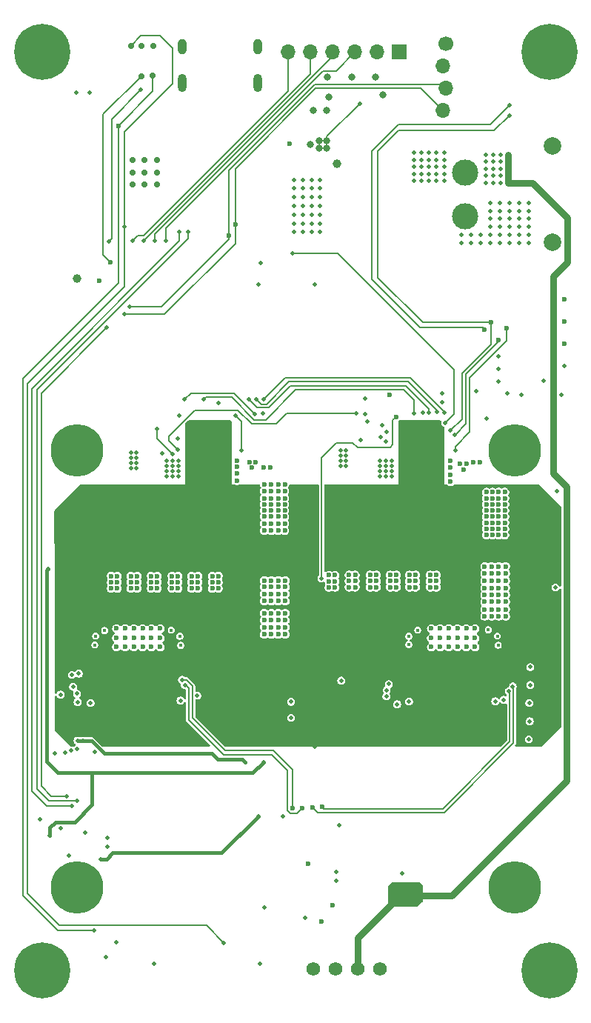
<source format=gbr>
%TF.GenerationSoftware,KiCad,Pcbnew,9.0.0*%
%TF.CreationDate,2025-03-16T23:20:56-04:00*%
%TF.ProjectId,BitaxeGT,42697461-7865-4475-942e-6b696361645f,v800*%
%TF.SameCoordinates,Original*%
%TF.FileFunction,Copper,L4,Inr*%
%TF.FilePolarity,Positive*%
%FSLAX46Y46*%
G04 Gerber Fmt 4.6, Leading zero omitted, Abs format (unit mm)*
G04 Created by KiCad (PCBNEW 9.0.0) date 2025-03-16 23:20:56*
%MOMM*%
%LPD*%
G01*
G04 APERTURE LIST*
%TA.AperFunction,ComponentPad*%
%ADD10R,1.700000X1.700000*%
%TD*%
%TA.AperFunction,ComponentPad*%
%ADD11O,1.700000X1.700000*%
%TD*%
%TA.AperFunction,ComponentPad*%
%ADD12C,3.000000*%
%TD*%
%TA.AperFunction,ComponentPad*%
%ADD13C,2.000000*%
%TD*%
%TA.AperFunction,ComponentPad*%
%ADD14C,0.800000*%
%TD*%
%TA.AperFunction,ComponentPad*%
%ADD15C,6.400000*%
%TD*%
%TA.AperFunction,ComponentPad*%
%ADD16C,1.574800*%
%TD*%
%TA.AperFunction,ComponentPad*%
%ADD17C,1.700000*%
%TD*%
%TA.AperFunction,ComponentPad*%
%ADD18C,6.000000*%
%TD*%
%TA.AperFunction,ComponentPad*%
%ADD19C,0.400000*%
%TD*%
%TA.AperFunction,ComponentPad*%
%ADD20O,1.000000X1.800000*%
%TD*%
%TA.AperFunction,ComponentPad*%
%ADD21O,1.000000X2.100000*%
%TD*%
%TA.AperFunction,ViaPad*%
%ADD22C,0.500000*%
%TD*%
%TA.AperFunction,ViaPad*%
%ADD23C,0.600000*%
%TD*%
%TA.AperFunction,ViaPad*%
%ADD24C,1.000000*%
%TD*%
%TA.AperFunction,ViaPad*%
%ADD25C,0.800000*%
%TD*%
%TA.AperFunction,ViaPad*%
%ADD26C,0.700000*%
%TD*%
%TA.AperFunction,ViaPad*%
%ADD27C,0.400000*%
%TD*%
%TA.AperFunction,Conductor*%
%ADD28C,0.800000*%
%TD*%
%TA.AperFunction,Conductor*%
%ADD29C,0.200000*%
%TD*%
%TA.AperFunction,Conductor*%
%ADD30C,0.400000*%
%TD*%
G04 APERTURE END LIST*
D10*
%TO.N,/12V*%
%TO.C,J5*%
X142850000Y-41500000D03*
D11*
%TO.N,GND*%
X140310000Y-41500000D03*
%TO.N,Net-(J5-Pin_3)*%
X137770000Y-41500000D03*
%TO.N,Net-(J5-Pin_4)*%
X135230000Y-41500000D03*
%TO.N,Net-(J5-Pin_5)*%
X132690000Y-41500000D03*
%TO.N,Net-(J5-Pin_6)*%
X130150000Y-41500000D03*
%TD*%
D12*
%TO.N,/12V*%
%TO.C,J1*%
X150350000Y-55250000D03*
%TO.N,GND*%
X150350000Y-60250000D03*
D13*
%TO.N,unconnected-(J1-MNT1-Pad3)*%
X160350000Y-52250000D03*
%TO.N,unconnected-(J1-MNT2-Pad4)*%
X160350000Y-63250000D03*
%TD*%
D14*
%TO.N,GND*%
%TO.C,H4*%
X99600000Y-146500000D03*
X100302944Y-144802944D03*
X100302944Y-148197056D03*
X102000000Y-144100000D03*
D15*
X102000000Y-146500000D03*
D14*
X102000000Y-148900000D03*
X103697056Y-144802944D03*
X103697056Y-148197056D03*
X104400000Y-146500000D03*
%TD*%
D16*
%TO.N,GND*%
%TO.C,J7*%
X140620600Y-146338851D03*
%TO.N,/12V*%
X138080600Y-146338851D03*
%TO.N,/fan/FAN_TACH*%
X135540600Y-146338851D03*
%TO.N,/fan/FAN_PWM*%
X133000600Y-146338851D03*
%TD*%
D14*
%TO.N,GND*%
%TO.C,H2*%
X99600000Y-41500000D03*
X100302944Y-39802944D03*
X100302944Y-43197056D03*
X102000000Y-39100000D03*
D15*
X102000000Y-41500000D03*
D14*
X102000000Y-43900000D03*
X103697056Y-39802944D03*
X103697056Y-43197056D03*
X104400000Y-41500000D03*
%TD*%
%TO.N,GND*%
%TO.C,H3*%
X157600000Y-146500000D03*
X158302944Y-144802944D03*
X158302944Y-148197056D03*
X160000000Y-144100000D03*
D15*
X160000000Y-146500000D03*
D14*
X160000000Y-148900000D03*
X161697056Y-144802944D03*
X161697056Y-148197056D03*
X162400000Y-146500000D03*
%TD*%
D17*
%TO.N,GND*%
%TO.C,J3*%
X148200000Y-40550000D03*
D11*
%TO.N,/3V3*%
X147800000Y-43090000D03*
%TO.N,/ESP32/SCL*%
X148200000Y-45630000D03*
%TO.N,/ESP32/SDA*%
X147800000Y-48170000D03*
%TD*%
D14*
%TO.N,GND*%
%TO.C,H1*%
X157600000Y-41500000D03*
X158302944Y-39802944D03*
X158302944Y-43197056D03*
X160000000Y-39100000D03*
D15*
X160000000Y-41500000D03*
D14*
X160000000Y-43900000D03*
X161697056Y-39802944D03*
X161697056Y-43197056D03*
X162400000Y-41500000D03*
%TD*%
D18*
%TO.N,unconnected-(H6-Pad1)*%
%TO.C,H6*%
X106000000Y-87000000D03*
%TD*%
%TO.N,unconnected-(H5-Pad1)*%
%TO.C,H5*%
X156000000Y-87000000D03*
%TD*%
D19*
%TO.N,GND*%
%TO.C,U4*%
X122280000Y-88650000D03*
X122280000Y-87250000D03*
X122280000Y-85850000D03*
X121000000Y-89650000D03*
X121000000Y-88650000D03*
X121000000Y-87250000D03*
X121000000Y-85850000D03*
X121000000Y-84850000D03*
X119720000Y-88650000D03*
X119720000Y-87250000D03*
X119720000Y-85850000D03*
%TD*%
D20*
%TO.N,GND*%
%TO.C,J4*%
X118030000Y-40885000D03*
D21*
X118030000Y-45065000D03*
D20*
X126670000Y-40885000D03*
D21*
X126670000Y-45065000D03*
%TD*%
D19*
%TO.N,GND*%
%TO.C,U1*%
X146630000Y-88650000D03*
X146630000Y-87250000D03*
X146630000Y-85850000D03*
X145350000Y-89650000D03*
X145350000Y-88650000D03*
X145350000Y-87250000D03*
X145350000Y-85850000D03*
X145350000Y-84850000D03*
X144070000Y-88650000D03*
X144070000Y-87250000D03*
X144070000Y-85850000D03*
%TD*%
D18*
%TO.N,unconnected-(H8-Pad1)*%
%TO.C,H8*%
X156000000Y-137000000D03*
%TD*%
%TO.N,unconnected-(H7-Pad1)*%
%TO.C,H7*%
X106000000Y-137000000D03*
%TD*%
D22*
%TO.N,/12V*%
X154450000Y-53250000D03*
X153550000Y-55650000D03*
X144500000Y-53025000D03*
X142000000Y-89400000D03*
X144500000Y-54625000D03*
X116200000Y-88800000D03*
X116900000Y-88200000D03*
X153550000Y-53250000D03*
X147050000Y-53025000D03*
X146200000Y-56225000D03*
X147950000Y-53825000D03*
X154450000Y-54050000D03*
X136700000Y-88250000D03*
X147050000Y-53825000D03*
X152750000Y-54050000D03*
X136700000Y-87650000D03*
X146200000Y-53025000D03*
X153550000Y-54850000D03*
X146200000Y-53825000D03*
X147950000Y-53025000D03*
X140600000Y-89400000D03*
X152750000Y-56450000D03*
X136700000Y-88850000D03*
X116900000Y-90000000D03*
X145400000Y-53025000D03*
X112200000Y-87850000D03*
X136100000Y-88850000D03*
X142000000Y-88200000D03*
X142000000Y-88800000D03*
X116900000Y-88800000D03*
X140600000Y-88200000D03*
X152750000Y-54850000D03*
X112200000Y-87250000D03*
X147950000Y-56225000D03*
X112800000Y-87850000D03*
X117600000Y-89400000D03*
X147050000Y-55425000D03*
X154450000Y-55650000D03*
X112200000Y-88450000D03*
X147050000Y-56225000D03*
X146200000Y-55425000D03*
X141300000Y-88200000D03*
X112800000Y-89050000D03*
X112800000Y-87250000D03*
X155250000Y-53250000D03*
X155250000Y-54050000D03*
X117600000Y-88200000D03*
D23*
X143150000Y-136975000D03*
D22*
X136700000Y-87050000D03*
X136100000Y-88250000D03*
X116200000Y-88200000D03*
X155250000Y-54850000D03*
X145400000Y-56225000D03*
X145400000Y-55425000D03*
X155250000Y-56450000D03*
X145400000Y-54625000D03*
X136100000Y-87050000D03*
X141300000Y-89400000D03*
X141300000Y-90000000D03*
X153550000Y-56450000D03*
X152750000Y-53250000D03*
X155250000Y-55650000D03*
X153550000Y-54050000D03*
X136100000Y-87650000D03*
X144500000Y-56225000D03*
X144500000Y-53825000D03*
X116900000Y-89400000D03*
X154450000Y-54850000D03*
X154450000Y-56450000D03*
X145400000Y-53825000D03*
X144500000Y-55425000D03*
X116200000Y-89400000D03*
X141300000Y-88800000D03*
X112800000Y-88450000D03*
X140600000Y-90000000D03*
X112200000Y-89050000D03*
X147950000Y-55425000D03*
X117600000Y-88800000D03*
X117600000Y-90000000D03*
X116200000Y-90000000D03*
X140600000Y-88800000D03*
X146200000Y-54625000D03*
X147050000Y-54625000D03*
X152750000Y-55650000D03*
X147950000Y-54625000D03*
X142000000Y-90000000D03*
%TO.N,/Power/AGND1*%
X151650000Y-80300000D03*
X147700000Y-81550000D03*
D23*
X141724265Y-80724265D03*
D22*
X145500000Y-82750000D03*
D23*
%TO.N,/Vcore*%
X140200000Y-101975000D03*
X137100000Y-101975000D03*
X129800000Y-107250000D03*
X129800000Y-106450000D03*
X119800000Y-102800000D03*
X122150000Y-102100000D03*
X146380000Y-101975000D03*
X129000000Y-101900000D03*
X149500000Y-107400000D03*
X153400000Y-103550000D03*
X153400000Y-101100000D03*
X154200000Y-106000000D03*
X137800000Y-101975000D03*
X150500000Y-107400000D03*
X155000000Y-100300000D03*
X111500000Y-107400000D03*
X154200000Y-102750000D03*
X115162500Y-102800000D03*
X116850000Y-102100000D03*
X153400000Y-101950000D03*
X116850000Y-102800000D03*
X146500000Y-107400000D03*
X113500000Y-109500000D03*
X127400000Y-107250000D03*
X155000000Y-101950000D03*
X142500000Y-101975000D03*
X146380000Y-102675000D03*
X127400000Y-101900000D03*
X128200000Y-105650000D03*
X113500000Y-108500000D03*
X128200000Y-101900000D03*
X146380000Y-101275000D03*
D22*
X133950000Y-101650000D03*
D23*
X142500000Y-83200000D03*
X112862500Y-101400000D03*
X115500000Y-107400000D03*
X119100000Y-102100000D03*
X129800000Y-103450000D03*
X154200000Y-100300000D03*
X119800000Y-101400000D03*
X155000000Y-105200000D03*
X147500000Y-109500000D03*
X154200000Y-101100000D03*
X152600000Y-103550000D03*
X129800000Y-108050000D03*
X152600000Y-102750000D03*
X129800000Y-104250000D03*
X109900000Y-101400000D03*
X108575000Y-67625000D03*
X114500000Y-109500000D03*
X148500000Y-107400000D03*
X121450000Y-102800000D03*
X127400000Y-106450000D03*
X144000000Y-101275000D03*
X137100000Y-102675000D03*
X155000000Y-106000000D03*
X146500000Y-108500000D03*
X153400000Y-102750000D03*
X152600000Y-101950000D03*
X114462500Y-102800000D03*
X135500000Y-102700000D03*
X110500000Y-108500000D03*
X129000000Y-107250000D03*
X114462500Y-101400000D03*
X140200000Y-101275000D03*
X112862500Y-102800000D03*
X151500000Y-107400000D03*
X135500000Y-101300000D03*
X150500000Y-108500000D03*
X135500000Y-102000000D03*
X152600000Y-104350000D03*
X134800000Y-102000000D03*
X119800000Y-102100000D03*
X113500000Y-107400000D03*
X114462500Y-102100000D03*
X112500000Y-109500000D03*
X114500000Y-108500000D03*
X109900000Y-102100000D03*
X128200000Y-106450000D03*
X119100000Y-102800000D03*
X154200000Y-105200000D03*
X119100000Y-101400000D03*
X154200000Y-103550000D03*
X115500000Y-108500000D03*
X148500000Y-109500000D03*
X110600000Y-101400000D03*
X152600000Y-105200000D03*
X153400000Y-106000000D03*
X110500000Y-107400000D03*
X149500000Y-108500000D03*
X147500000Y-108500000D03*
X142500000Y-102675000D03*
X117550000Y-102100000D03*
X129000000Y-104250000D03*
X141800000Y-101275000D03*
X128200000Y-102650000D03*
X115162500Y-102100000D03*
X141800000Y-102675000D03*
X139500000Y-101975000D03*
X112162500Y-102800000D03*
X148500000Y-108500000D03*
X155000000Y-103550000D03*
X128200000Y-103450000D03*
X116850000Y-101400000D03*
X142500000Y-101275000D03*
X115162500Y-101400000D03*
X129800000Y-101900000D03*
X112500000Y-107400000D03*
D22*
X160700000Y-102700000D03*
D23*
X134800000Y-102700000D03*
X137100000Y-101275000D03*
X112162500Y-101400000D03*
X152600000Y-101100000D03*
X117550000Y-101400000D03*
X111500000Y-108500000D03*
X129800000Y-105650000D03*
X112862500Y-102100000D03*
X114500000Y-107400000D03*
X139500000Y-102675000D03*
X154200000Y-101950000D03*
X144000000Y-102675000D03*
X110500000Y-109500000D03*
X147080000Y-102675000D03*
X121450000Y-102100000D03*
X117550000Y-102800000D03*
X129000000Y-105650000D03*
X128200000Y-108050000D03*
X127400000Y-103450000D03*
X129800000Y-102650000D03*
X147080000Y-101975000D03*
X153400000Y-104350000D03*
X151500000Y-109500000D03*
X127400000Y-105650000D03*
X121450000Y-101400000D03*
X112500000Y-108500000D03*
X134800000Y-101300000D03*
X155000000Y-102750000D03*
X147080000Y-101275000D03*
X137800000Y-101275000D03*
X140200000Y-102675000D03*
X141800000Y-101975000D03*
X153400000Y-100300000D03*
X152600000Y-106000000D03*
X137800000Y-102675000D03*
X144700000Y-101275000D03*
X153400000Y-105200000D03*
X110600000Y-102100000D03*
X144000000Y-101975000D03*
X129000000Y-103450000D03*
X122150000Y-101400000D03*
X109900000Y-102800000D03*
X129000000Y-106450000D03*
X151500000Y-108500000D03*
X144700000Y-101975000D03*
X152600000Y-100300000D03*
X110600000Y-102800000D03*
X115500000Y-109500000D03*
X147500000Y-107400000D03*
X144700000Y-102675000D03*
X154200000Y-104350000D03*
X128200000Y-107250000D03*
X139500000Y-101275000D03*
X155000000Y-104350000D03*
X129000000Y-102650000D03*
X146500000Y-109500000D03*
X129000000Y-108050000D03*
X127400000Y-104250000D03*
X111500000Y-109500000D03*
X150500000Y-109500000D03*
X127400000Y-102650000D03*
X122150000Y-102800000D03*
X112162500Y-102100000D03*
X149500000Y-109500000D03*
X127400000Y-108050000D03*
X155000000Y-101100000D03*
X128200000Y-104250000D03*
D22*
%TO.N,/Power/VSHARE*%
X120450000Y-81200000D03*
X144550000Y-82800000D03*
%TO.N,/Power/EN_UVLO*%
X117500000Y-86950000D03*
X137900000Y-82800000D03*
%TO.N,/5V*%
X106650000Y-120200000D03*
X106050000Y-120200000D03*
D24*
X135700000Y-54250000D03*
D22*
X127450000Y-139300000D03*
X125200000Y-122700000D03*
%TO.N,/ASIC/1V2*%
X102700000Y-100600000D03*
X127300000Y-122700000D03*
X130450000Y-117600000D03*
X102880000Y-131080000D03*
X117825000Y-115625000D03*
X143950000Y-115750000D03*
%TO.N,/ASIC/0V8*%
X142600000Y-116050000D03*
X130450000Y-115762500D03*
X119750000Y-115050000D03*
D25*
%TO.N,/3V3*%
X133650000Y-52500000D03*
X134550000Y-52500000D03*
X134550000Y-51650000D03*
D22*
X104100000Y-130200000D03*
D25*
X132700000Y-52050000D03*
D22*
X127000000Y-65600000D03*
D26*
X114700000Y-40800000D03*
D22*
X108700000Y-133750000D03*
X138350000Y-47400000D03*
D23*
X130300000Y-52025000D03*
D22*
X107425000Y-46150000D03*
X126700000Y-68100000D03*
D25*
X133650000Y-51650000D03*
D22*
X126700000Y-128850000D03*
%TO.N,/Power/PGOOD*%
X130600000Y-64500000D03*
X148062500Y-83900000D03*
D23*
%TO.N,/fan/FAN_TACH*%
X135200000Y-139000000D03*
D22*
%TO.N,/ASIC/TEMP1_P*%
X118328858Y-113867944D03*
D23*
X131700000Y-127890000D03*
D22*
%TO.N,/ASIC/TEMP1_N*%
X118000000Y-113250000D03*
D23*
X130650000Y-127890000D03*
%TO.N,/ASIC/TEMP2_P*%
X134000000Y-127800000D03*
D22*
X155355635Y-114550000D03*
D23*
%TO.N,/ASIC/TEMP2_N*%
X132950000Y-127880000D03*
D22*
X155820645Y-114026770D03*
D23*
%TO.N,/fan/FAN_PWM*%
X133950000Y-140900000D03*
D22*
%TO.N,/Power/BCX_DAT*%
X127291727Y-81200000D03*
X159300000Y-79100000D03*
X148000000Y-82750000D03*
%TO.N,/Power/BCX_CLK*%
X156800000Y-80700000D03*
X147100735Y-82600735D03*
X126500000Y-81200000D03*
%TO.N,/Power/SYNC*%
X125600000Y-81200000D03*
X146203957Y-82697514D03*
X161400000Y-80700000D03*
%TO.N,/ESP32/SDA*%
X109500000Y-131300000D03*
X111400000Y-71500000D03*
D23*
X124100000Y-61190000D03*
D22*
X135650000Y-135250000D03*
D23*
%TO.N,/ESP32/SCL*%
X123320000Y-62465000D03*
D22*
X112000000Y-70600000D03*
X109500000Y-132300000D03*
X135600000Y-136200000D03*
%TO.N,/ASIC/RX_1V2*%
X106000000Y-121200000D03*
%TO.N,/ASIC/CLKI*%
X106200000Y-112550000D03*
%TO.N,/ASIC/BI*%
X105420352Y-112700799D03*
%TO.N,/ASIC/RST_1V2*%
X104675382Y-121611508D03*
%TO.N,/ASIC/TX_1V2*%
X105309522Y-121315080D03*
%TO.N,/ASIC/RST_3V3*%
X109400000Y-73000000D03*
X104800000Y-126550000D03*
%TO.N,/ASIC/TX_3V3*%
X117700000Y-62100000D03*
X105400000Y-127700000D03*
%TO.N,Net-(U4-AVIN)*%
X116950000Y-87500000D03*
X115150000Y-84600000D03*
D27*
%TO.N,Net-(U9-VDD1_0)*%
X108025000Y-109275000D03*
%TO.N,Net-(U9-VDD2_0)*%
X108125000Y-108255000D03*
%TO.N,Net-(U9-VDD3_0)*%
X109150000Y-107630000D03*
D22*
%TO.N,Net-(U9-LITE_PAD)*%
X105550000Y-114050000D03*
%TO.N,Net-(U9-ROSC_SEL)*%
X104100000Y-114950000D03*
%TO.N,Net-(U9-INV_CLKO)*%
X106000000Y-114850000D03*
D23*
%TO.N,/Power/SW1*%
X154200000Y-93900000D03*
X153500000Y-91800000D03*
X154900000Y-93200000D03*
X152800000Y-91800000D03*
X152800000Y-92500000D03*
X154900000Y-92500000D03*
X154900000Y-94600000D03*
X154200000Y-95300000D03*
X152800000Y-93900000D03*
X153500000Y-95300000D03*
X154200000Y-92500000D03*
X148700000Y-89800000D03*
X154900000Y-95300000D03*
X148700000Y-88250000D03*
X152800000Y-96700000D03*
X154200000Y-93200000D03*
X153500000Y-94600000D03*
X153500000Y-93200000D03*
X150500000Y-88600000D03*
X153500000Y-92500000D03*
X153500000Y-96000000D03*
X154900000Y-96700000D03*
X150200000Y-89200000D03*
X148700000Y-89000000D03*
X153500000Y-93900000D03*
X154200000Y-94600000D03*
X148700000Y-90600000D03*
X154200000Y-96700000D03*
X152075000Y-88425000D03*
X154200000Y-91800000D03*
X152800000Y-95300000D03*
X151275000Y-88425000D03*
X153500000Y-96700000D03*
X154900000Y-96000000D03*
X154200000Y-96000000D03*
X154900000Y-93900000D03*
X152800000Y-93200000D03*
X149800000Y-88600000D03*
X152800000Y-96000000D03*
X152800000Y-94600000D03*
X154900000Y-91800000D03*
D22*
%TO.N,Net-(U1-AVIN)*%
X138425000Y-85825000D03*
X138900000Y-82900000D03*
D23*
%TO.N,/Power/SW2*%
X127400000Y-94600000D03*
X129000000Y-93200000D03*
X125700000Y-88400000D03*
X124300000Y-89700000D03*
X129000000Y-95400000D03*
X126400000Y-88400000D03*
X128200000Y-91700000D03*
X128200000Y-92500000D03*
X129000000Y-94600000D03*
X128200000Y-93200000D03*
X129750000Y-95400000D03*
X129000000Y-91700000D03*
X124300000Y-90500000D03*
X129000000Y-93900000D03*
X127400000Y-96200000D03*
X129750000Y-91700000D03*
X129750000Y-90900000D03*
X129750000Y-92500000D03*
X129000000Y-90900000D03*
X129750000Y-93200000D03*
X129750000Y-93900000D03*
X127350000Y-88975000D03*
X127400000Y-91700000D03*
X124300000Y-88900000D03*
X128200000Y-94600000D03*
X128100000Y-88975000D03*
X124300000Y-88200000D03*
X129750000Y-94600000D03*
X129000000Y-96200000D03*
X127400000Y-95400000D03*
X128200000Y-90900000D03*
X128200000Y-93900000D03*
X129000000Y-92500000D03*
X127400000Y-92500000D03*
X127400000Y-93200000D03*
X128200000Y-95400000D03*
X128200000Y-96200000D03*
X126000000Y-89000000D03*
X129750000Y-96200000D03*
X127400000Y-90900000D03*
X127400000Y-93900000D03*
D27*
%TO.N,Net-(U10-VDD3_0)*%
X144940000Y-107570000D03*
X116770000Y-107580000D03*
%TO.N,Net-(U10-VDD2_0)*%
X143925000Y-108280000D03*
X117750000Y-108280000D03*
%TO.N,Net-(U10-VDD1_0)*%
X117850000Y-109325000D03*
X143925000Y-109220000D03*
%TO.N,Net-(U10-VDD3_1)*%
X153010000Y-107540000D03*
%TO.N,Net-(U10-VDD2_1)*%
X154050000Y-108255000D03*
%TO.N,Net-(U10-VDD1_1)*%
X154150000Y-109300000D03*
D22*
%TO.N,/ASIC/0V8_1*%
X106050000Y-115800000D03*
%TO.N,/ASIC/1V2_1*%
X107550000Y-115900000D03*
%TO.N,/ASIC/1V2_2*%
X153797182Y-115702818D03*
%TO.N,/ASIC/0V8_2*%
X154800000Y-115550000D03*
%TO.N,Net-(J5-Pin_3)*%
X116150000Y-63100000D03*
%TO.N,Net-(J5-Pin_4)*%
X114900000Y-63050000D03*
%TO.N,Net-(J5-Pin_5)*%
X113650000Y-63050000D03*
%TO.N,Net-(J5-Pin_6)*%
X112360000Y-63060000D03*
%TO.N,Net-(U1-MSEL1)*%
X140900000Y-84200000D03*
X154150000Y-79150000D03*
%TO.N,Net-(U1-MSEL2)*%
X154150000Y-76300000D03*
X141300000Y-86050000D03*
%TO.N,Net-(U1-VSEL)*%
X140750000Y-85500000D03*
X154150000Y-77700000D03*
%TO.N,Net-(U10-LITE_PAD)*%
X141400000Y-114450000D03*
%TO.N,Net-(U1-ADRSEL)*%
X155150000Y-80550000D03*
X141350000Y-84950000D03*
%TO.N,Net-(U10-NRSTO)*%
X157800000Y-111800000D03*
%TO.N,Net-(U10-ROSC_SEL)*%
X141650000Y-113750000D03*
%TO.N,Net-(U10-INV_CLKO)*%
X141350000Y-115150000D03*
%TO.N,Net-(U10-BI)*%
X136200000Y-113350000D03*
%TO.N,Net-(U10-RI)*%
X157700000Y-115900000D03*
%TO.N,/Power/SCL_VR*%
X149196443Y-85250000D03*
D23*
X154200000Y-74400000D03*
D22*
X155400000Y-47600000D03*
D23*
X152600000Y-73200000D03*
X161700000Y-74850000D03*
D22*
%TO.N,/Power/ALRT_VR*%
X149246091Y-86996091D03*
D23*
X155100000Y-73100000D03*
X161700000Y-69800000D03*
D22*
X133200000Y-68050000D03*
D23*
%TO.N,/Power/SDA_VR*%
X161700000Y-72325000D03*
D22*
X155400000Y-48800000D03*
X148677803Y-84779880D03*
D23*
X153300000Y-72400000D03*
D22*
%TO.N,GND*%
X133200000Y-120900000D03*
D23*
X149500000Y-112250000D03*
D22*
X109300000Y-144950000D03*
D23*
X114500000Y-112250000D03*
X147500000Y-112250000D03*
D22*
X141375000Y-92625000D03*
X137800000Y-97575000D03*
X131800000Y-60100000D03*
X114562500Y-96400000D03*
X105875000Y-46150000D03*
X144100000Y-96975000D03*
D23*
X112550000Y-119000000D03*
D22*
X122050000Y-96400000D03*
D23*
X114500000Y-111250000D03*
D22*
X157675000Y-62400000D03*
D25*
X140100000Y-44400000D03*
D22*
X121450000Y-97600000D03*
D23*
X148600000Y-117050000D03*
D22*
X117650000Y-93000000D03*
D23*
X149600000Y-118050000D03*
D22*
X116850000Y-96400000D03*
D23*
X112500000Y-112250000D03*
D22*
X117940000Y-114450000D03*
X142400000Y-97575000D03*
X131800000Y-58100000D03*
D23*
X147600000Y-117050000D03*
D22*
X155450000Y-58750000D03*
X130800000Y-58100000D03*
X154700000Y-117900000D03*
D23*
X110500000Y-113250000D03*
D22*
X132800000Y-58100000D03*
X132800000Y-57100000D03*
D23*
X146500000Y-113250000D03*
X148500000Y-115250000D03*
D22*
X115525000Y-93025000D03*
X141800000Y-97575000D03*
D26*
X115130000Y-53850000D03*
D22*
X137200000Y-96375000D03*
D23*
X110500000Y-114250000D03*
X114500000Y-115250000D03*
D22*
X146980000Y-96975000D03*
X130800000Y-56100000D03*
D25*
X134550000Y-48200000D03*
D23*
X110550000Y-118000000D03*
D22*
X156550000Y-63300000D03*
D23*
X111550000Y-118000000D03*
D22*
X119200000Y-97600000D03*
D26*
X112330000Y-56650000D03*
D22*
X135980000Y-129890000D03*
X154350000Y-58750000D03*
X117450000Y-97000000D03*
X112862500Y-97000000D03*
X117650000Y-92450000D03*
D23*
X114550000Y-119000000D03*
X150500000Y-112250000D03*
D22*
X116850000Y-97000000D03*
X142400000Y-96375000D03*
X142400000Y-96975000D03*
D23*
X149500000Y-114250000D03*
D22*
X132800000Y-60100000D03*
D23*
X115500000Y-111250000D03*
D22*
X133800000Y-59100000D03*
X119200000Y-97000000D03*
X112800000Y-95300000D03*
D23*
X115500000Y-112250000D03*
D22*
X140100000Y-96975000D03*
X149950000Y-63300000D03*
X105080000Y-133380000D03*
X119800000Y-97600000D03*
D23*
X146600000Y-119050000D03*
D22*
X136000000Y-93900000D03*
X133800000Y-56100000D03*
X135500000Y-97000000D03*
D23*
X112500000Y-114250000D03*
D22*
X136000000Y-93300000D03*
X112200000Y-94100000D03*
D23*
X151500000Y-111250000D03*
D22*
X153250000Y-63300000D03*
X146380000Y-96975000D03*
D23*
X151600000Y-118050000D03*
D22*
X121450000Y-96400000D03*
X153250000Y-59650000D03*
X124450000Y-119950000D03*
X109900000Y-97000000D03*
X112200000Y-95300000D03*
D23*
X150600000Y-117050000D03*
D22*
X106900000Y-130700000D03*
X119800000Y-96400000D03*
X132800000Y-56100000D03*
X153250000Y-62400000D03*
X157675000Y-60550000D03*
X141902545Y-115690356D03*
X112800000Y-94100000D03*
X156550000Y-61450000D03*
X124450000Y-114300000D03*
X154350000Y-63300000D03*
X116850000Y-97600000D03*
X137200000Y-97575000D03*
X114562500Y-97000000D03*
X160900000Y-91700000D03*
X112800000Y-93500000D03*
X132800000Y-61100000D03*
D23*
X146500000Y-112250000D03*
D22*
X140475000Y-92675000D03*
D23*
X110500000Y-115250000D03*
D26*
X115130000Y-56650000D03*
D22*
X117450000Y-96400000D03*
X124450000Y-119300000D03*
X133800000Y-60100000D03*
D27*
X143925000Y-110175000D03*
D22*
X157675000Y-58750000D03*
X131800000Y-62100000D03*
X135500000Y-96400000D03*
D23*
X115500000Y-115250000D03*
D26*
X113730000Y-55250000D03*
D22*
X130800000Y-57100000D03*
X138950000Y-81100000D03*
X112200000Y-93500000D03*
X115162500Y-97000000D03*
D23*
X111500000Y-112250000D03*
D22*
X117050000Y-93000000D03*
X139740000Y-113760000D03*
D26*
X113730000Y-53850000D03*
D22*
X132080000Y-140500000D03*
X110500000Y-97600000D03*
D23*
X112500000Y-113250000D03*
D22*
X136000000Y-95100000D03*
X147700000Y-80500000D03*
D23*
X150600000Y-118050000D03*
D22*
X157675000Y-61450000D03*
D23*
X151600000Y-117050000D03*
D22*
X133800000Y-58100000D03*
D23*
X151600000Y-119050000D03*
D22*
X140100000Y-97575000D03*
X153250000Y-61450000D03*
D23*
X146500000Y-114250000D03*
X115500000Y-113250000D03*
D22*
X130800000Y-59100000D03*
X130800000Y-61100000D03*
X136000000Y-94500000D03*
D23*
X147500000Y-115250000D03*
D22*
X116125000Y-93025000D03*
D23*
X115550000Y-118000000D03*
D26*
X113400000Y-40800000D03*
D23*
X148500000Y-114250000D03*
D22*
X157675000Y-63300000D03*
D23*
X147600000Y-119050000D03*
D22*
X112862500Y-96400000D03*
D23*
X113550000Y-117000000D03*
D22*
X151050000Y-62400000D03*
D23*
X150500000Y-111250000D03*
X147500000Y-113250000D03*
D24*
X106000000Y-67400000D03*
D23*
X110550000Y-119000000D03*
D22*
X153250000Y-58750000D03*
X119800000Y-97000000D03*
D23*
X115500000Y-114250000D03*
X150500000Y-114250000D03*
D22*
X149950000Y-62400000D03*
D23*
X110500000Y-112250000D03*
D22*
X135500000Y-97600000D03*
X117050000Y-92450000D03*
X114760000Y-145740000D03*
X132800000Y-59100000D03*
X153803248Y-114396752D03*
D23*
X148500000Y-113250000D03*
D22*
X139500000Y-96975000D03*
D23*
X113500000Y-114250000D03*
D25*
X132975000Y-48175000D03*
X137400000Y-44400000D03*
D22*
X141975000Y-92625000D03*
X115750000Y-87400000D03*
X136600000Y-94500000D03*
X141975000Y-93175000D03*
D26*
X113730000Y-56650000D03*
D22*
X144100000Y-97575000D03*
D23*
X111500000Y-113250000D03*
D22*
X116125000Y-92475000D03*
D23*
X114500000Y-113250000D03*
D22*
X110500000Y-97000000D03*
X144700000Y-96975000D03*
X155450000Y-61450000D03*
D23*
X149500000Y-113250000D03*
X111500000Y-111250000D03*
D22*
X115525000Y-92475000D03*
D23*
X113550000Y-118000000D03*
D27*
X117900000Y-110070000D03*
D22*
X131800000Y-61100000D03*
X104350000Y-101750000D03*
D23*
X149500000Y-115250000D03*
D22*
X137800000Y-96375000D03*
X141800000Y-96975000D03*
X103790000Y-113400000D03*
X151050000Y-63300000D03*
X140100000Y-96375000D03*
X107850000Y-114750000D03*
X126900000Y-145690000D03*
X156550000Y-59650000D03*
X110500000Y-96400000D03*
X131800000Y-56100000D03*
X156550000Y-62400000D03*
D23*
X149600000Y-119050000D03*
D22*
X140475000Y-93225000D03*
X155450000Y-62400000D03*
D27*
X108125000Y-110075000D03*
D23*
X111550000Y-119000000D03*
D22*
X122050000Y-97600000D03*
D23*
X115550000Y-119000000D03*
X150500000Y-115250000D03*
D22*
X144700000Y-96375000D03*
X130800000Y-60100000D03*
D23*
X113500000Y-112250000D03*
X148600000Y-118050000D03*
D25*
X140975000Y-46375000D03*
D22*
X155450000Y-60550000D03*
D23*
X110500000Y-111250000D03*
D22*
X136600000Y-95100000D03*
D23*
X146600000Y-117050000D03*
D22*
X139875000Y-92675000D03*
X124450000Y-114950000D03*
X154350000Y-59650000D03*
X136600000Y-93300000D03*
D23*
X115550000Y-117000000D03*
D26*
X115130000Y-55250000D03*
D23*
X114500000Y-114250000D03*
X112500000Y-111250000D03*
X113500000Y-111250000D03*
D22*
X146980000Y-97575000D03*
X134900000Y-96400000D03*
D23*
X148500000Y-111250000D03*
X149600000Y-117050000D03*
D22*
X141375000Y-93175000D03*
X129500000Y-128840000D03*
D23*
X113550000Y-119000000D03*
X147500000Y-111250000D03*
D22*
X112800000Y-94700000D03*
X133050000Y-115750000D03*
D23*
X151500000Y-113250000D03*
D22*
X156550000Y-58750000D03*
D23*
X147500000Y-114250000D03*
X112550000Y-117000000D03*
D26*
X112330000Y-53850000D03*
D23*
X148500000Y-112250000D03*
X151500000Y-112250000D03*
D22*
X134900000Y-97000000D03*
X115162500Y-97600000D03*
X112262500Y-97000000D03*
D23*
X112550000Y-118000000D03*
D22*
X155450000Y-63300000D03*
D23*
X148600000Y-119050000D03*
D22*
X154350000Y-60550000D03*
X144700000Y-97575000D03*
X112262500Y-97600000D03*
X139200000Y-83700000D03*
X132800000Y-62100000D03*
X152150000Y-62400000D03*
X154350000Y-61450000D03*
X112200000Y-94700000D03*
X114562500Y-97600000D03*
X131800000Y-57100000D03*
X133800000Y-62100000D03*
X121450000Y-97000000D03*
X153250000Y-60550000D03*
X133800000Y-57100000D03*
X144100000Y-96375000D03*
X103450000Y-121650000D03*
X130800000Y-62100000D03*
X152825000Y-83425000D03*
X143150000Y-135425000D03*
X155450000Y-59650000D03*
X109900000Y-96400000D03*
D25*
X134600000Y-44375000D03*
D23*
X151500000Y-114250000D03*
D22*
X146380000Y-96375000D03*
X154350000Y-62400000D03*
X133250000Y-113850000D03*
X136600000Y-93900000D03*
D23*
X146500000Y-115250000D03*
D22*
X101800000Y-129200000D03*
X156550000Y-60550000D03*
D23*
X146500000Y-111250000D03*
D27*
X154050000Y-110055000D03*
D23*
X114550000Y-118000000D03*
X150500000Y-113250000D03*
D22*
X137800000Y-96975000D03*
D23*
X110550000Y-117000000D03*
X112500000Y-115250000D03*
X111550000Y-117000000D03*
X113500000Y-113250000D03*
D22*
X139875000Y-93225000D03*
X122050000Y-97000000D03*
X146980000Y-96375000D03*
X119200000Y-96400000D03*
X161700000Y-77400000D03*
D23*
X111500000Y-114250000D03*
D22*
X109900000Y-97600000D03*
X112262500Y-96400000D03*
X146380000Y-97575000D03*
D23*
X113500000Y-115250000D03*
D22*
X152150000Y-63300000D03*
X141800000Y-96375000D03*
X139500000Y-96375000D03*
D23*
X147600000Y-118050000D03*
D26*
X112330000Y-55250000D03*
D22*
X134900000Y-97600000D03*
X157675000Y-59650000D03*
D23*
X151500000Y-115250000D03*
X132425000Y-134275000D03*
X149500000Y-111250000D03*
D22*
X137200000Y-96975000D03*
D25*
X134775000Y-46650000D03*
D22*
X117450000Y-97600000D03*
X108000000Y-121500000D03*
X131800000Y-59100000D03*
X127250000Y-82800000D03*
D23*
X150600000Y-119050000D03*
X114550000Y-117000000D03*
D22*
X112862500Y-97600000D03*
D23*
X146600000Y-118050000D03*
D22*
X115162500Y-96400000D03*
X139500000Y-97575000D03*
X133800000Y-61100000D03*
D23*
X111500000Y-115250000D03*
D22*
%TO.N,/Power/BP1v5_2*%
X126327817Y-82850000D03*
X118300000Y-81200000D03*
%TO.N,Net-(U10-BO)*%
X157650000Y-120050000D03*
%TO.N,Net-(U10-CLKO)*%
X157750000Y-118000000D03*
%TO.N,Net-(U10-CO)*%
X157800000Y-113850000D03*
%TO.N,/ESP32/EN*%
X107925000Y-141875000D03*
D23*
X110700000Y-49984314D03*
D22*
X110500000Y-143250000D03*
D26*
X114670000Y-44200000D03*
D23*
%TO.N,/ESP32/P_TX*%
X109820000Y-65500000D03*
D26*
X113400000Y-44250000D03*
D22*
%TO.N,/ESP32/IO0*%
X122800000Y-143350000D03*
D26*
X112150000Y-40800000D03*
D22*
X111400000Y-61450000D03*
%TO.N,/ESP32/P_RX*%
X113300000Y-45800000D03*
X109600000Y-63200000D03*
%TO.N,/ASIC/RX_3V3*%
X118710000Y-62090000D03*
X106000000Y-127100000D03*
%TO.N,/Power/AGND2*%
X122200000Y-81650000D03*
X117650000Y-83100000D03*
X124750000Y-87000000D03*
X124100000Y-83100000D03*
X117500000Y-85700000D03*
%TD*%
D28*
%TO.N,/12V*%
X161950000Y-91225000D02*
X160400000Y-89675000D01*
X142200000Y-138600000D02*
X138080600Y-142719400D01*
X148875000Y-137900000D02*
X161950000Y-124825000D01*
X158050000Y-56450000D02*
X155250000Y-56450000D01*
X160400000Y-67175000D02*
X162075000Y-65500000D01*
X161950000Y-124825000D02*
X161950000Y-91225000D01*
X155250000Y-56450000D02*
X155250000Y-53250000D01*
X145250000Y-137900000D02*
X148875000Y-137900000D01*
X138080600Y-142719400D02*
X138080600Y-146338851D01*
X162075000Y-65500000D02*
X162075000Y-60475000D01*
X160400000Y-89675000D02*
X160400000Y-67175000D01*
X162075000Y-60475000D02*
X158050000Y-56450000D01*
D29*
%TO.N,/Vcore*%
X135650000Y-86150000D02*
X137500000Y-86150000D01*
X133950000Y-87850000D02*
X135650000Y-86150000D01*
X133950000Y-101650000D02*
X133950000Y-87850000D01*
X141800000Y-86700000D02*
X142100000Y-86400000D01*
X138050000Y-86700000D02*
X141800000Y-86700000D01*
X142100000Y-83600000D02*
X142500000Y-83200000D01*
X137500000Y-86150000D02*
X138050000Y-86700000D01*
X142100000Y-86400000D02*
X142100000Y-83600000D01*
%TO.N,/Power/VSHARE*%
X143350000Y-80100000D02*
X131000000Y-80100000D01*
X144550000Y-81300000D02*
X143350000Y-80100000D01*
X123650000Y-80950000D02*
X120700000Y-80950000D01*
X127550000Y-83550000D02*
X126250000Y-83550000D01*
X144550000Y-82800000D02*
X144550000Y-81300000D01*
X120700000Y-80950000D02*
X120450000Y-81200000D01*
X131000000Y-80100000D02*
X127550000Y-83550000D01*
X126250000Y-83550000D02*
X123650000Y-80950000D01*
%TO.N,/Power/EN_UVLO*%
X119450000Y-82450000D02*
X116500000Y-85400000D01*
X128750000Y-84000000D02*
X125950000Y-84000000D01*
X116500000Y-85400000D02*
X116500000Y-85950000D01*
X124400000Y-82450000D02*
X119450000Y-82450000D01*
X125950000Y-84000000D02*
X124400000Y-82450000D01*
X137900000Y-82800000D02*
X129950000Y-82800000D01*
X116500000Y-85950000D02*
X117500000Y-86950000D01*
X129950000Y-82800000D02*
X128750000Y-84000000D01*
D30*
%TO.N,/5V*%
X122050000Y-122350000D02*
X121400000Y-121700000D01*
X107650000Y-120200000D02*
X106650000Y-120200000D01*
X125200000Y-122700000D02*
X124850000Y-122350000D01*
X109150000Y-121700000D02*
X107650000Y-120200000D01*
X124850000Y-122350000D02*
X122050000Y-122350000D01*
X106050000Y-120200000D02*
X106650000Y-120200000D01*
X121400000Y-121700000D02*
X109150000Y-121700000D01*
%TO.N,/ASIC/1V2*%
X105700000Y-129500000D02*
X103500000Y-129500000D01*
X105700000Y-129500000D02*
X107700000Y-127500000D01*
X107700000Y-127500000D02*
X107700000Y-123900000D01*
X126100000Y-123900000D02*
X107700000Y-123900000D01*
X103500000Y-129500000D02*
X102880000Y-130120000D01*
X102675000Y-100600000D02*
X102700000Y-100600000D01*
X107700000Y-123900000D02*
X103800000Y-123900000D01*
X102880000Y-130120000D02*
X102880000Y-131080000D01*
X102500000Y-122600000D02*
X102500000Y-100775000D01*
X103800000Y-123900000D02*
X102500000Y-122600000D01*
X127300000Y-122700000D02*
X126100000Y-123900000D01*
X102500000Y-100775000D02*
X102675000Y-100600000D01*
%TO.N,/3V3*%
X122500000Y-133050000D02*
X126700000Y-128850000D01*
X109400000Y-133750000D02*
X110100000Y-133050000D01*
D29*
X138350000Y-47400000D02*
X138325000Y-47400000D01*
D30*
X110100000Y-133050000D02*
X122500000Y-133050000D01*
X108700000Y-133750000D02*
X109400000Y-133750000D01*
D29*
X134550000Y-51175000D02*
X134550000Y-51200000D01*
X138325000Y-47400000D02*
X134550000Y-51175000D01*
%TO.N,/Power/PGOOD*%
X149100000Y-77775000D02*
X135825000Y-64500000D01*
X149100000Y-82862500D02*
X149100000Y-77775000D01*
X135825000Y-64500000D02*
X130600000Y-64500000D01*
X148062500Y-83900000D02*
X149100000Y-82862500D01*
%TO.N,/ASIC/TEMP1_P*%
X130000000Y-128150000D02*
X130341000Y-128491000D01*
X118328858Y-113867944D02*
X118417944Y-113867944D01*
X131099000Y-128491000D02*
X131700000Y-127890000D01*
X128250000Y-121850000D02*
X130000000Y-123600000D01*
X118750000Y-117850000D02*
X122750000Y-121850000D01*
X118417944Y-113867944D02*
X118750000Y-114200000D01*
X118750000Y-114200000D02*
X118750000Y-117850000D01*
X130000000Y-123600000D02*
X130000000Y-128150000D01*
X122750000Y-121850000D02*
X128250000Y-121850000D01*
X130341000Y-128491000D02*
X131099000Y-128491000D01*
%TO.N,/ASIC/TEMP1_N*%
X118000000Y-113250000D02*
X118488733Y-113250000D01*
X119200000Y-113961267D02*
X119200000Y-117600000D01*
X130650000Y-123550000D02*
X130650000Y-127890000D01*
X128450000Y-121350000D02*
X130650000Y-123550000D01*
X118488733Y-113250000D02*
X119200000Y-113961267D01*
X122950000Y-121350000D02*
X128450000Y-121350000D01*
X119200000Y-117600000D02*
X122950000Y-121350000D01*
%TO.N,/ASIC/TEMP2_P*%
X147800000Y-128000000D02*
X134200000Y-128000000D01*
X155355635Y-114550000D02*
X155450000Y-114644365D01*
X134200000Y-128000000D02*
X134000000Y-127800000D01*
X155450000Y-114644365D02*
X155450000Y-120350000D01*
X155450000Y-120350000D02*
X147800000Y-128000000D01*
%TO.N,/ASIC/TEMP2_N*%
X155905635Y-114111760D02*
X155905635Y-118794365D01*
X155900000Y-118800000D02*
X155900000Y-120465685D01*
X147965685Y-128400000D02*
X133470000Y-128400000D01*
X155820645Y-114026770D02*
X155905635Y-114111760D01*
X155900000Y-120465685D02*
X147965685Y-128400000D01*
X133470000Y-128400000D02*
X132950000Y-127880000D01*
X155905635Y-118794365D02*
X155900000Y-118800000D01*
%TO.N,/Power/BCX_DAT*%
X144100000Y-78750000D02*
X129750000Y-78750000D01*
X128341727Y-80150000D02*
X127291727Y-81200000D01*
X129750000Y-78750000D02*
X128350000Y-80150000D01*
X128350000Y-80150000D02*
X128341727Y-80150000D01*
X148000000Y-82650000D02*
X144100000Y-78750000D01*
X148000000Y-82750000D02*
X148000000Y-82650000D01*
%TO.N,/Power/BCX_CLK*%
X147100735Y-82600735D02*
X147100735Y-82500735D01*
X126500000Y-81200000D02*
X126500000Y-81244364D01*
X127650000Y-81750000D02*
X127050000Y-81750000D01*
X147100735Y-82500735D02*
X143800000Y-79200000D01*
X130200000Y-79200000D02*
X127650000Y-81750000D01*
X143800000Y-79200000D02*
X130200000Y-79200000D01*
X127050000Y-81750000D02*
X126500000Y-81200000D01*
%TO.N,/Power/SYNC*%
X146203957Y-82303957D02*
X143550000Y-79650000D01*
X130400000Y-79650000D02*
X127900000Y-82150000D01*
X126550000Y-82150000D02*
X125600000Y-81200000D01*
X146203957Y-82697514D02*
X146203957Y-82303957D01*
X127900000Y-82150000D02*
X126550000Y-82150000D01*
X143550000Y-79650000D02*
X130400000Y-79650000D01*
%TO.N,/ESP32/SDA*%
X124100000Y-63375000D02*
X115975000Y-71500000D01*
X115975000Y-71500000D02*
X111400000Y-71500000D01*
X133275000Y-45675000D02*
X124100000Y-54850000D01*
X145305000Y-45675000D02*
X133275000Y-45675000D01*
X124100000Y-54850000D02*
X124100000Y-63375000D01*
X147800000Y-48170000D02*
X145305000Y-45675000D01*
%TO.N,/ESP32/SCL*%
X147770000Y-45200000D02*
X133184314Y-45200000D01*
X123320000Y-62465000D02*
X123320000Y-62905000D01*
X148200000Y-45630000D02*
X147770000Y-45200000D01*
X123310000Y-62455000D02*
X123320000Y-62465000D01*
X133184314Y-45200000D02*
X123310000Y-55074314D01*
X115625000Y-70600000D02*
X112000000Y-70600000D01*
X123310000Y-55074314D02*
X123310000Y-62455000D01*
X123320000Y-62905000D02*
X115625000Y-70600000D01*
%TO.N,/ASIC/RST_3V3*%
X104800000Y-126550000D02*
X103050000Y-126550000D01*
X101900000Y-125400000D02*
X101900000Y-80500000D01*
X101900000Y-80500000D02*
X109400000Y-73000000D01*
X103050000Y-126550000D02*
X101900000Y-125400000D01*
%TO.N,/ASIC/TX_3V3*%
X100800000Y-80000000D02*
X100800000Y-126000000D01*
X117700000Y-62100000D02*
X117700000Y-63100000D01*
X117700000Y-63100000D02*
X100800000Y-80000000D01*
X100800000Y-126000000D02*
X102500000Y-127700000D01*
X102500000Y-127700000D02*
X105400000Y-127700000D01*
%TO.N,Net-(U4-AVIN)*%
X115150000Y-84600000D02*
X115150000Y-85700000D01*
X115150000Y-85700000D02*
X116950000Y-87500000D01*
%TO.N,Net-(J5-Pin_3)*%
X116150000Y-63100000D02*
X116150000Y-61668628D01*
X116150000Y-61668628D02*
X134143628Y-43675000D01*
X135595000Y-43675000D02*
X137770000Y-41500000D01*
X134143628Y-43675000D02*
X135595000Y-43675000D01*
%TO.N,Net-(J5-Pin_4)*%
X135230000Y-42022942D02*
X135230000Y-41500000D01*
X114900000Y-63050000D02*
X114900000Y-62352942D01*
X114900000Y-62352942D02*
X135230000Y-42022942D01*
%TO.N,Net-(J5-Pin_5)*%
X113650000Y-63037256D02*
X132690000Y-43997256D01*
X113650000Y-63050000D02*
X113650000Y-63037256D01*
X132690000Y-43997256D02*
X132690000Y-41500000D01*
%TO.N,Net-(J5-Pin_6)*%
X113621570Y-62500000D02*
X130150000Y-45971570D01*
X112360000Y-63060000D02*
X112920000Y-62500000D01*
X112920000Y-62500000D02*
X113621570Y-62500000D01*
X130150000Y-45971570D02*
X130150000Y-41500000D01*
%TO.N,/Power/SCL_VR*%
X139700000Y-67500000D02*
X145225000Y-73025000D01*
X142750000Y-49800000D02*
X139700000Y-52850000D01*
X150450000Y-78350000D02*
X154200000Y-74600000D01*
X139700000Y-52850000D02*
X139700000Y-67500000D01*
X153200000Y-49800000D02*
X142750000Y-49800000D01*
X150450000Y-84027818D02*
X150450000Y-78350000D01*
X154200000Y-74600000D02*
X154200000Y-74400000D01*
X145225000Y-73025000D02*
X152425000Y-73025000D01*
X155400000Y-47600000D02*
X153200000Y-49800000D01*
X149196443Y-85250000D02*
X149227818Y-85250000D01*
X149227818Y-85250000D02*
X150450000Y-84027818D01*
X152425000Y-73025000D02*
X152600000Y-73200000D01*
%TO.N,/Power/ALRT_VR*%
X150900000Y-84950000D02*
X149246091Y-86603909D01*
X150900000Y-78700000D02*
X150900000Y-84950000D01*
X149246091Y-86603909D02*
X149246091Y-86996091D01*
X155100000Y-74500000D02*
X150900000Y-78700000D01*
X155100000Y-73100000D02*
X155100000Y-74500000D01*
%TO.N,/Power/SDA_VR*%
X153295735Y-74904265D02*
X153295735Y-72404265D01*
X142750000Y-50500000D02*
X140400000Y-52850000D01*
X150000000Y-78200000D02*
X153295735Y-74904265D01*
X150000000Y-83457683D02*
X150000000Y-78200000D01*
X140400000Y-52850000D02*
X140400000Y-67300000D01*
X153700000Y-50500000D02*
X142750000Y-50500000D01*
X148273529Y-72375000D02*
X153275000Y-72375000D01*
X140400000Y-67300000D02*
X145525000Y-72425000D01*
X148677803Y-84779880D02*
X150000000Y-83457683D01*
X145525000Y-72425000D02*
X148223529Y-72425000D01*
X148223529Y-72425000D02*
X148273529Y-72375000D01*
X153275000Y-72375000D02*
X153300000Y-72400000D01*
X155400000Y-48800000D02*
X153700000Y-50500000D01*
X153295735Y-72404265D02*
X153300000Y-72400000D01*
%TO.N,/Power/BP1v5_2*%
X119000000Y-80500000D02*
X118300000Y-81200000D01*
X126300000Y-82850000D02*
X123950000Y-80500000D01*
X123950000Y-80500000D02*
X119000000Y-80500000D01*
X126327817Y-82850000D02*
X126300000Y-82850000D01*
%TO.N,/ESP32/EN*%
X99800000Y-78784314D02*
X110700000Y-67884314D01*
X107925000Y-141875000D02*
X103775000Y-141875000D01*
X114670000Y-44200000D02*
X114670000Y-46014314D01*
X114670000Y-46014314D02*
X110700000Y-49984314D01*
X110700000Y-67884314D02*
X110700000Y-49984314D01*
X103775000Y-141875000D02*
X99800000Y-137900000D01*
X99800000Y-137900000D02*
X99800000Y-78784314D01*
%TO.N,/ESP32/P_TX*%
X108975000Y-48600000D02*
X113325000Y-44250000D01*
X113325000Y-44250000D02*
X113400000Y-44250000D01*
X109820000Y-65500000D02*
X108975000Y-64655000D01*
X108975000Y-64655000D02*
X108975000Y-48600000D01*
%TO.N,/ESP32/IO0*%
X112150000Y-40800000D02*
X113300000Y-39650000D01*
X116900000Y-45100000D02*
X111400000Y-50600000D01*
X116900000Y-41100000D02*
X116900000Y-45100000D01*
X120775000Y-141325000D02*
X122800000Y-143350000D01*
X113300000Y-39650000D02*
X115450000Y-39650000D01*
X115450000Y-39650000D02*
X116900000Y-41100000D01*
X111400000Y-68300000D02*
X100300000Y-79400000D01*
X111400000Y-50600000D02*
X111400000Y-68300000D01*
X100300000Y-79400000D02*
X100300000Y-137675000D01*
X100300000Y-137675000D02*
X103950000Y-141325000D01*
X103950000Y-141325000D02*
X120775000Y-141325000D01*
%TO.N,/ESP32/P_RX*%
X113300000Y-45800000D02*
X109950000Y-49150000D01*
X109950000Y-49150000D02*
X109950000Y-62850000D01*
X109950000Y-62850000D02*
X109600000Y-63200000D01*
%TO.N,/ASIC/RX_3V3*%
X118710000Y-62790000D02*
X101400000Y-80100000D01*
X101400000Y-80100000D02*
X101400000Y-125700000D01*
X102800000Y-127100000D02*
X106000000Y-127100000D01*
X118710000Y-62090000D02*
X118710000Y-62790000D01*
X101400000Y-125700000D02*
X102800000Y-127100000D01*
%TO.N,/Power/AGND2*%
X124750000Y-87000000D02*
X124750000Y-83750000D01*
X124750000Y-83750000D02*
X124100000Y-83100000D01*
%TD*%
%TA.AperFunction,Conductor*%
%TO.N,GND*%
G36*
X123593039Y-83619685D02*
G01*
X123638794Y-83672489D01*
X123650000Y-83724000D01*
X123650000Y-90900000D01*
X123958594Y-90900000D01*
X124020594Y-90916613D01*
X124054724Y-90936318D01*
X124106814Y-90966392D01*
X124234108Y-91000500D01*
X124234110Y-91000500D01*
X124365890Y-91000500D01*
X124365892Y-91000500D01*
X124493186Y-90966392D01*
X124545276Y-90936318D01*
X124579406Y-90916613D01*
X124641406Y-90900000D01*
X126786696Y-90900000D01*
X126853735Y-90919685D01*
X126899490Y-90972489D01*
X126906471Y-90991907D01*
X126933608Y-91093187D01*
X126964067Y-91145943D01*
X126999500Y-91207314D01*
X126999502Y-91207316D01*
X127004505Y-91212319D01*
X127037990Y-91273642D01*
X127033006Y-91343334D01*
X127004505Y-91387681D01*
X126999502Y-91392683D01*
X126999500Y-91392686D01*
X126933608Y-91506812D01*
X126899500Y-91634108D01*
X126899500Y-91765891D01*
X126933608Y-91893187D01*
X126966554Y-91950250D01*
X126999500Y-92007314D01*
X126999502Y-92007316D01*
X127004505Y-92012319D01*
X127037990Y-92073642D01*
X127033006Y-92143334D01*
X127004505Y-92187681D01*
X126999502Y-92192683D01*
X126999500Y-92192686D01*
X126933608Y-92306812D01*
X126899500Y-92434108D01*
X126899500Y-92565891D01*
X126933609Y-92693188D01*
X126933609Y-92693189D01*
X126988348Y-92788000D01*
X127004821Y-92855900D01*
X126988348Y-92912000D01*
X126933609Y-93006810D01*
X126933609Y-93006811D01*
X126899500Y-93134108D01*
X126899500Y-93265891D01*
X126933609Y-93393188D01*
X126933609Y-93393189D01*
X126988348Y-93488000D01*
X127004821Y-93555900D01*
X126988348Y-93612000D01*
X126933609Y-93706810D01*
X126933609Y-93706811D01*
X126899500Y-93834108D01*
X126899500Y-93965891D01*
X126933609Y-94093188D01*
X126933609Y-94093189D01*
X126988348Y-94188000D01*
X127004821Y-94255900D01*
X126988348Y-94312000D01*
X126933609Y-94406810D01*
X126933609Y-94406811D01*
X126899500Y-94534108D01*
X126899500Y-94665891D01*
X126933608Y-94793187D01*
X126966554Y-94850250D01*
X126999500Y-94907314D01*
X126999502Y-94907316D01*
X127004505Y-94912319D01*
X127037990Y-94973642D01*
X127033006Y-95043334D01*
X127004505Y-95087681D01*
X126999502Y-95092683D01*
X126999500Y-95092686D01*
X126933608Y-95206812D01*
X126899500Y-95334108D01*
X126899500Y-95465891D01*
X126933608Y-95593187D01*
X126963003Y-95644100D01*
X126999500Y-95707314D01*
X126999502Y-95707316D01*
X127004505Y-95712319D01*
X127037990Y-95773642D01*
X127033006Y-95843334D01*
X127004505Y-95887681D01*
X126999502Y-95892683D01*
X126999500Y-95892686D01*
X126933608Y-96006812D01*
X126917778Y-96065892D01*
X126899500Y-96134108D01*
X126899500Y-96265892D01*
X126905424Y-96288000D01*
X126933608Y-96393187D01*
X126966554Y-96450250D01*
X126999500Y-96507314D01*
X127092686Y-96600500D01*
X127206814Y-96666392D01*
X127334108Y-96700500D01*
X127334110Y-96700500D01*
X127465890Y-96700500D01*
X127465892Y-96700500D01*
X127593186Y-96666392D01*
X127707314Y-96600500D01*
X127712319Y-96595495D01*
X127773642Y-96562010D01*
X127843334Y-96566994D01*
X127887681Y-96595495D01*
X127892686Y-96600500D01*
X128006814Y-96666392D01*
X128134108Y-96700500D01*
X128134110Y-96700500D01*
X128265890Y-96700500D01*
X128265892Y-96700500D01*
X128393186Y-96666392D01*
X128507314Y-96600500D01*
X128512319Y-96595495D01*
X128573642Y-96562010D01*
X128643334Y-96566994D01*
X128687681Y-96595495D01*
X128692686Y-96600500D01*
X128806814Y-96666392D01*
X128934108Y-96700500D01*
X128934110Y-96700500D01*
X129065890Y-96700500D01*
X129065892Y-96700500D01*
X129193186Y-96666392D01*
X129307314Y-96600500D01*
X129307315Y-96600498D01*
X129312999Y-96597217D01*
X129380899Y-96580744D01*
X129437001Y-96597217D01*
X129442684Y-96600498D01*
X129442686Y-96600500D01*
X129556814Y-96666392D01*
X129684108Y-96700500D01*
X129684110Y-96700500D01*
X129815890Y-96700500D01*
X129815892Y-96700500D01*
X129943186Y-96666392D01*
X130057314Y-96600500D01*
X130150500Y-96507314D01*
X130216392Y-96393186D01*
X130250500Y-96265892D01*
X130250500Y-96134108D01*
X130216392Y-96006814D01*
X130150500Y-95892686D01*
X130145495Y-95887681D01*
X130112010Y-95826358D01*
X130116994Y-95756666D01*
X130145495Y-95712319D01*
X130145814Y-95712000D01*
X130150500Y-95707314D01*
X130216392Y-95593186D01*
X130250500Y-95465892D01*
X130250500Y-95334108D01*
X130216392Y-95206814D01*
X130150500Y-95092686D01*
X130145495Y-95087681D01*
X130112010Y-95026358D01*
X130116994Y-94956666D01*
X130145495Y-94912319D01*
X130150500Y-94907314D01*
X130216392Y-94793186D01*
X130250500Y-94665892D01*
X130250500Y-94534108D01*
X130216392Y-94406814D01*
X130161650Y-94311999D01*
X130145178Y-94244100D01*
X130161650Y-94188000D01*
X130216392Y-94093186D01*
X130250500Y-93965892D01*
X130250500Y-93834108D01*
X130216392Y-93706814D01*
X130161650Y-93611999D01*
X130145178Y-93544100D01*
X130161650Y-93488000D01*
X130216392Y-93393186D01*
X130250500Y-93265892D01*
X130250500Y-93134108D01*
X130216392Y-93006814D01*
X130161650Y-92911999D01*
X130145178Y-92844100D01*
X130161650Y-92788000D01*
X130216392Y-92693186D01*
X130250500Y-92565892D01*
X130250500Y-92434108D01*
X130216392Y-92306814D01*
X130150500Y-92192686D01*
X130145495Y-92187681D01*
X130112010Y-92126358D01*
X130116994Y-92056666D01*
X130145495Y-92012319D01*
X130150500Y-92007314D01*
X130216392Y-91893186D01*
X130250500Y-91765892D01*
X130250500Y-91634108D01*
X130216392Y-91506814D01*
X130150500Y-91392686D01*
X130145495Y-91387681D01*
X130112010Y-91326358D01*
X130116994Y-91256666D01*
X130145495Y-91212319D01*
X130150500Y-91207314D01*
X130216392Y-91093186D01*
X130243529Y-90991905D01*
X130279894Y-90932246D01*
X130342741Y-90901717D01*
X130363304Y-90900000D01*
X133525500Y-90900000D01*
X133592539Y-90919685D01*
X133638294Y-90972489D01*
X133649500Y-91024000D01*
X133649500Y-101262036D01*
X133629815Y-101329075D01*
X133613181Y-101349717D01*
X133589513Y-101373384D01*
X133589511Y-101373387D01*
X133534777Y-101468189D01*
X133530201Y-101476114D01*
X133499500Y-101590691D01*
X133499500Y-101709309D01*
X133530201Y-101823886D01*
X133589511Y-101926613D01*
X133673387Y-102010489D01*
X133776114Y-102069799D01*
X133890691Y-102100500D01*
X133890694Y-102100500D01*
X134009306Y-102100500D01*
X134009309Y-102100500D01*
X134123886Y-102069799D01*
X134136925Y-102062270D01*
X134204823Y-102045795D01*
X134270851Y-102068644D01*
X134311801Y-102118314D01*
X134316048Y-102127651D01*
X134333608Y-102193186D01*
X134391344Y-102293187D01*
X134393833Y-102298659D01*
X134397941Y-102327542D01*
X134404821Y-102355900D01*
X134402903Y-102362429D01*
X134403672Y-102367832D01*
X134397123Y-102382113D01*
X134388348Y-102412000D01*
X134333609Y-102506810D01*
X134333609Y-102506811D01*
X134333609Y-102506812D01*
X134333608Y-102506814D01*
X134312945Y-102583930D01*
X134299500Y-102634108D01*
X134299500Y-102765891D01*
X134333608Y-102893187D01*
X134336532Y-102898251D01*
X134399500Y-103007314D01*
X134492686Y-103100500D01*
X134591521Y-103157563D01*
X134591956Y-103157814D01*
X134606814Y-103166392D01*
X134734108Y-103200500D01*
X134734110Y-103200500D01*
X134865890Y-103200500D01*
X134865892Y-103200500D01*
X134993186Y-103166392D01*
X135088000Y-103111650D01*
X135155900Y-103095178D01*
X135211999Y-103111650D01*
X135263511Y-103141391D01*
X135291956Y-103157814D01*
X135306814Y-103166392D01*
X135434108Y-103200500D01*
X135434110Y-103200500D01*
X135565890Y-103200500D01*
X135565892Y-103200500D01*
X135693186Y-103166392D01*
X135807314Y-103100500D01*
X135900500Y-103007314D01*
X135966392Y-102893186D01*
X136000500Y-102765892D01*
X136000500Y-102634108D01*
X135966392Y-102506814D01*
X135911650Y-102411999D01*
X135895178Y-102344100D01*
X135911650Y-102288000D01*
X135966392Y-102193186D01*
X136000500Y-102065892D01*
X136000500Y-101934108D01*
X135966392Y-101806814D01*
X135911650Y-101711999D01*
X135895178Y-101644100D01*
X135911650Y-101588000D01*
X135966392Y-101493186D01*
X136000500Y-101365892D01*
X136000500Y-101234108D01*
X135993801Y-101209108D01*
X136599500Y-101209108D01*
X136599500Y-101340892D01*
X136632993Y-101465892D01*
X136633609Y-101468188D01*
X136633609Y-101468189D01*
X136688348Y-101563000D01*
X136704821Y-101630900D01*
X136688348Y-101687000D01*
X136633609Y-101781810D01*
X136633609Y-101781811D01*
X136633609Y-101781812D01*
X136633608Y-101781814D01*
X136599500Y-101909108D01*
X136599500Y-102040892D01*
X136632993Y-102165892D01*
X136633609Y-102168188D01*
X136633609Y-102168189D01*
X136688348Y-102263000D01*
X136704821Y-102330900D01*
X136688348Y-102387000D01*
X136633609Y-102481810D01*
X136633609Y-102481811D01*
X136633609Y-102481812D01*
X136633608Y-102481814D01*
X136599500Y-102609108D01*
X136599500Y-102740892D01*
X136606199Y-102765892D01*
X136633608Y-102868187D01*
X136648042Y-102893187D01*
X136699500Y-102982314D01*
X136792686Y-103075500D01*
X136906814Y-103141392D01*
X137034108Y-103175500D01*
X137034110Y-103175500D01*
X137165890Y-103175500D01*
X137165892Y-103175500D01*
X137293186Y-103141392D01*
X137388000Y-103086650D01*
X137455900Y-103070178D01*
X137511999Y-103086650D01*
X137606814Y-103141392D01*
X137734108Y-103175500D01*
X137734110Y-103175500D01*
X137865890Y-103175500D01*
X137865892Y-103175500D01*
X137993186Y-103141392D01*
X138107314Y-103075500D01*
X138200500Y-102982314D01*
X138266392Y-102868186D01*
X138300500Y-102740892D01*
X138300500Y-102609108D01*
X138266392Y-102481814D01*
X138211650Y-102386999D01*
X138195178Y-102319100D01*
X138211650Y-102263000D01*
X138266392Y-102168186D01*
X138300500Y-102040892D01*
X138300500Y-101909108D01*
X138266392Y-101781814D01*
X138211650Y-101686999D01*
X138195178Y-101619100D01*
X138211650Y-101563000D01*
X138266392Y-101468186D01*
X138300500Y-101340892D01*
X138300500Y-101209108D01*
X138999500Y-101209108D01*
X138999500Y-101340892D01*
X139032993Y-101465892D01*
X139033609Y-101468188D01*
X139033609Y-101468189D01*
X139088348Y-101563000D01*
X139104821Y-101630900D01*
X139088348Y-101687000D01*
X139033609Y-101781810D01*
X139033609Y-101781811D01*
X139033609Y-101781812D01*
X139033608Y-101781814D01*
X138999500Y-101909108D01*
X138999500Y-102040892D01*
X139032993Y-102165892D01*
X139033609Y-102168188D01*
X139033609Y-102168189D01*
X139088348Y-102263000D01*
X139104821Y-102330900D01*
X139088348Y-102387000D01*
X139033609Y-102481810D01*
X139033609Y-102481811D01*
X139033609Y-102481812D01*
X139033608Y-102481814D01*
X138999500Y-102609108D01*
X138999500Y-102740892D01*
X139006199Y-102765892D01*
X139033608Y-102868187D01*
X139048042Y-102893187D01*
X139099500Y-102982314D01*
X139192686Y-103075500D01*
X139306814Y-103141392D01*
X139434108Y-103175500D01*
X139434110Y-103175500D01*
X139565890Y-103175500D01*
X139565892Y-103175500D01*
X139693186Y-103141392D01*
X139788000Y-103086650D01*
X139855900Y-103070178D01*
X139911999Y-103086650D01*
X140006814Y-103141392D01*
X140134108Y-103175500D01*
X140134110Y-103175500D01*
X140265890Y-103175500D01*
X140265892Y-103175500D01*
X140393186Y-103141392D01*
X140507314Y-103075500D01*
X140600500Y-102982314D01*
X140666392Y-102868186D01*
X140700500Y-102740892D01*
X140700500Y-102609108D01*
X140666392Y-102481814D01*
X140611650Y-102386999D01*
X140595178Y-102319100D01*
X140611650Y-102263000D01*
X140666392Y-102168186D01*
X140700500Y-102040892D01*
X140700500Y-101909108D01*
X140666392Y-101781814D01*
X140611650Y-101686999D01*
X140595178Y-101619100D01*
X140611650Y-101563000D01*
X140666392Y-101468186D01*
X140700500Y-101340892D01*
X140700500Y-101209108D01*
X141299500Y-101209108D01*
X141299500Y-101340892D01*
X141332993Y-101465892D01*
X141333609Y-101468188D01*
X141333609Y-101468189D01*
X141388348Y-101563000D01*
X141404821Y-101630900D01*
X141388348Y-101687000D01*
X141333609Y-101781810D01*
X141333609Y-101781811D01*
X141333609Y-101781812D01*
X141333608Y-101781814D01*
X141299500Y-101909108D01*
X141299500Y-102040892D01*
X141332993Y-102165892D01*
X141333609Y-102168188D01*
X141333609Y-102168189D01*
X141388348Y-102263000D01*
X141404821Y-102330900D01*
X141388348Y-102387000D01*
X141333609Y-102481810D01*
X141333609Y-102481811D01*
X141333609Y-102481812D01*
X141333608Y-102481814D01*
X141299500Y-102609108D01*
X141299500Y-102740892D01*
X141306199Y-102765892D01*
X141333608Y-102868187D01*
X141348042Y-102893187D01*
X141399500Y-102982314D01*
X141492686Y-103075500D01*
X141606814Y-103141392D01*
X141734108Y-103175500D01*
X141734110Y-103175500D01*
X141865890Y-103175500D01*
X141865892Y-103175500D01*
X141993186Y-103141392D01*
X142088000Y-103086650D01*
X142155900Y-103070178D01*
X142211999Y-103086650D01*
X142306814Y-103141392D01*
X142434108Y-103175500D01*
X142434110Y-103175500D01*
X142565890Y-103175500D01*
X142565892Y-103175500D01*
X142693186Y-103141392D01*
X142807314Y-103075500D01*
X142900500Y-102982314D01*
X142966392Y-102868186D01*
X143000500Y-102740892D01*
X143000500Y-102609108D01*
X142966392Y-102481814D01*
X142911650Y-102386999D01*
X142895178Y-102319100D01*
X142911650Y-102263000D01*
X142966392Y-102168186D01*
X143000500Y-102040892D01*
X143000500Y-101909108D01*
X142966392Y-101781814D01*
X142911650Y-101686999D01*
X142895178Y-101619100D01*
X142911650Y-101563000D01*
X142966392Y-101468186D01*
X143000500Y-101340892D01*
X143000500Y-101209108D01*
X143499500Y-101209108D01*
X143499500Y-101340892D01*
X143532993Y-101465892D01*
X143533609Y-101468188D01*
X143533609Y-101468189D01*
X143588348Y-101563000D01*
X143604821Y-101630900D01*
X143588348Y-101687000D01*
X143533609Y-101781810D01*
X143533609Y-101781811D01*
X143533609Y-101781812D01*
X143533608Y-101781814D01*
X143499500Y-101909108D01*
X143499500Y-102040892D01*
X143532993Y-102165892D01*
X143533609Y-102168188D01*
X143533609Y-102168189D01*
X143588348Y-102263000D01*
X143604821Y-102330900D01*
X143588348Y-102387000D01*
X143533609Y-102481810D01*
X143533609Y-102481811D01*
X143533609Y-102481812D01*
X143533608Y-102481814D01*
X143499500Y-102609108D01*
X143499500Y-102740892D01*
X143506199Y-102765892D01*
X143533608Y-102868187D01*
X143548042Y-102893187D01*
X143599500Y-102982314D01*
X143692686Y-103075500D01*
X143806814Y-103141392D01*
X143934108Y-103175500D01*
X143934110Y-103175500D01*
X144065890Y-103175500D01*
X144065892Y-103175500D01*
X144193186Y-103141392D01*
X144288000Y-103086650D01*
X144355900Y-103070178D01*
X144411999Y-103086650D01*
X144506814Y-103141392D01*
X144634108Y-103175500D01*
X144634110Y-103175500D01*
X144765890Y-103175500D01*
X144765892Y-103175500D01*
X144893186Y-103141392D01*
X145007314Y-103075500D01*
X145100500Y-102982314D01*
X145166392Y-102868186D01*
X145200500Y-102740892D01*
X145200500Y-102609108D01*
X145166392Y-102481814D01*
X145111650Y-102386999D01*
X145095178Y-102319100D01*
X145111650Y-102263000D01*
X145166392Y-102168186D01*
X145200500Y-102040892D01*
X145200500Y-101909108D01*
X145166392Y-101781814D01*
X145111650Y-101686999D01*
X145095178Y-101619100D01*
X145111650Y-101563000D01*
X145166392Y-101468186D01*
X145200500Y-101340892D01*
X145200500Y-101209108D01*
X145879500Y-101209108D01*
X145879500Y-101340892D01*
X145912993Y-101465892D01*
X145913609Y-101468188D01*
X145913609Y-101468189D01*
X145968348Y-101563000D01*
X145984821Y-101630900D01*
X145968348Y-101687000D01*
X145913609Y-101781810D01*
X145913609Y-101781811D01*
X145913609Y-101781812D01*
X145913608Y-101781814D01*
X145879500Y-101909108D01*
X145879500Y-102040892D01*
X145912993Y-102165892D01*
X145913609Y-102168188D01*
X145913609Y-102168189D01*
X145968348Y-102263000D01*
X145984821Y-102330900D01*
X145968348Y-102387000D01*
X145913609Y-102481810D01*
X145913609Y-102481811D01*
X145913609Y-102481812D01*
X145913608Y-102481814D01*
X145879500Y-102609108D01*
X145879500Y-102740892D01*
X145886199Y-102765892D01*
X145913608Y-102868187D01*
X145928042Y-102893187D01*
X145979500Y-102982314D01*
X146072686Y-103075500D01*
X146186814Y-103141392D01*
X146314108Y-103175500D01*
X146314110Y-103175500D01*
X146445890Y-103175500D01*
X146445892Y-103175500D01*
X146573186Y-103141392D01*
X146668000Y-103086650D01*
X146735900Y-103070178D01*
X146791999Y-103086650D01*
X146886814Y-103141392D01*
X147014108Y-103175500D01*
X147014110Y-103175500D01*
X147145890Y-103175500D01*
X147145892Y-103175500D01*
X147273186Y-103141392D01*
X147387314Y-103075500D01*
X147480500Y-102982314D01*
X147546392Y-102868186D01*
X147580500Y-102740892D01*
X147580500Y-102609108D01*
X147546392Y-102481814D01*
X147491650Y-102386999D01*
X147475178Y-102319100D01*
X147491650Y-102263000D01*
X147546392Y-102168186D01*
X147580500Y-102040892D01*
X147580500Y-101909108D01*
X147546392Y-101781814D01*
X147491650Y-101686999D01*
X147475178Y-101619100D01*
X147491650Y-101563000D01*
X147546392Y-101468186D01*
X147580500Y-101340892D01*
X147580500Y-101209108D01*
X147546392Y-101081814D01*
X147480500Y-100967686D01*
X147387314Y-100874500D01*
X147316487Y-100833608D01*
X147273187Y-100808608D01*
X147209539Y-100791554D01*
X147145892Y-100774500D01*
X147014108Y-100774500D01*
X146886814Y-100808608D01*
X146886813Y-100808608D01*
X146886811Y-100808609D01*
X146886810Y-100808609D01*
X146792000Y-100863348D01*
X146724100Y-100879821D01*
X146668000Y-100863348D01*
X146573189Y-100808609D01*
X146573186Y-100808608D01*
X146445892Y-100774500D01*
X146314108Y-100774500D01*
X146186812Y-100808608D01*
X146072686Y-100874500D01*
X146072683Y-100874502D01*
X145979502Y-100967683D01*
X145979500Y-100967686D01*
X145913608Y-101081812D01*
X145880115Y-101206812D01*
X145879500Y-101209108D01*
X145200500Y-101209108D01*
X145166392Y-101081814D01*
X145100500Y-100967686D01*
X145007314Y-100874500D01*
X144936487Y-100833608D01*
X144893187Y-100808608D01*
X144829539Y-100791554D01*
X144765892Y-100774500D01*
X144634108Y-100774500D01*
X144506814Y-100808608D01*
X144506813Y-100808608D01*
X144506811Y-100808609D01*
X144506810Y-100808609D01*
X144412000Y-100863348D01*
X144344100Y-100879821D01*
X144288000Y-100863348D01*
X144193189Y-100808609D01*
X144193186Y-100808608D01*
X144065892Y-100774500D01*
X143934108Y-100774500D01*
X143806812Y-100808608D01*
X143692686Y-100874500D01*
X143692683Y-100874502D01*
X143599502Y-100967683D01*
X143599500Y-100967686D01*
X143533608Y-101081812D01*
X143500115Y-101206812D01*
X143499500Y-101209108D01*
X143000500Y-101209108D01*
X142966392Y-101081814D01*
X142900500Y-100967686D01*
X142807314Y-100874500D01*
X142736487Y-100833608D01*
X142693187Y-100808608D01*
X142629539Y-100791554D01*
X142565892Y-100774500D01*
X142434108Y-100774500D01*
X142306814Y-100808608D01*
X142306813Y-100808608D01*
X142306811Y-100808609D01*
X142306810Y-100808609D01*
X142212000Y-100863348D01*
X142144100Y-100879821D01*
X142088000Y-100863348D01*
X141993189Y-100808609D01*
X141993186Y-100808608D01*
X141865892Y-100774500D01*
X141734108Y-100774500D01*
X141606812Y-100808608D01*
X141492686Y-100874500D01*
X141492683Y-100874502D01*
X141399502Y-100967683D01*
X141399500Y-100967686D01*
X141333608Y-101081812D01*
X141300115Y-101206812D01*
X141299500Y-101209108D01*
X140700500Y-101209108D01*
X140666392Y-101081814D01*
X140600500Y-100967686D01*
X140507314Y-100874500D01*
X140436487Y-100833608D01*
X140393187Y-100808608D01*
X140329539Y-100791554D01*
X140265892Y-100774500D01*
X140134108Y-100774500D01*
X140006814Y-100808608D01*
X140006813Y-100808608D01*
X140006811Y-100808609D01*
X140006810Y-100808609D01*
X139912000Y-100863348D01*
X139844100Y-100879821D01*
X139788000Y-100863348D01*
X139693189Y-100808609D01*
X139693186Y-100808608D01*
X139565892Y-100774500D01*
X139434108Y-100774500D01*
X139306812Y-100808608D01*
X139192686Y-100874500D01*
X139192683Y-100874502D01*
X139099502Y-100967683D01*
X139099500Y-100967686D01*
X139033608Y-101081812D01*
X139000115Y-101206812D01*
X138999500Y-101209108D01*
X138300500Y-101209108D01*
X138266392Y-101081814D01*
X138200500Y-100967686D01*
X138107314Y-100874500D01*
X138036487Y-100833608D01*
X137993187Y-100808608D01*
X137929539Y-100791554D01*
X137865892Y-100774500D01*
X137734108Y-100774500D01*
X137606814Y-100808608D01*
X137606813Y-100808608D01*
X137606811Y-100808609D01*
X137606810Y-100808609D01*
X137512000Y-100863348D01*
X137444100Y-100879821D01*
X137388000Y-100863348D01*
X137293189Y-100808609D01*
X137293186Y-100808608D01*
X137165892Y-100774500D01*
X137034108Y-100774500D01*
X136906812Y-100808608D01*
X136792686Y-100874500D01*
X136792683Y-100874502D01*
X136699502Y-100967683D01*
X136699500Y-100967686D01*
X136633608Y-101081812D01*
X136600115Y-101206812D01*
X136599500Y-101209108D01*
X135993801Y-101209108D01*
X135966392Y-101106814D01*
X135900500Y-100992686D01*
X135807314Y-100899500D01*
X135744697Y-100863348D01*
X135693187Y-100833608D01*
X135629539Y-100816554D01*
X135565892Y-100799500D01*
X135434108Y-100799500D01*
X135306814Y-100833608D01*
X135306813Y-100833608D01*
X135306811Y-100833609D01*
X135306810Y-100833609D01*
X135212000Y-100888348D01*
X135144100Y-100904821D01*
X135088000Y-100888348D01*
X134993189Y-100833609D01*
X134993186Y-100833608D01*
X134865892Y-100799500D01*
X134734108Y-100799500D01*
X134606812Y-100833608D01*
X134492686Y-100899500D01*
X134492683Y-100899502D01*
X134462181Y-100930005D01*
X134400858Y-100963490D01*
X134331166Y-100958506D01*
X134275233Y-100916634D01*
X134250816Y-100851170D01*
X134250500Y-100842324D01*
X134250500Y-100234108D01*
X152099500Y-100234108D01*
X152099500Y-100365891D01*
X152133608Y-100493187D01*
X152161035Y-100540691D01*
X152199500Y-100607314D01*
X152199502Y-100607316D01*
X152204505Y-100612319D01*
X152237990Y-100673642D01*
X152233006Y-100743334D01*
X152204505Y-100787681D01*
X152199502Y-100792683D01*
X152199500Y-100792686D01*
X152133608Y-100906812D01*
X152099500Y-101034108D01*
X152099500Y-101165891D01*
X152133608Y-101293187D01*
X152161151Y-101340892D01*
X152199500Y-101407314D01*
X152199502Y-101407316D01*
X152229505Y-101437319D01*
X152262990Y-101498642D01*
X152258006Y-101568334D01*
X152229505Y-101612681D01*
X152199502Y-101642683D01*
X152199500Y-101642686D01*
X152133608Y-101756812D01*
X152118821Y-101812000D01*
X152099500Y-101884108D01*
X152099500Y-102015892D01*
X152111927Y-102062271D01*
X152133608Y-102143187D01*
X152162476Y-102193186D01*
X152199500Y-102257314D01*
X152199502Y-102257316D01*
X152204505Y-102262319D01*
X152237990Y-102323642D01*
X152233006Y-102393334D01*
X152204505Y-102437681D01*
X152199502Y-102442683D01*
X152199500Y-102442686D01*
X152133608Y-102556812D01*
X152099500Y-102684108D01*
X152099500Y-102815891D01*
X152133608Y-102943187D01*
X152156200Y-102982316D01*
X152199500Y-103057314D01*
X152199502Y-103057316D01*
X152204505Y-103062319D01*
X152237990Y-103123642D01*
X152233006Y-103193334D01*
X152204505Y-103237681D01*
X152199502Y-103242683D01*
X152199500Y-103242686D01*
X152133608Y-103356812D01*
X152099500Y-103484108D01*
X152099500Y-103615891D01*
X152133608Y-103743187D01*
X152144654Y-103762319D01*
X152199500Y-103857314D01*
X152199502Y-103857316D01*
X152204505Y-103862319D01*
X152237990Y-103923642D01*
X152233006Y-103993334D01*
X152204505Y-104037681D01*
X152199502Y-104042683D01*
X152199500Y-104042686D01*
X152133608Y-104156812D01*
X152099500Y-104284108D01*
X152099500Y-104415891D01*
X152133608Y-104543187D01*
X152166554Y-104600250D01*
X152199500Y-104657314D01*
X152199502Y-104657316D01*
X152229505Y-104687319D01*
X152262990Y-104748642D01*
X152258006Y-104818334D01*
X152229505Y-104862681D01*
X152199502Y-104892683D01*
X152199500Y-104892686D01*
X152133608Y-105006812D01*
X152099500Y-105134108D01*
X152099500Y-105265891D01*
X152133608Y-105393187D01*
X152166554Y-105450250D01*
X152199500Y-105507314D01*
X152199502Y-105507316D01*
X152204505Y-105512319D01*
X152237990Y-105573642D01*
X152233006Y-105643334D01*
X152204505Y-105687681D01*
X152199502Y-105692683D01*
X152199500Y-105692686D01*
X152133608Y-105806812D01*
X152123862Y-105843186D01*
X152099500Y-105934108D01*
X152099500Y-106065892D01*
X152106853Y-106093334D01*
X152133608Y-106193187D01*
X152166554Y-106250250D01*
X152199500Y-106307314D01*
X152292686Y-106400500D01*
X152406814Y-106466392D01*
X152534108Y-106500500D01*
X152534110Y-106500500D01*
X152665890Y-106500500D01*
X152665892Y-106500500D01*
X152793186Y-106466392D01*
X152907314Y-106400500D01*
X152912319Y-106395495D01*
X152973642Y-106362010D01*
X153043334Y-106366994D01*
X153087681Y-106395495D01*
X153092686Y-106400500D01*
X153206814Y-106466392D01*
X153334108Y-106500500D01*
X153334110Y-106500500D01*
X153465890Y-106500500D01*
X153465892Y-106500500D01*
X153593186Y-106466392D01*
X153707314Y-106400500D01*
X153712319Y-106395495D01*
X153773642Y-106362010D01*
X153843334Y-106366994D01*
X153887681Y-106395495D01*
X153892686Y-106400500D01*
X154006814Y-106466392D01*
X154134108Y-106500500D01*
X154134110Y-106500500D01*
X154265890Y-106500500D01*
X154265892Y-106500500D01*
X154393186Y-106466392D01*
X154507314Y-106400500D01*
X154512319Y-106395495D01*
X154573642Y-106362010D01*
X154643334Y-106366994D01*
X154687681Y-106395495D01*
X154692686Y-106400500D01*
X154806814Y-106466392D01*
X154934108Y-106500500D01*
X154934110Y-106500500D01*
X155065890Y-106500500D01*
X155065892Y-106500500D01*
X155193186Y-106466392D01*
X155307314Y-106400500D01*
X155400500Y-106307314D01*
X155466392Y-106193186D01*
X155500500Y-106065892D01*
X155500500Y-105934108D01*
X155466392Y-105806814D01*
X155400500Y-105692686D01*
X155395495Y-105687681D01*
X155362010Y-105626358D01*
X155366994Y-105556666D01*
X155395495Y-105512319D01*
X155400500Y-105507314D01*
X155466392Y-105393186D01*
X155500500Y-105265892D01*
X155500500Y-105134108D01*
X155466392Y-105006814D01*
X155400500Y-104892686D01*
X155370495Y-104862681D01*
X155337010Y-104801358D01*
X155341994Y-104731666D01*
X155370495Y-104687319D01*
X155400500Y-104657314D01*
X155466392Y-104543186D01*
X155500500Y-104415892D01*
X155500500Y-104284108D01*
X155466392Y-104156814D01*
X155400500Y-104042686D01*
X155395495Y-104037681D01*
X155362010Y-103976358D01*
X155366994Y-103906666D01*
X155395495Y-103862319D01*
X155400500Y-103857314D01*
X155466392Y-103743186D01*
X155500500Y-103615892D01*
X155500500Y-103484108D01*
X155466392Y-103356814D01*
X155400500Y-103242686D01*
X155395495Y-103237681D01*
X155362010Y-103176358D01*
X155366994Y-103106666D01*
X155395495Y-103062319D01*
X155397328Y-103060486D01*
X155400500Y-103057314D01*
X155466392Y-102943186D01*
X155500500Y-102815892D01*
X155500500Y-102684108D01*
X155466392Y-102556814D01*
X155400500Y-102442686D01*
X155395495Y-102437681D01*
X155362010Y-102376358D01*
X155366994Y-102306666D01*
X155395495Y-102262319D01*
X155400500Y-102257314D01*
X155466392Y-102143186D01*
X155500500Y-102015892D01*
X155500500Y-101884108D01*
X155466392Y-101756814D01*
X155400500Y-101642686D01*
X155370495Y-101612681D01*
X155337010Y-101551358D01*
X155341994Y-101481666D01*
X155370495Y-101437319D01*
X155374206Y-101433608D01*
X155400500Y-101407314D01*
X155466392Y-101293186D01*
X155500500Y-101165892D01*
X155500500Y-101034108D01*
X155466392Y-100906814D01*
X155400500Y-100792686D01*
X155395495Y-100787681D01*
X155362010Y-100726358D01*
X155366994Y-100656666D01*
X155395495Y-100612319D01*
X155400500Y-100607314D01*
X155466392Y-100493186D01*
X155500500Y-100365892D01*
X155500500Y-100234108D01*
X155466392Y-100106814D01*
X155400500Y-99992686D01*
X155307314Y-99899500D01*
X155250250Y-99866554D01*
X155193187Y-99833608D01*
X155129539Y-99816554D01*
X155065892Y-99799500D01*
X154934108Y-99799500D01*
X154806812Y-99833608D01*
X154692686Y-99899500D01*
X154692683Y-99899502D01*
X154687681Y-99904505D01*
X154626358Y-99937990D01*
X154556666Y-99933006D01*
X154512319Y-99904505D01*
X154507316Y-99899502D01*
X154507314Y-99899500D01*
X154450250Y-99866554D01*
X154393187Y-99833608D01*
X154329539Y-99816554D01*
X154265892Y-99799500D01*
X154134108Y-99799500D01*
X154006812Y-99833608D01*
X153892686Y-99899500D01*
X153892683Y-99899502D01*
X153887681Y-99904505D01*
X153826358Y-99937990D01*
X153756666Y-99933006D01*
X153712319Y-99904505D01*
X153707316Y-99899502D01*
X153707314Y-99899500D01*
X153650250Y-99866554D01*
X153593187Y-99833608D01*
X153529539Y-99816554D01*
X153465892Y-99799500D01*
X153334108Y-99799500D01*
X153206812Y-99833608D01*
X153092686Y-99899500D01*
X153092683Y-99899502D01*
X153087681Y-99904505D01*
X153026358Y-99937990D01*
X152956666Y-99933006D01*
X152912319Y-99904505D01*
X152907316Y-99899502D01*
X152907314Y-99899500D01*
X152850250Y-99866554D01*
X152793187Y-99833608D01*
X152729539Y-99816554D01*
X152665892Y-99799500D01*
X152534108Y-99799500D01*
X152406812Y-99833608D01*
X152292686Y-99899500D01*
X152292683Y-99899502D01*
X152199502Y-99992683D01*
X152199500Y-99992686D01*
X152133608Y-100106812D01*
X152099500Y-100234108D01*
X134250500Y-100234108D01*
X134250500Y-91734108D01*
X152299500Y-91734108D01*
X152299500Y-91865892D01*
X152306813Y-91893186D01*
X152333609Y-91993188D01*
X152333609Y-91993189D01*
X152388348Y-92088000D01*
X152404821Y-92155900D01*
X152388348Y-92212000D01*
X152333609Y-92306810D01*
X152333609Y-92306811D01*
X152299500Y-92434108D01*
X152299500Y-92565891D01*
X152333609Y-92693188D01*
X152333609Y-92693189D01*
X152388348Y-92788000D01*
X152404821Y-92855900D01*
X152388348Y-92912000D01*
X152333609Y-93006810D01*
X152333609Y-93006811D01*
X152299500Y-93134108D01*
X152299500Y-93265891D01*
X152333609Y-93393188D01*
X152333609Y-93393189D01*
X152388348Y-93488000D01*
X152404821Y-93555900D01*
X152388348Y-93612000D01*
X152333609Y-93706810D01*
X152333609Y-93706811D01*
X152299500Y-93834108D01*
X152299500Y-93965891D01*
X152333609Y-94093188D01*
X152333609Y-94093189D01*
X152388348Y-94188000D01*
X152404821Y-94255900D01*
X152388348Y-94312000D01*
X152333609Y-94406810D01*
X152333609Y-94406811D01*
X152299500Y-94534108D01*
X152299500Y-94665891D01*
X152333609Y-94793188D01*
X152333609Y-94793189D01*
X152388348Y-94888000D01*
X152404821Y-94955900D01*
X152388348Y-95012000D01*
X152333609Y-95106810D01*
X152333609Y-95106811D01*
X152333609Y-95106812D01*
X152333608Y-95106814D01*
X152299500Y-95234108D01*
X152299500Y-95365892D01*
X152326294Y-95465891D01*
X152333609Y-95493188D01*
X152333609Y-95493189D01*
X152388348Y-95588000D01*
X152404821Y-95655900D01*
X152388348Y-95712000D01*
X152333609Y-95806810D01*
X152333609Y-95806811D01*
X152333609Y-95806812D01*
X152333608Y-95806814D01*
X152299500Y-95934108D01*
X152299500Y-96065892D01*
X152317778Y-96134108D01*
X152333609Y-96193188D01*
X152333609Y-96193189D01*
X152388348Y-96288000D01*
X152404821Y-96355900D01*
X152388348Y-96412000D01*
X152333609Y-96506810D01*
X152333609Y-96506811D01*
X152333609Y-96506812D01*
X152333608Y-96506814D01*
X152317483Y-96566994D01*
X152299500Y-96634108D01*
X152299500Y-96765891D01*
X152333608Y-96893187D01*
X152366554Y-96950250D01*
X152399500Y-97007314D01*
X152492686Y-97100500D01*
X152606814Y-97166392D01*
X152734108Y-97200500D01*
X152734110Y-97200500D01*
X152865890Y-97200500D01*
X152865892Y-97200500D01*
X152993186Y-97166392D01*
X153088000Y-97111650D01*
X153155900Y-97095178D01*
X153211999Y-97111650D01*
X153306814Y-97166392D01*
X153434108Y-97200500D01*
X153434110Y-97200500D01*
X153565890Y-97200500D01*
X153565892Y-97200500D01*
X153693186Y-97166392D01*
X153788000Y-97111650D01*
X153855900Y-97095178D01*
X153911999Y-97111650D01*
X154006814Y-97166392D01*
X154134108Y-97200500D01*
X154134110Y-97200500D01*
X154265890Y-97200500D01*
X154265892Y-97200500D01*
X154393186Y-97166392D01*
X154488000Y-97111650D01*
X154555900Y-97095178D01*
X154611999Y-97111650D01*
X154706814Y-97166392D01*
X154834108Y-97200500D01*
X154834110Y-97200500D01*
X154965890Y-97200500D01*
X154965892Y-97200500D01*
X155093186Y-97166392D01*
X155207314Y-97100500D01*
X155300500Y-97007314D01*
X155366392Y-96893186D01*
X155400500Y-96765892D01*
X155400500Y-96634108D01*
X155366392Y-96506814D01*
X155311650Y-96411999D01*
X155295178Y-96344100D01*
X155311650Y-96288000D01*
X155366392Y-96193186D01*
X155400500Y-96065892D01*
X155400500Y-95934108D01*
X155366392Y-95806814D01*
X155311650Y-95711999D01*
X155295178Y-95644100D01*
X155311650Y-95588000D01*
X155366392Y-95493186D01*
X155400500Y-95365892D01*
X155400500Y-95234108D01*
X155366392Y-95106814D01*
X155357946Y-95092186D01*
X155343513Y-95067186D01*
X155311650Y-95011999D01*
X155295178Y-94944100D01*
X155311650Y-94888000D01*
X155366392Y-94793186D01*
X155400500Y-94665892D01*
X155400500Y-94534108D01*
X155366392Y-94406814D01*
X155311650Y-94311999D01*
X155295178Y-94244100D01*
X155311650Y-94188000D01*
X155366392Y-94093186D01*
X155400500Y-93965892D01*
X155400500Y-93834108D01*
X155366392Y-93706814D01*
X155311650Y-93611999D01*
X155295178Y-93544100D01*
X155311650Y-93488000D01*
X155366392Y-93393186D01*
X155400500Y-93265892D01*
X155400500Y-93134108D01*
X155366392Y-93006814D01*
X155311650Y-92911999D01*
X155295178Y-92844100D01*
X155311650Y-92788000D01*
X155366392Y-92693186D01*
X155400500Y-92565892D01*
X155400500Y-92434108D01*
X155366392Y-92306814D01*
X155311650Y-92211999D01*
X155295178Y-92144100D01*
X155311650Y-92088000D01*
X155366392Y-91993186D01*
X155400500Y-91865892D01*
X155400500Y-91734108D01*
X155366392Y-91606814D01*
X155300500Y-91492686D01*
X155207314Y-91399500D01*
X155150250Y-91366554D01*
X155093187Y-91333608D01*
X154982910Y-91304060D01*
X154965892Y-91299500D01*
X154834108Y-91299500D01*
X154706814Y-91333608D01*
X154706813Y-91333608D01*
X154706811Y-91333609D01*
X154706810Y-91333609D01*
X154612000Y-91388348D01*
X154544100Y-91404821D01*
X154488000Y-91388348D01*
X154393189Y-91333609D01*
X154393186Y-91333608D01*
X154265892Y-91299500D01*
X154134108Y-91299500D01*
X154006814Y-91333608D01*
X154006813Y-91333608D01*
X154006811Y-91333609D01*
X154006810Y-91333609D01*
X153912000Y-91388348D01*
X153844100Y-91404821D01*
X153788000Y-91388348D01*
X153693189Y-91333609D01*
X153693186Y-91333608D01*
X153565892Y-91299500D01*
X153434108Y-91299500D01*
X153306814Y-91333608D01*
X153306813Y-91333608D01*
X153306811Y-91333609D01*
X153306810Y-91333609D01*
X153212000Y-91388348D01*
X153144100Y-91404821D01*
X153088000Y-91388348D01*
X152993189Y-91333609D01*
X152993186Y-91333608D01*
X152865892Y-91299500D01*
X152734108Y-91299500D01*
X152606812Y-91333608D01*
X152492686Y-91399500D01*
X152492683Y-91399502D01*
X152399502Y-91492683D01*
X152399500Y-91492686D01*
X152333608Y-91606812D01*
X152326294Y-91634110D01*
X152299500Y-91734108D01*
X134250500Y-91734108D01*
X134250500Y-91024000D01*
X134270185Y-90956961D01*
X134322989Y-90911206D01*
X134374500Y-90900000D01*
X142700000Y-90900000D01*
X142700000Y-83734048D01*
X142703382Y-83722527D01*
X142702242Y-83710577D01*
X142713044Y-83689625D01*
X142719685Y-83667009D01*
X142729557Y-83657595D01*
X142734260Y-83648475D01*
X142762000Y-83626662D01*
X142779409Y-83616610D01*
X142841405Y-83600000D01*
X147514893Y-83600000D01*
X147581932Y-83619685D01*
X147627687Y-83672489D01*
X147637631Y-83741647D01*
X147634668Y-83756093D01*
X147612000Y-83840691D01*
X147612000Y-83959309D01*
X147642701Y-84073886D01*
X147702011Y-84176613D01*
X147785887Y-84260489D01*
X147888614Y-84319799D01*
X147908092Y-84325018D01*
X147967751Y-84361379D01*
X147998282Y-84424225D01*
X148000000Y-84444792D01*
X148000000Y-90900000D01*
X148240823Y-90900000D01*
X148307862Y-90919685D01*
X148328504Y-90936318D01*
X148392686Y-91000500D01*
X148506814Y-91066392D01*
X148634108Y-91100500D01*
X148634110Y-91100500D01*
X148765890Y-91100500D01*
X148765892Y-91100500D01*
X148893186Y-91066392D01*
X149007314Y-91000500D01*
X149071496Y-90936318D01*
X149132820Y-90902834D01*
X149159177Y-90900000D01*
X158748638Y-90900000D01*
X158815677Y-90919685D01*
X158836319Y-90936319D01*
X161313181Y-93413181D01*
X161346666Y-93474504D01*
X161349500Y-93500862D01*
X161349500Y-102461192D01*
X161329815Y-102528231D01*
X161277011Y-102573986D01*
X161207853Y-102583930D01*
X161144297Y-102554905D01*
X161118114Y-102523193D01*
X161060492Y-102423393D01*
X161060489Y-102423387D01*
X160976613Y-102339511D01*
X160873886Y-102280201D01*
X160759309Y-102249500D01*
X160640691Y-102249500D01*
X160526114Y-102280201D01*
X160526112Y-102280201D01*
X160526112Y-102280202D01*
X160423387Y-102339511D01*
X160423384Y-102339513D01*
X160339513Y-102423384D01*
X160339511Y-102423387D01*
X160305780Y-102481811D01*
X160280201Y-102526114D01*
X160249500Y-102640691D01*
X160249500Y-102759309D01*
X160280201Y-102873886D01*
X160339511Y-102976613D01*
X160423387Y-103060489D01*
X160526114Y-103119799D01*
X160640691Y-103150500D01*
X160640694Y-103150500D01*
X160759306Y-103150500D01*
X160759309Y-103150500D01*
X160873886Y-103119799D01*
X160976613Y-103060489D01*
X161060489Y-102976613D01*
X161118113Y-102876805D01*
X161168681Y-102828591D01*
X161237288Y-102815369D01*
X161302152Y-102841337D01*
X161342680Y-102898251D01*
X161349500Y-102938807D01*
X161349500Y-118649138D01*
X161329815Y-118716177D01*
X161313181Y-118736819D01*
X159186319Y-120863681D01*
X159124996Y-120897166D01*
X159098638Y-120900000D01*
X156190018Y-120900000D01*
X156174243Y-120895367D01*
X156157807Y-120895743D01*
X156141411Y-120885727D01*
X156122979Y-120880315D01*
X156112213Y-120867890D01*
X156098183Y-120859320D01*
X156089804Y-120842030D01*
X156077224Y-120827511D01*
X156074884Y-120811238D01*
X156067715Y-120796443D01*
X156070014Y-120777369D01*
X156067280Y-120758353D01*
X156074186Y-120742762D01*
X156076077Y-120727076D01*
X156090683Y-120705517D01*
X156094476Y-120696957D01*
X156098198Y-120692457D01*
X156140460Y-120650196D01*
X156152108Y-120630021D01*
X156180021Y-120581674D01*
X156200500Y-120505247D01*
X156200500Y-119990691D01*
X157199500Y-119990691D01*
X157199500Y-120109309D01*
X157230201Y-120223886D01*
X157289511Y-120326613D01*
X157373387Y-120410489D01*
X157476114Y-120469799D01*
X157590691Y-120500500D01*
X157590694Y-120500500D01*
X157709306Y-120500500D01*
X157709309Y-120500500D01*
X157823886Y-120469799D01*
X157926613Y-120410489D01*
X158010489Y-120326613D01*
X158069799Y-120223886D01*
X158100500Y-120109309D01*
X158100500Y-119990691D01*
X158069799Y-119876114D01*
X158010489Y-119773387D01*
X157926613Y-119689511D01*
X157823886Y-119630201D01*
X157709309Y-119599500D01*
X157590691Y-119599500D01*
X157476114Y-119630201D01*
X157476112Y-119630201D01*
X157476112Y-119630202D01*
X157373387Y-119689511D01*
X157373384Y-119689513D01*
X157289513Y-119773384D01*
X157289511Y-119773387D01*
X157274435Y-119799500D01*
X157230201Y-119876114D01*
X157199500Y-119990691D01*
X156200500Y-119990691D01*
X156200500Y-118871280D01*
X156204725Y-118839187D01*
X156206135Y-118833927D01*
X156206135Y-117940691D01*
X157299500Y-117940691D01*
X157299500Y-118059309D01*
X157330201Y-118173886D01*
X157389511Y-118276613D01*
X157473387Y-118360489D01*
X157576114Y-118419799D01*
X157690691Y-118450500D01*
X157690694Y-118450500D01*
X157809306Y-118450500D01*
X157809309Y-118450500D01*
X157923886Y-118419799D01*
X158026613Y-118360489D01*
X158110489Y-118276613D01*
X158169799Y-118173886D01*
X158200500Y-118059309D01*
X158200500Y-117940691D01*
X158169799Y-117826114D01*
X158110489Y-117723387D01*
X158026613Y-117639511D01*
X157923886Y-117580201D01*
X157809309Y-117549500D01*
X157690691Y-117549500D01*
X157576114Y-117580201D01*
X157576112Y-117580201D01*
X157576112Y-117580202D01*
X157473387Y-117639511D01*
X157473384Y-117639513D01*
X157389513Y-117723384D01*
X157389511Y-117723387D01*
X157360355Y-117773887D01*
X157330201Y-117826114D01*
X157299500Y-117940691D01*
X156206135Y-117940691D01*
X156206135Y-115840691D01*
X157249500Y-115840691D01*
X157249500Y-115959309D01*
X157280201Y-116073886D01*
X157339511Y-116176613D01*
X157423387Y-116260489D01*
X157526114Y-116319799D01*
X157640691Y-116350500D01*
X157640694Y-116350500D01*
X157759306Y-116350500D01*
X157759309Y-116350500D01*
X157873886Y-116319799D01*
X157976613Y-116260489D01*
X158060489Y-116176613D01*
X158119799Y-116073886D01*
X158150500Y-115959309D01*
X158150500Y-115840691D01*
X158119799Y-115726114D01*
X158060489Y-115623387D01*
X157976613Y-115539511D01*
X157873886Y-115480201D01*
X157759309Y-115449500D01*
X157640691Y-115449500D01*
X157526114Y-115480201D01*
X157526112Y-115480201D01*
X157526112Y-115480202D01*
X157423387Y-115539511D01*
X157423384Y-115539513D01*
X157339513Y-115623384D01*
X157339511Y-115623387D01*
X157293435Y-115703193D01*
X157280201Y-115726114D01*
X157249500Y-115840691D01*
X156206135Y-115840691D01*
X156206135Y-114293306D01*
X156222749Y-114231304D01*
X156227032Y-114223886D01*
X156240444Y-114200656D01*
X156271145Y-114086079D01*
X156271145Y-113967461D01*
X156240444Y-113852884D01*
X156236053Y-113845278D01*
X156235642Y-113844566D01*
X156235641Y-113844565D01*
X156234544Y-113842665D01*
X156204537Y-113790691D01*
X157349500Y-113790691D01*
X157349500Y-113909309D01*
X157380201Y-114023886D01*
X157439511Y-114126613D01*
X157523387Y-114210489D01*
X157626114Y-114269799D01*
X157740691Y-114300500D01*
X157740694Y-114300500D01*
X157859306Y-114300500D01*
X157859309Y-114300500D01*
X157973886Y-114269799D01*
X158076613Y-114210489D01*
X158160489Y-114126613D01*
X158219799Y-114023886D01*
X158250500Y-113909309D01*
X158250500Y-113790691D01*
X158219799Y-113676114D01*
X158160489Y-113573387D01*
X158076613Y-113489511D01*
X157973886Y-113430201D01*
X157859309Y-113399500D01*
X157740691Y-113399500D01*
X157626114Y-113430201D01*
X157626112Y-113430201D01*
X157626112Y-113430202D01*
X157523387Y-113489511D01*
X157523384Y-113489513D01*
X157439513Y-113573384D01*
X157439511Y-113573387D01*
X157385494Y-113666947D01*
X157380201Y-113676114D01*
X157349500Y-113790691D01*
X156204537Y-113790691D01*
X156181134Y-113750157D01*
X156097258Y-113666281D01*
X155994531Y-113606971D01*
X155879954Y-113576270D01*
X155761336Y-113576270D01*
X155646759Y-113606971D01*
X155646757Y-113606971D01*
X155646757Y-113606972D01*
X155544032Y-113666281D01*
X155544029Y-113666283D01*
X155460158Y-113750154D01*
X155460156Y-113750157D01*
X155405239Y-113845276D01*
X155400846Y-113852884D01*
X155370145Y-113967461D01*
X155370145Y-113967463D01*
X155370145Y-113984572D01*
X155350460Y-114051611D01*
X155297656Y-114097366D01*
X155278245Y-114104344D01*
X155181749Y-114130201D01*
X155181747Y-114130201D01*
X155181747Y-114130202D01*
X155079022Y-114189511D01*
X155079019Y-114189513D01*
X154995148Y-114273384D01*
X154995146Y-114273387D01*
X154964415Y-114326615D01*
X154935836Y-114376114D01*
X154905135Y-114490691D01*
X154905135Y-114609309D01*
X154935836Y-114723886D01*
X154995146Y-114826613D01*
X154995148Y-114826615D01*
X155079023Y-114910490D01*
X155080842Y-114911886D01*
X155081986Y-114913453D01*
X155084769Y-114916236D01*
X155084334Y-114916670D01*
X155122042Y-114968315D01*
X155126194Y-115038061D01*
X155091979Y-115098980D01*
X155030260Y-115131730D01*
X154973259Y-115130033D01*
X154859309Y-115099500D01*
X154740691Y-115099500D01*
X154626114Y-115130201D01*
X154626112Y-115130201D01*
X154626112Y-115130202D01*
X154523387Y-115189511D01*
X154523384Y-115189513D01*
X154439513Y-115273384D01*
X154439511Y-115273387D01*
X154380200Y-115376114D01*
X154380199Y-115376116D01*
X154377735Y-115385314D01*
X154341368Y-115444973D01*
X154278520Y-115475499D01*
X154209144Y-115467201D01*
X154163571Y-115431798D01*
X154163418Y-115431952D01*
X154162194Y-115430728D01*
X154159586Y-115428702D01*
X154157674Y-115426211D01*
X154157671Y-115426205D01*
X154073795Y-115342329D01*
X153971068Y-115283019D01*
X153856491Y-115252318D01*
X153737873Y-115252318D01*
X153623296Y-115283019D01*
X153623294Y-115283019D01*
X153623294Y-115283020D01*
X153520569Y-115342329D01*
X153520566Y-115342331D01*
X153436695Y-115426202D01*
X153436693Y-115426205D01*
X153405518Y-115480202D01*
X153377383Y-115528932D01*
X153346682Y-115643509D01*
X153346682Y-115762127D01*
X153377383Y-115876704D01*
X153436693Y-115979431D01*
X153520569Y-116063307D01*
X153623296Y-116122617D01*
X153737873Y-116153318D01*
X153737876Y-116153318D01*
X153856488Y-116153318D01*
X153856491Y-116153318D01*
X153971068Y-116122617D01*
X154073795Y-116063307D01*
X154157671Y-115979431D01*
X154216981Y-115876704D01*
X154219445Y-115867507D01*
X154255807Y-115807850D01*
X154318653Y-115777319D01*
X154388029Y-115785612D01*
X154433610Y-115821019D01*
X154433764Y-115820866D01*
X154434989Y-115822091D01*
X154437593Y-115824114D01*
X154439509Y-115826611D01*
X154439511Y-115826613D01*
X154523387Y-115910489D01*
X154626114Y-115969799D01*
X154740691Y-116000500D01*
X154740694Y-116000500D01*
X154859306Y-116000500D01*
X154859309Y-116000500D01*
X154973886Y-115969799D01*
X154973897Y-115969792D01*
X154978046Y-115968075D01*
X155047515Y-115960606D01*
X155109995Y-115991880D01*
X155145648Y-116051969D01*
X155149500Y-116082636D01*
X155149500Y-120174167D01*
X155129815Y-120241206D01*
X155113181Y-120261848D01*
X154511348Y-120863681D01*
X154450025Y-120897166D01*
X154423667Y-120900000D01*
X122976333Y-120900000D01*
X122909294Y-120880315D01*
X122888652Y-120863681D01*
X119565662Y-117540691D01*
X129999500Y-117540691D01*
X129999500Y-117659309D01*
X130030201Y-117773886D01*
X130089511Y-117876613D01*
X130173387Y-117960489D01*
X130276114Y-118019799D01*
X130390691Y-118050500D01*
X130390694Y-118050500D01*
X130509306Y-118050500D01*
X130509309Y-118050500D01*
X130623886Y-118019799D01*
X130726613Y-117960489D01*
X130810489Y-117876613D01*
X130869799Y-117773886D01*
X130900500Y-117659309D01*
X130900500Y-117540691D01*
X130869799Y-117426114D01*
X130810489Y-117323387D01*
X130726613Y-117239511D01*
X130623886Y-117180201D01*
X130509309Y-117149500D01*
X130390691Y-117149500D01*
X130276114Y-117180201D01*
X130276112Y-117180201D01*
X130276112Y-117180202D01*
X130173387Y-117239511D01*
X130173384Y-117239513D01*
X130089513Y-117323384D01*
X130089511Y-117323387D01*
X130030201Y-117426114D01*
X129999500Y-117540691D01*
X119565662Y-117540691D01*
X119536819Y-117511848D01*
X119503334Y-117450525D01*
X119500500Y-117424167D01*
X119500500Y-115703191D01*
X129999500Y-115703191D01*
X129999500Y-115821809D01*
X130030201Y-115936386D01*
X130089511Y-116039113D01*
X130173387Y-116122989D01*
X130276114Y-116182299D01*
X130390691Y-116213000D01*
X130390694Y-116213000D01*
X130509306Y-116213000D01*
X130509309Y-116213000D01*
X130623886Y-116182299D01*
X130726613Y-116122989D01*
X130810489Y-116039113D01*
X130838446Y-115990691D01*
X142149500Y-115990691D01*
X142149500Y-116109309D01*
X142180201Y-116223886D01*
X142239511Y-116326613D01*
X142323387Y-116410489D01*
X142426114Y-116469799D01*
X142540691Y-116500500D01*
X142540694Y-116500500D01*
X142659306Y-116500500D01*
X142659309Y-116500500D01*
X142773886Y-116469799D01*
X142876613Y-116410489D01*
X142960489Y-116326613D01*
X143019799Y-116223886D01*
X143050500Y-116109309D01*
X143050500Y-115990691D01*
X143019799Y-115876114D01*
X142960489Y-115773387D01*
X142877793Y-115690691D01*
X143499500Y-115690691D01*
X143499500Y-115809309D01*
X143530201Y-115923886D01*
X143589511Y-116026613D01*
X143673387Y-116110489D01*
X143776114Y-116169799D01*
X143890691Y-116200500D01*
X143890694Y-116200500D01*
X144009306Y-116200500D01*
X144009309Y-116200500D01*
X144123886Y-116169799D01*
X144226613Y-116110489D01*
X144310489Y-116026613D01*
X144369799Y-115923886D01*
X144400500Y-115809309D01*
X144400500Y-115690691D01*
X144369799Y-115576114D01*
X144310489Y-115473387D01*
X144226613Y-115389511D01*
X144123886Y-115330201D01*
X144009309Y-115299500D01*
X143890691Y-115299500D01*
X143776114Y-115330201D01*
X143776112Y-115330201D01*
X143776112Y-115330202D01*
X143673387Y-115389511D01*
X143673384Y-115389513D01*
X143589513Y-115473384D01*
X143589511Y-115473387D01*
X143536218Y-115565693D01*
X143530201Y-115576114D01*
X143499500Y-115690691D01*
X142877793Y-115690691D01*
X142876613Y-115689511D01*
X142773886Y-115630201D01*
X142659309Y-115599500D01*
X142540691Y-115599500D01*
X142426114Y-115630201D01*
X142426112Y-115630201D01*
X142426112Y-115630202D01*
X142323387Y-115689511D01*
X142323384Y-115689513D01*
X142239513Y-115773384D01*
X142239511Y-115773387D01*
X142200652Y-115840693D01*
X142180201Y-115876114D01*
X142149500Y-115990691D01*
X130838446Y-115990691D01*
X130869799Y-115936386D01*
X130900500Y-115821809D01*
X130900500Y-115703191D01*
X130869799Y-115588614D01*
X130810489Y-115485887D01*
X130726613Y-115402011D01*
X130623886Y-115342701D01*
X130509309Y-115312000D01*
X130390691Y-115312000D01*
X130276114Y-115342701D01*
X130276112Y-115342701D01*
X130276112Y-115342702D01*
X130173387Y-115402011D01*
X130173384Y-115402013D01*
X130089513Y-115485884D01*
X130089511Y-115485887D01*
X130043435Y-115565693D01*
X130030201Y-115588614D01*
X129999500Y-115703191D01*
X119500500Y-115703191D01*
X119500500Y-115611138D01*
X119520185Y-115544099D01*
X119572989Y-115498344D01*
X119642147Y-115488400D01*
X119656583Y-115491360D01*
X119690691Y-115500500D01*
X119690694Y-115500500D01*
X119809306Y-115500500D01*
X119809309Y-115500500D01*
X119923886Y-115469799D01*
X120026613Y-115410489D01*
X120110489Y-115326613D01*
X120169799Y-115223886D01*
X120200500Y-115109309D01*
X120200500Y-115090691D01*
X140899500Y-115090691D01*
X140899500Y-115209309D01*
X140930201Y-115323886D01*
X140989511Y-115426613D01*
X141073387Y-115510489D01*
X141176114Y-115569799D01*
X141290691Y-115600500D01*
X141290694Y-115600500D01*
X141409306Y-115600500D01*
X141409309Y-115600500D01*
X141523886Y-115569799D01*
X141626613Y-115510489D01*
X141710489Y-115426613D01*
X141769799Y-115323886D01*
X141800500Y-115209309D01*
X141800500Y-115090691D01*
X141769799Y-114976114D01*
X141722640Y-114894433D01*
X141706168Y-114826536D01*
X141729020Y-114760509D01*
X141742343Y-114744758D01*
X141760489Y-114726613D01*
X141819799Y-114623886D01*
X141850500Y-114509309D01*
X141850500Y-114390691D01*
X141820301Y-114277987D01*
X141821964Y-114208142D01*
X141861126Y-114150280D01*
X141878063Y-114138519D01*
X141926613Y-114110489D01*
X142010489Y-114026613D01*
X142069799Y-113923886D01*
X142100500Y-113809309D01*
X142100500Y-113690691D01*
X142069799Y-113576114D01*
X142010489Y-113473387D01*
X141926613Y-113389511D01*
X141823886Y-113330201D01*
X141709309Y-113299500D01*
X141590691Y-113299500D01*
X141476114Y-113330201D01*
X141476112Y-113330201D01*
X141476112Y-113330202D01*
X141373387Y-113389511D01*
X141373384Y-113389513D01*
X141289513Y-113473384D01*
X141289511Y-113473387D01*
X141258780Y-113526615D01*
X141230201Y-113576114D01*
X141199500Y-113690691D01*
X141199500Y-113809309D01*
X141229617Y-113921705D01*
X141229698Y-113922007D01*
X141228035Y-113991857D01*
X141188873Y-114049720D01*
X141171924Y-114061488D01*
X141123387Y-114089511D01*
X141123384Y-114089513D01*
X141039513Y-114173384D01*
X141039511Y-114173387D01*
X141010355Y-114223887D01*
X140980201Y-114276114D01*
X140949500Y-114390691D01*
X140949500Y-114509309D01*
X140980201Y-114623886D01*
X141008779Y-114673384D01*
X141027358Y-114705563D01*
X141043831Y-114773463D01*
X141020979Y-114839490D01*
X141007654Y-114855243D01*
X140989514Y-114873383D01*
X140989511Y-114873387D01*
X140930201Y-114976114D01*
X140899500Y-115090691D01*
X120200500Y-115090691D01*
X120200500Y-114990691D01*
X120169799Y-114876114D01*
X120110489Y-114773387D01*
X120026613Y-114689511D01*
X119923886Y-114630201D01*
X119809309Y-114599500D01*
X119690691Y-114599500D01*
X119690686Y-114599500D01*
X119656591Y-114608636D01*
X119586741Y-114606972D01*
X119528880Y-114567809D01*
X119501377Y-114503580D01*
X119500500Y-114488861D01*
X119500500Y-113921706D01*
X119497178Y-113909309D01*
X119480021Y-113845278D01*
X119479609Y-113844565D01*
X119440464Y-113776762D01*
X119440458Y-113776754D01*
X118954395Y-113290691D01*
X135749500Y-113290691D01*
X135749500Y-113409309D01*
X135780201Y-113523886D01*
X135839511Y-113626613D01*
X135923387Y-113710489D01*
X136026114Y-113769799D01*
X136140691Y-113800500D01*
X136140694Y-113800500D01*
X136259306Y-113800500D01*
X136259309Y-113800500D01*
X136373886Y-113769799D01*
X136476613Y-113710489D01*
X136560489Y-113626613D01*
X136619799Y-113523886D01*
X136650500Y-113409309D01*
X136650500Y-113290691D01*
X136619799Y-113176114D01*
X136560489Y-113073387D01*
X136476613Y-112989511D01*
X136373886Y-112930201D01*
X136259309Y-112899500D01*
X136140691Y-112899500D01*
X136026114Y-112930201D01*
X136026112Y-112930201D01*
X136026112Y-112930202D01*
X135923387Y-112989511D01*
X135923384Y-112989513D01*
X135839513Y-113073384D01*
X135839511Y-113073387D01*
X135780201Y-113176114D01*
X135749500Y-113290691D01*
X118954395Y-113290691D01*
X118673245Y-113009541D01*
X118673240Y-113009537D01*
X118655857Y-112999502D01*
X118655853Y-112999498D01*
X118655853Y-112999499D01*
X118617600Y-112977414D01*
X118604723Y-112969979D01*
X118579246Y-112963152D01*
X118528295Y-112949500D01*
X118528293Y-112949500D01*
X118387964Y-112949500D01*
X118320925Y-112929815D01*
X118300283Y-112913181D01*
X118276615Y-112889513D01*
X118276613Y-112889511D01*
X118173886Y-112830201D01*
X118059309Y-112799500D01*
X117940691Y-112799500D01*
X117826114Y-112830201D01*
X117826112Y-112830201D01*
X117826112Y-112830202D01*
X117723387Y-112889511D01*
X117723384Y-112889513D01*
X117639513Y-112973384D01*
X117639511Y-112973387D01*
X117588763Y-113061285D01*
X117580201Y-113076114D01*
X117549500Y-113190691D01*
X117549500Y-113309309D01*
X117580201Y-113423886D01*
X117639511Y-113526613D01*
X117723387Y-113610489D01*
X117821175Y-113666947D01*
X117869390Y-113717514D01*
X117882612Y-113786122D01*
X117878952Y-113806416D01*
X117878358Y-113808630D01*
X117878358Y-113808635D01*
X117878358Y-113927253D01*
X117909059Y-114041830D01*
X117968369Y-114144557D01*
X118052245Y-114228433D01*
X118154972Y-114287743D01*
X118269549Y-114318444D01*
X118269552Y-114318444D01*
X118325500Y-114318444D01*
X118392539Y-114338129D01*
X118438294Y-114390933D01*
X118449500Y-114442444D01*
X118449500Y-115342892D01*
X118429815Y-115409931D01*
X118377011Y-115455686D01*
X118307853Y-115465630D01*
X118244297Y-115436605D01*
X118218113Y-115404893D01*
X118197850Y-115369797D01*
X118185489Y-115348387D01*
X118101613Y-115264511D01*
X117998886Y-115205201D01*
X117884309Y-115174500D01*
X117765691Y-115174500D01*
X117651114Y-115205201D01*
X117651112Y-115205201D01*
X117651112Y-115205202D01*
X117548387Y-115264511D01*
X117548384Y-115264513D01*
X117464513Y-115348384D01*
X117464511Y-115348387D01*
X117408747Y-115444973D01*
X117405201Y-115451114D01*
X117374500Y-115565691D01*
X117374500Y-115684309D01*
X117405201Y-115798886D01*
X117464511Y-115901613D01*
X117548387Y-115985489D01*
X117651114Y-116044799D01*
X117765691Y-116075500D01*
X117765694Y-116075500D01*
X117884306Y-116075500D01*
X117884309Y-116075500D01*
X117998886Y-116044799D01*
X118101613Y-115985489D01*
X118185489Y-115901613D01*
X118218113Y-115845106D01*
X118268680Y-115796891D01*
X118337287Y-115783669D01*
X118402152Y-115809637D01*
X118442680Y-115866551D01*
X118449500Y-115907107D01*
X118449500Y-117889562D01*
X118463152Y-117940513D01*
X118469979Y-117965990D01*
X118469980Y-117965991D01*
X118501046Y-118019799D01*
X118509540Y-118034511D01*
X118509542Y-118034513D01*
X121163348Y-120688319D01*
X121196833Y-120749642D01*
X121191849Y-120819334D01*
X121149977Y-120875267D01*
X121084513Y-120899684D01*
X121075667Y-120900000D01*
X108967755Y-120900000D01*
X108900716Y-120880315D01*
X108880074Y-120863681D01*
X107895915Y-119879522D01*
X107895913Y-119879520D01*
X107850250Y-119853156D01*
X107804589Y-119826793D01*
X107753657Y-119813146D01*
X107702727Y-119799500D01*
X107702726Y-119799500D01*
X106890538Y-119799500D01*
X106828537Y-119782886D01*
X106823890Y-119780203D01*
X106823887Y-119780201D01*
X106795241Y-119772525D01*
X106709309Y-119749500D01*
X106590691Y-119749500D01*
X106521944Y-119767920D01*
X106476112Y-119780201D01*
X106476109Y-119780203D01*
X106471463Y-119782886D01*
X106455975Y-119787036D01*
X106444397Y-119794477D01*
X106409462Y-119799500D01*
X106290538Y-119799500D01*
X106228537Y-119782886D01*
X106223890Y-119780203D01*
X106223887Y-119780201D01*
X106195241Y-119772525D01*
X106109309Y-119749500D01*
X105990691Y-119749500D01*
X105876114Y-119780201D01*
X105876112Y-119780201D01*
X105876112Y-119780202D01*
X105773387Y-119839511D01*
X105773384Y-119839513D01*
X105689513Y-119923384D01*
X105689511Y-119923387D01*
X105650652Y-119990693D01*
X105630201Y-120026114D01*
X105599500Y-120140691D01*
X105599500Y-120259309D01*
X105630201Y-120373886D01*
X105689511Y-120476613D01*
X105773387Y-120560489D01*
X105804027Y-120578179D01*
X105804594Y-120578773D01*
X105805391Y-120578978D01*
X105828650Y-120604003D01*
X105852241Y-120628744D01*
X105852396Y-120629552D01*
X105852958Y-120630156D01*
X105858996Y-120663794D01*
X105865465Y-120697351D01*
X105865158Y-120698116D01*
X105865304Y-120698926D01*
X105852198Y-120730489D01*
X105839497Y-120762216D01*
X105838722Y-120762945D01*
X105838511Y-120763454D01*
X105834910Y-120766534D01*
X105812659Y-120787482D01*
X105808446Y-120790401D01*
X105723387Y-120839511D01*
X105691329Y-120871568D01*
X105682169Y-120877917D01*
X105659162Y-120885552D01*
X105637894Y-120897166D01*
X105617591Y-120899348D01*
X105615856Y-120899925D01*
X105614785Y-120899650D01*
X105611536Y-120900000D01*
X105517344Y-120900000D01*
X105485250Y-120895775D01*
X105483409Y-120895281D01*
X105483408Y-120895281D01*
X105368831Y-120864580D01*
X105315942Y-120864580D01*
X105248903Y-120844895D01*
X105228261Y-120828261D01*
X103486217Y-119086217D01*
X103452732Y-119024894D01*
X103449898Y-118998783D01*
X103447834Y-117960486D01*
X103442292Y-115173159D01*
X103461843Y-115106082D01*
X103514556Y-115060222D01*
X103583695Y-115050141D01*
X103647308Y-115079040D01*
X103675072Y-115117461D01*
X103676137Y-115116847D01*
X103680200Y-115123885D01*
X103680201Y-115123886D01*
X103739511Y-115226613D01*
X103823387Y-115310489D01*
X103926114Y-115369799D01*
X104040691Y-115400500D01*
X104040694Y-115400500D01*
X104159306Y-115400500D01*
X104159309Y-115400500D01*
X104273886Y-115369799D01*
X104376613Y-115310489D01*
X104460489Y-115226613D01*
X104519799Y-115123886D01*
X104550500Y-115009309D01*
X104550500Y-114890691D01*
X104519799Y-114776114D01*
X104460489Y-114673387D01*
X104376613Y-114589511D01*
X104273886Y-114530201D01*
X104159309Y-114499500D01*
X104040691Y-114499500D01*
X103926114Y-114530201D01*
X103926112Y-114530201D01*
X103926112Y-114530202D01*
X103823387Y-114589511D01*
X103823384Y-114589513D01*
X103739513Y-114673384D01*
X103739511Y-114673387D01*
X103680198Y-114776118D01*
X103679970Y-114776670D01*
X103679652Y-114777063D01*
X103676137Y-114783153D01*
X103675187Y-114782604D01*
X103636128Y-114831073D01*
X103569833Y-114853136D01*
X103502134Y-114835855D01*
X103454525Y-114784717D01*
X103441410Y-114729462D01*
X103439941Y-113990691D01*
X105099500Y-113990691D01*
X105099500Y-114109309D01*
X105130201Y-114223886D01*
X105189511Y-114326613D01*
X105273387Y-114410489D01*
X105376114Y-114469799D01*
X105490691Y-114500500D01*
X105490694Y-114500500D01*
X105498542Y-114502603D01*
X105497740Y-114505592D01*
X105548234Y-114527932D01*
X105586703Y-114586258D01*
X105587532Y-114656123D01*
X105582713Y-114670047D01*
X105580203Y-114676106D01*
X105580201Y-114676114D01*
X105549500Y-114790691D01*
X105549500Y-114909309D01*
X105580201Y-115023886D01*
X105639511Y-115126613D01*
X105723387Y-115210489D01*
X105761520Y-115232505D01*
X105809736Y-115283072D01*
X105822959Y-115351679D01*
X105796991Y-115416544D01*
X105775014Y-115438262D01*
X105773388Y-115439509D01*
X105689513Y-115523384D01*
X105689511Y-115523387D01*
X105665087Y-115565691D01*
X105630201Y-115626114D01*
X105599500Y-115740691D01*
X105599500Y-115859309D01*
X105630201Y-115973886D01*
X105689511Y-116076613D01*
X105773387Y-116160489D01*
X105876114Y-116219799D01*
X105990691Y-116250500D01*
X105990694Y-116250500D01*
X106109306Y-116250500D01*
X106109309Y-116250500D01*
X106223886Y-116219799D01*
X106326613Y-116160489D01*
X106410489Y-116076613D01*
X106469799Y-115973886D01*
X106500500Y-115859309D01*
X106500500Y-115840691D01*
X107099500Y-115840691D01*
X107099500Y-115959309D01*
X107130201Y-116073886D01*
X107189511Y-116176613D01*
X107273387Y-116260489D01*
X107376114Y-116319799D01*
X107490691Y-116350500D01*
X107490694Y-116350500D01*
X107609306Y-116350500D01*
X107609309Y-116350500D01*
X107723886Y-116319799D01*
X107826613Y-116260489D01*
X107910489Y-116176613D01*
X107969799Y-116073886D01*
X108000500Y-115959309D01*
X108000500Y-115840691D01*
X107969799Y-115726114D01*
X107910489Y-115623387D01*
X107826613Y-115539511D01*
X107723886Y-115480201D01*
X107609309Y-115449500D01*
X107490691Y-115449500D01*
X107376114Y-115480201D01*
X107376112Y-115480201D01*
X107376112Y-115480202D01*
X107273387Y-115539511D01*
X107273384Y-115539513D01*
X107189513Y-115623384D01*
X107189511Y-115623387D01*
X107143435Y-115703193D01*
X107130201Y-115726114D01*
X107099500Y-115840691D01*
X106500500Y-115840691D01*
X106500500Y-115740691D01*
X106469799Y-115626114D01*
X106410489Y-115523387D01*
X106326613Y-115439511D01*
X106288477Y-115417492D01*
X106240263Y-115366926D01*
X106227041Y-115298319D01*
X106253009Y-115233455D01*
X106274999Y-115211727D01*
X106276606Y-115210492D01*
X106276613Y-115210489D01*
X106360489Y-115126613D01*
X106419799Y-115023886D01*
X106450500Y-114909309D01*
X106450500Y-114790691D01*
X106419799Y-114676114D01*
X106360489Y-114573387D01*
X106276613Y-114489511D01*
X106173886Y-114430201D01*
X106059309Y-114399500D01*
X106059306Y-114399500D01*
X106051458Y-114397397D01*
X106052256Y-114394416D01*
X106001717Y-114372027D01*
X105963278Y-114313682D01*
X105962484Y-114243816D01*
X105967290Y-114229942D01*
X105969793Y-114223895D01*
X105969799Y-114223886D01*
X106000500Y-114109309D01*
X106000500Y-113990691D01*
X105969799Y-113876114D01*
X105910489Y-113773387D01*
X105826613Y-113689511D01*
X105723886Y-113630201D01*
X105609309Y-113599500D01*
X105490691Y-113599500D01*
X105376114Y-113630201D01*
X105376112Y-113630201D01*
X105376112Y-113630202D01*
X105273387Y-113689511D01*
X105273384Y-113689513D01*
X105189513Y-113773384D01*
X105189511Y-113773387D01*
X105170442Y-113806416D01*
X105130201Y-113876114D01*
X105099500Y-113990691D01*
X103439941Y-113990691D01*
X103437259Y-112641490D01*
X104969852Y-112641490D01*
X104969852Y-112760108D01*
X105000553Y-112874685D01*
X105059863Y-112977412D01*
X105143739Y-113061288D01*
X105246466Y-113120598D01*
X105361043Y-113151299D01*
X105361046Y-113151299D01*
X105479658Y-113151299D01*
X105479661Y-113151299D01*
X105594238Y-113120598D01*
X105696965Y-113061288D01*
X105780841Y-112977412D01*
X105783452Y-112972888D01*
X105834012Y-112924671D01*
X105902618Y-112911442D01*
X105952840Y-112927494D01*
X106026114Y-112969799D01*
X106140691Y-113000500D01*
X106140694Y-113000500D01*
X106259306Y-113000500D01*
X106259309Y-113000500D01*
X106373886Y-112969799D01*
X106476613Y-112910489D01*
X106560489Y-112826613D01*
X106619799Y-112723886D01*
X106650500Y-112609309D01*
X106650500Y-112490691D01*
X106619799Y-112376114D01*
X106560489Y-112273387D01*
X106476613Y-112189511D01*
X106373886Y-112130201D01*
X106259309Y-112099500D01*
X106140691Y-112099500D01*
X106026114Y-112130201D01*
X106026112Y-112130201D01*
X106026112Y-112130202D01*
X105923387Y-112189511D01*
X105923384Y-112189513D01*
X105839513Y-112273384D01*
X105839506Y-112273393D01*
X105836895Y-112277917D01*
X105786328Y-112326132D01*
X105717720Y-112339354D01*
X105667508Y-112323303D01*
X105594238Y-112281000D01*
X105479661Y-112250299D01*
X105361043Y-112250299D01*
X105246466Y-112281000D01*
X105246464Y-112281000D01*
X105246464Y-112281001D01*
X105143739Y-112340310D01*
X105143736Y-112340312D01*
X105059865Y-112424183D01*
X105059863Y-112424186D01*
X105000553Y-112526913D01*
X104969852Y-112641490D01*
X103437259Y-112641490D01*
X103435468Y-111740691D01*
X157349500Y-111740691D01*
X157349500Y-111859309D01*
X157380201Y-111973886D01*
X157439511Y-112076613D01*
X157523387Y-112160489D01*
X157626114Y-112219799D01*
X157740691Y-112250500D01*
X157740694Y-112250500D01*
X157859306Y-112250500D01*
X157859309Y-112250500D01*
X157973886Y-112219799D01*
X158076613Y-112160489D01*
X158160489Y-112076613D01*
X158219799Y-111973886D01*
X158250500Y-111859309D01*
X158250500Y-111740691D01*
X158219799Y-111626114D01*
X158160489Y-111523387D01*
X158076613Y-111439511D01*
X157973886Y-111380201D01*
X157859309Y-111349500D01*
X157740691Y-111349500D01*
X157626114Y-111380201D01*
X157626112Y-111380201D01*
X157626112Y-111380202D01*
X157523387Y-111439511D01*
X157523384Y-111439513D01*
X157439513Y-111523384D01*
X157439511Y-111523387D01*
X157380201Y-111626114D01*
X157349500Y-111740691D01*
X103435468Y-111740691D01*
X103430461Y-109222273D01*
X107624500Y-109222273D01*
X107624500Y-109327727D01*
X107651793Y-109429587D01*
X107704520Y-109520913D01*
X107779087Y-109595480D01*
X107870413Y-109648207D01*
X107972273Y-109675500D01*
X107972275Y-109675500D01*
X108077725Y-109675500D01*
X108077727Y-109675500D01*
X108179587Y-109648207D01*
X108270913Y-109595480D01*
X108345480Y-109520913D01*
X108398207Y-109429587D01*
X108425500Y-109327727D01*
X108425500Y-109222273D01*
X108398207Y-109120413D01*
X108345480Y-109029087D01*
X108270913Y-108954520D01*
X108179587Y-108901793D01*
X108179585Y-108901792D01*
X108179584Y-108901792D01*
X108174081Y-108900317D01*
X108174076Y-108900316D01*
X108077727Y-108874500D01*
X107972273Y-108874500D01*
X107961053Y-108877506D01*
X107961052Y-108877506D01*
X107870413Y-108901793D01*
X107870410Y-108901794D01*
X107779085Y-108954521D01*
X107704521Y-109029085D01*
X107651794Y-109120410D01*
X107651793Y-109120413D01*
X107624500Y-109222273D01*
X103430461Y-109222273D01*
X103428433Y-108202273D01*
X107724500Y-108202273D01*
X107724500Y-108307727D01*
X107751793Y-108409587D01*
X107804520Y-108500913D01*
X107879087Y-108575480D01*
X107970413Y-108628207D01*
X108072273Y-108655500D01*
X108177727Y-108655500D01*
X108279587Y-108628207D01*
X108370913Y-108575480D01*
X108445480Y-108500913D01*
X108498207Y-108409587D01*
X108525500Y-108307727D01*
X108525500Y-108202273D01*
X108498207Y-108100413D01*
X108445480Y-108009087D01*
X108370913Y-107934520D01*
X108279587Y-107881793D01*
X108177727Y-107854500D01*
X108072273Y-107854500D01*
X107970413Y-107881793D01*
X107970410Y-107881794D01*
X107879085Y-107934521D01*
X107804521Y-108009085D01*
X107751794Y-108100410D01*
X107751793Y-108100413D01*
X107724500Y-108202273D01*
X103428433Y-108202273D01*
X103427190Y-107577273D01*
X108749500Y-107577273D01*
X108749500Y-107682727D01*
X108763396Y-107734586D01*
X108776793Y-107784586D01*
X108776794Y-107784589D01*
X108777559Y-107785914D01*
X108829520Y-107875913D01*
X108904087Y-107950480D01*
X108995413Y-108003207D01*
X109097273Y-108030500D01*
X109097275Y-108030500D01*
X109202725Y-108030500D01*
X109202727Y-108030500D01*
X109304587Y-108003207D01*
X109395913Y-107950480D01*
X109470480Y-107875913D01*
X109523207Y-107784587D01*
X109550500Y-107682727D01*
X109550500Y-107577273D01*
X109523207Y-107475413D01*
X109470480Y-107384087D01*
X109420501Y-107334108D01*
X109999500Y-107334108D01*
X109999500Y-107465892D01*
X110002051Y-107475413D01*
X110033608Y-107593187D01*
X110051192Y-107623642D01*
X110099500Y-107707314D01*
X110192686Y-107800500D01*
X110265628Y-107842613D01*
X110313843Y-107893180D01*
X110327065Y-107961788D01*
X110301097Y-108026652D01*
X110265628Y-108057387D01*
X110192686Y-108099500D01*
X110192683Y-108099502D01*
X110099502Y-108192683D01*
X110099500Y-108192686D01*
X110033608Y-108306812D01*
X109999500Y-108434108D01*
X109999500Y-108565891D01*
X110033608Y-108693187D01*
X110059604Y-108738213D01*
X110099500Y-108807314D01*
X110099502Y-108807316D01*
X110192687Y-108900501D01*
X110194158Y-108901630D01*
X110195083Y-108902897D01*
X110198433Y-108906247D01*
X110197910Y-108906769D01*
X110235356Y-108958060D01*
X110239506Y-109027807D01*
X110205289Y-109088725D01*
X110194158Y-109098370D01*
X110192687Y-109099498D01*
X110099502Y-109192683D01*
X110099500Y-109192686D01*
X110033608Y-109306812D01*
X110014607Y-109377726D01*
X109999500Y-109434108D01*
X109999500Y-109565892D01*
X110007428Y-109595480D01*
X110033608Y-109693187D01*
X110066554Y-109750250D01*
X110099500Y-109807314D01*
X110192686Y-109900500D01*
X110306814Y-109966392D01*
X110434108Y-110000500D01*
X110434110Y-110000500D01*
X110565890Y-110000500D01*
X110565892Y-110000500D01*
X110693186Y-109966392D01*
X110807314Y-109900500D01*
X110900500Y-109807314D01*
X110900504Y-109807306D01*
X110901625Y-109805847D01*
X110902892Y-109804921D01*
X110906247Y-109801567D01*
X110906770Y-109802090D01*
X110958053Y-109764645D01*
X111027799Y-109760491D01*
X111088719Y-109794704D01*
X111098375Y-109805847D01*
X111099498Y-109807311D01*
X111099500Y-109807314D01*
X111192686Y-109900500D01*
X111306814Y-109966392D01*
X111434108Y-110000500D01*
X111434110Y-110000500D01*
X111565890Y-110000500D01*
X111565892Y-110000500D01*
X111693186Y-109966392D01*
X111807314Y-109900500D01*
X111900500Y-109807314D01*
X111900504Y-109807306D01*
X111901625Y-109805847D01*
X111902892Y-109804921D01*
X111906247Y-109801567D01*
X111906770Y-109802090D01*
X111958053Y-109764645D01*
X112027799Y-109760491D01*
X112088719Y-109794704D01*
X112098375Y-109805847D01*
X112099498Y-109807311D01*
X112099500Y-109807314D01*
X112192686Y-109900500D01*
X112306814Y-109966392D01*
X112434108Y-110000500D01*
X112434110Y-110000500D01*
X112565890Y-110000500D01*
X112565892Y-110000500D01*
X112693186Y-109966392D01*
X112807314Y-109900500D01*
X112900500Y-109807314D01*
X112900504Y-109807306D01*
X112901625Y-109805847D01*
X112902892Y-109804921D01*
X112906247Y-109801567D01*
X112906770Y-109802090D01*
X112958053Y-109764645D01*
X113027799Y-109760491D01*
X113088719Y-109794704D01*
X113098375Y-109805847D01*
X113099498Y-109807311D01*
X113099500Y-109807314D01*
X113192686Y-109900500D01*
X113306814Y-109966392D01*
X113434108Y-110000500D01*
X113434110Y-110000500D01*
X113565890Y-110000500D01*
X113565892Y-110000500D01*
X113693186Y-109966392D01*
X113807314Y-109900500D01*
X113900500Y-109807314D01*
X113900504Y-109807306D01*
X113901625Y-109805847D01*
X113902892Y-109804921D01*
X113906247Y-109801567D01*
X113906770Y-109802090D01*
X113958053Y-109764645D01*
X114027799Y-109760491D01*
X114088719Y-109794704D01*
X114098375Y-109805847D01*
X114099498Y-109807311D01*
X114099500Y-109807314D01*
X114192686Y-109900500D01*
X114306814Y-109966392D01*
X114434108Y-110000500D01*
X114434110Y-110000500D01*
X114565890Y-110000500D01*
X114565892Y-110000500D01*
X114693186Y-109966392D01*
X114807314Y-109900500D01*
X114900500Y-109807314D01*
X114900504Y-109807306D01*
X114901625Y-109805847D01*
X114902892Y-109804921D01*
X114906247Y-109801567D01*
X114906770Y-109802090D01*
X114958053Y-109764645D01*
X115027799Y-109760491D01*
X115088719Y-109794704D01*
X115098375Y-109805847D01*
X115099498Y-109807311D01*
X115099500Y-109807314D01*
X115192686Y-109900500D01*
X115306814Y-109966392D01*
X115434108Y-110000500D01*
X115434110Y-110000500D01*
X115565890Y-110000500D01*
X115565892Y-110000500D01*
X115693186Y-109966392D01*
X115807314Y-109900500D01*
X115900500Y-109807314D01*
X115966392Y-109693186D01*
X116000500Y-109565892D01*
X116000500Y-109434108D01*
X115966392Y-109306814D01*
X115946450Y-109272273D01*
X117449500Y-109272273D01*
X117449500Y-109377727D01*
X117476793Y-109479587D01*
X117529520Y-109570913D01*
X117604087Y-109645480D01*
X117695413Y-109698207D01*
X117797273Y-109725500D01*
X117797275Y-109725500D01*
X117902725Y-109725500D01*
X117902727Y-109725500D01*
X118004587Y-109698207D01*
X118095913Y-109645480D01*
X118170480Y-109570913D01*
X118223207Y-109479587D01*
X118250500Y-109377727D01*
X118250500Y-109272273D01*
X118223207Y-109170413D01*
X118170480Y-109079087D01*
X118095913Y-109004520D01*
X118009312Y-108954521D01*
X118004589Y-108951794D01*
X118004588Y-108951793D01*
X118004587Y-108951793D01*
X117902727Y-108924500D01*
X117797273Y-108924500D01*
X117785917Y-108927542D01*
X117785913Y-108927543D01*
X117695413Y-108951793D01*
X117695410Y-108951794D01*
X117604085Y-109004521D01*
X117529521Y-109079085D01*
X117476794Y-109170410D01*
X117476793Y-109170413D01*
X117449500Y-109272273D01*
X115946450Y-109272273D01*
X115900500Y-109192686D01*
X115807314Y-109099500D01*
X115807311Y-109099498D01*
X115805847Y-109098375D01*
X115804921Y-109097107D01*
X115801567Y-109093753D01*
X115802090Y-109093229D01*
X115764645Y-109041947D01*
X115760491Y-108972201D01*
X115794704Y-108911281D01*
X115805847Y-108901625D01*
X115807306Y-108900504D01*
X115807314Y-108900500D01*
X115900500Y-108807314D01*
X115966392Y-108693186D01*
X116000500Y-108565892D01*
X116000500Y-108434108D01*
X115966392Y-108306814D01*
X115920469Y-108227273D01*
X117349500Y-108227273D01*
X117349500Y-108332727D01*
X117376793Y-108434587D01*
X117429520Y-108525913D01*
X117504087Y-108600480D01*
X117595413Y-108653207D01*
X117697273Y-108680500D01*
X117697275Y-108680500D01*
X117762371Y-108680500D01*
X117802727Y-108680500D01*
X117904587Y-108653207D01*
X117995913Y-108600480D01*
X118070480Y-108525913D01*
X118123207Y-108434587D01*
X118150500Y-108332727D01*
X118150500Y-108227273D01*
X118123207Y-108125413D01*
X118070480Y-108034087D01*
X117995913Y-107959520D01*
X117929059Y-107920922D01*
X117904589Y-107906794D01*
X117904588Y-107906793D01*
X117904587Y-107906793D01*
X117802727Y-107879500D01*
X117697273Y-107879500D01*
X117595413Y-107906793D01*
X117595410Y-107906794D01*
X117504085Y-107959521D01*
X117429521Y-108034085D01*
X117376794Y-108125410D01*
X117376793Y-108125413D01*
X117349500Y-108227273D01*
X115920469Y-108227273D01*
X115900500Y-108192686D01*
X115807314Y-108099500D01*
X115734371Y-108057386D01*
X115686156Y-108006820D01*
X115672933Y-107938213D01*
X115698901Y-107873348D01*
X115734372Y-107842613D01*
X115807314Y-107800500D01*
X115900500Y-107707314D01*
X115966392Y-107593186D01*
X115984053Y-107527273D01*
X116369500Y-107527273D01*
X116369500Y-107632727D01*
X116396793Y-107734587D01*
X116449520Y-107825913D01*
X116524087Y-107900480D01*
X116615413Y-107953207D01*
X116717273Y-107980500D01*
X116717275Y-107980500D01*
X116822725Y-107980500D01*
X116822727Y-107980500D01*
X116924587Y-107953207D01*
X117015913Y-107900480D01*
X117090480Y-107825913D01*
X117143207Y-107734587D01*
X117170500Y-107632727D01*
X117170500Y-107527273D01*
X117143207Y-107425413D01*
X117090480Y-107334087D01*
X117015913Y-107259520D01*
X116946631Y-107219520D01*
X116924589Y-107206794D01*
X116924588Y-107206793D01*
X116924587Y-107206793D01*
X116822727Y-107179500D01*
X116717273Y-107179500D01*
X116615413Y-107206793D01*
X116615410Y-107206794D01*
X116524085Y-107259521D01*
X116449521Y-107334085D01*
X116396794Y-107425410D01*
X116396793Y-107425413D01*
X116369500Y-107527273D01*
X115984053Y-107527273D01*
X116000500Y-107465892D01*
X116000500Y-107334108D01*
X115966392Y-107206814D01*
X115966380Y-107206794D01*
X115950622Y-107179500D01*
X115900500Y-107092686D01*
X115807314Y-106999500D01*
X115708910Y-106942686D01*
X115693187Y-106933608D01*
X115629539Y-106916554D01*
X115565892Y-106899500D01*
X115434108Y-106899500D01*
X115306812Y-106933608D01*
X115192686Y-106999500D01*
X115192683Y-106999502D01*
X115099498Y-107092687D01*
X115098370Y-107094158D01*
X115097102Y-107095083D01*
X115093753Y-107098433D01*
X115093230Y-107097910D01*
X115041940Y-107135356D01*
X114972193Y-107139506D01*
X114911275Y-107105289D01*
X114901630Y-107094158D01*
X114900501Y-107092687D01*
X114807316Y-106999502D01*
X114807314Y-106999500D01*
X114708910Y-106942686D01*
X114693187Y-106933608D01*
X114629539Y-106916554D01*
X114565892Y-106899500D01*
X114434108Y-106899500D01*
X114306812Y-106933608D01*
X114192686Y-106999500D01*
X114192683Y-106999502D01*
X114099498Y-107092687D01*
X114098370Y-107094158D01*
X114097102Y-107095083D01*
X114093753Y-107098433D01*
X114093230Y-107097910D01*
X114041940Y-107135356D01*
X113972193Y-107139506D01*
X113911275Y-107105289D01*
X113901630Y-107094158D01*
X113900501Y-107092687D01*
X113807316Y-106999502D01*
X113807314Y-106999500D01*
X113708910Y-106942686D01*
X113693187Y-106933608D01*
X113629539Y-106916554D01*
X113565892Y-106899500D01*
X113434108Y-106899500D01*
X113306812Y-106933608D01*
X113192686Y-106999500D01*
X113192683Y-106999502D01*
X113099498Y-107092687D01*
X113098370Y-107094158D01*
X113097102Y-107095083D01*
X113093753Y-107098433D01*
X113093230Y-107097910D01*
X113041940Y-107135356D01*
X112972193Y-107139506D01*
X112911275Y-107105289D01*
X112901630Y-107094158D01*
X112900501Y-107092687D01*
X112807316Y-106999502D01*
X112807314Y-106999500D01*
X112708910Y-106942686D01*
X112693187Y-106933608D01*
X112629539Y-106916554D01*
X112565892Y-106899500D01*
X112434108Y-106899500D01*
X112306812Y-106933608D01*
X112192686Y-106999500D01*
X112192683Y-106999502D01*
X112099498Y-107092687D01*
X112098370Y-107094158D01*
X112097102Y-107095083D01*
X112093753Y-107098433D01*
X112093230Y-107097910D01*
X112041940Y-107135356D01*
X111972193Y-107139506D01*
X111911275Y-107105289D01*
X111901630Y-107094158D01*
X111900501Y-107092687D01*
X111807316Y-106999502D01*
X111807314Y-106999500D01*
X111708910Y-106942686D01*
X111693187Y-106933608D01*
X111629539Y-106916554D01*
X111565892Y-106899500D01*
X111434108Y-106899500D01*
X111306812Y-106933608D01*
X111192686Y-106999500D01*
X111192683Y-106999502D01*
X111099498Y-107092687D01*
X111098370Y-107094158D01*
X111097102Y-107095083D01*
X111093753Y-107098433D01*
X111093230Y-107097910D01*
X111041940Y-107135356D01*
X110972193Y-107139506D01*
X110911275Y-107105289D01*
X110901630Y-107094158D01*
X110900501Y-107092687D01*
X110807316Y-106999502D01*
X110807314Y-106999500D01*
X110708910Y-106942686D01*
X110693187Y-106933608D01*
X110629539Y-106916554D01*
X110565892Y-106899500D01*
X110434108Y-106899500D01*
X110306812Y-106933608D01*
X110192686Y-106999500D01*
X110192683Y-106999502D01*
X110099502Y-107092683D01*
X110099500Y-107092686D01*
X110033608Y-107206812D01*
X110019485Y-107259521D01*
X109999500Y-107334108D01*
X109420501Y-107334108D01*
X109395913Y-107309520D01*
X109309312Y-107259521D01*
X109304589Y-107256794D01*
X109304588Y-107256793D01*
X109304587Y-107256793D01*
X109202727Y-107229500D01*
X109097273Y-107229500D01*
X108995413Y-107256793D01*
X108995410Y-107256794D01*
X108904085Y-107309521D01*
X108829521Y-107384085D01*
X108776794Y-107475410D01*
X108776793Y-107475413D01*
X108749500Y-107577273D01*
X103427190Y-107577273D01*
X103423228Y-105584108D01*
X126899500Y-105584108D01*
X126899500Y-105715891D01*
X126933608Y-105843187D01*
X126966554Y-105900250D01*
X126999500Y-105957314D01*
X126999502Y-105957316D01*
X127004505Y-105962319D01*
X127037990Y-106023642D01*
X127033006Y-106093334D01*
X127004505Y-106137681D01*
X126999502Y-106142683D01*
X126999500Y-106142686D01*
X126933608Y-106256812D01*
X126899500Y-106384108D01*
X126899500Y-106515891D01*
X126933608Y-106643187D01*
X126966554Y-106700250D01*
X126999500Y-106757314D01*
X126999502Y-106757316D01*
X127004505Y-106762319D01*
X127037990Y-106823642D01*
X127033006Y-106893334D01*
X127004505Y-106937681D01*
X126999502Y-106942683D01*
X126999500Y-106942686D01*
X126933608Y-107056812D01*
X126911451Y-107139506D01*
X126899500Y-107184108D01*
X126899500Y-107315892D01*
X126916554Y-107379539D01*
X126933608Y-107443187D01*
X126952214Y-107475413D01*
X126999500Y-107557314D01*
X126999502Y-107557316D01*
X127004505Y-107562319D01*
X127037990Y-107623642D01*
X127033006Y-107693334D01*
X127004505Y-107737681D01*
X126999502Y-107742683D01*
X126999500Y-107742686D01*
X126933608Y-107856812D01*
X126903146Y-107970499D01*
X126899500Y-107984108D01*
X126899500Y-108115892D01*
X126902051Y-108125413D01*
X126933608Y-108243187D01*
X126941091Y-108256147D01*
X126999500Y-108357314D01*
X127092686Y-108450500D01*
X127206814Y-108516392D01*
X127334108Y-108550500D01*
X127334110Y-108550500D01*
X127465890Y-108550500D01*
X127465892Y-108550500D01*
X127593186Y-108516392D01*
X127707314Y-108450500D01*
X127712319Y-108445495D01*
X127773642Y-108412010D01*
X127843334Y-108416994D01*
X127887681Y-108445495D01*
X127892686Y-108450500D01*
X128006814Y-108516392D01*
X128134108Y-108550500D01*
X128134110Y-108550500D01*
X128265890Y-108550500D01*
X128265892Y-108550500D01*
X128393186Y-108516392D01*
X128507314Y-108450500D01*
X128512319Y-108445495D01*
X128573642Y-108412010D01*
X128643334Y-108416994D01*
X128687681Y-108445495D01*
X128692686Y-108450500D01*
X128806814Y-108516392D01*
X128934108Y-108550500D01*
X128934110Y-108550500D01*
X129065890Y-108550500D01*
X129065892Y-108550500D01*
X129193186Y-108516392D01*
X129307314Y-108450500D01*
X129312319Y-108445495D01*
X129373642Y-108412010D01*
X129443334Y-108416994D01*
X129487681Y-108445495D01*
X129492686Y-108450500D01*
X129606814Y-108516392D01*
X129734108Y-108550500D01*
X129734110Y-108550500D01*
X129865890Y-108550500D01*
X129865892Y-108550500D01*
X129993186Y-108516392D01*
X130107314Y-108450500D01*
X130200500Y-108357314D01*
X130266392Y-108243186D01*
X130270656Y-108227273D01*
X143524500Y-108227273D01*
X143524500Y-108332727D01*
X143551793Y-108434587D01*
X143604520Y-108525913D01*
X143679087Y-108600480D01*
X143752064Y-108642613D01*
X143800279Y-108693181D01*
X143813501Y-108761788D01*
X143787533Y-108826653D01*
X143752064Y-108857386D01*
X143717217Y-108877506D01*
X143679084Y-108899522D01*
X143604521Y-108974085D01*
X143551794Y-109065410D01*
X143551793Y-109065413D01*
X143524500Y-109167273D01*
X143524500Y-109272727D01*
X143551793Y-109374587D01*
X143604520Y-109465913D01*
X143679087Y-109540480D01*
X143770413Y-109593207D01*
X143872273Y-109620500D01*
X143872275Y-109620500D01*
X143977725Y-109620500D01*
X143977727Y-109620500D01*
X144079587Y-109593207D01*
X144170913Y-109540480D01*
X144245480Y-109465913D01*
X144298207Y-109374587D01*
X144325500Y-109272727D01*
X144325500Y-109167273D01*
X144298207Y-109065413D01*
X144245480Y-108974087D01*
X144170913Y-108899520D01*
X144097935Y-108857386D01*
X144049720Y-108806820D01*
X144036498Y-108738213D01*
X144062466Y-108673348D01*
X144097936Y-108642613D01*
X144170913Y-108600480D01*
X144245480Y-108525913D01*
X144298207Y-108434587D01*
X144325500Y-108332727D01*
X144325500Y-108227273D01*
X144298207Y-108125413D01*
X144245480Y-108034087D01*
X144170913Y-107959520D01*
X144104059Y-107920922D01*
X144079589Y-107906794D01*
X144079588Y-107906793D01*
X144079587Y-107906793D01*
X143977727Y-107879500D01*
X143872273Y-107879500D01*
X143770413Y-107906793D01*
X143770410Y-107906794D01*
X143679085Y-107959521D01*
X143604521Y-108034085D01*
X143551794Y-108125410D01*
X143551793Y-108125413D01*
X143524500Y-108227273D01*
X130270656Y-108227273D01*
X130300500Y-108115892D01*
X130300500Y-107984108D01*
X130266392Y-107856814D01*
X130200500Y-107742686D01*
X130195495Y-107737681D01*
X130162010Y-107676358D01*
X130166994Y-107606666D01*
X130178119Y-107584128D01*
X130185570Y-107572243D01*
X130200500Y-107557314D01*
X130223618Y-107517273D01*
X144539500Y-107517273D01*
X144539500Y-107622727D01*
X144566793Y-107724587D01*
X144619520Y-107815913D01*
X144694087Y-107890480D01*
X144785413Y-107943207D01*
X144887273Y-107970500D01*
X144887275Y-107970500D01*
X144992725Y-107970500D01*
X144992727Y-107970500D01*
X145094587Y-107943207D01*
X145185913Y-107890480D01*
X145260480Y-107815913D01*
X145313207Y-107724587D01*
X145340500Y-107622727D01*
X145340500Y-107517273D01*
X145313207Y-107415413D01*
X145266266Y-107334108D01*
X145999500Y-107334108D01*
X145999500Y-107465892D01*
X146002051Y-107475413D01*
X146033608Y-107593187D01*
X146051192Y-107623642D01*
X146099500Y-107707314D01*
X146192686Y-107800500D01*
X146265628Y-107842613D01*
X146313843Y-107893180D01*
X146327065Y-107961788D01*
X146301097Y-108026652D01*
X146265628Y-108057387D01*
X146192686Y-108099500D01*
X146192683Y-108099502D01*
X146099502Y-108192683D01*
X146099500Y-108192686D01*
X146033608Y-108306812D01*
X145999500Y-108434108D01*
X145999500Y-108565891D01*
X146033608Y-108693187D01*
X146059604Y-108738213D01*
X146099500Y-108807314D01*
X146099502Y-108807316D01*
X146192687Y-108900501D01*
X146194158Y-108901630D01*
X146195083Y-108902897D01*
X146198433Y-108906247D01*
X146197910Y-108906769D01*
X146235356Y-108958060D01*
X146239506Y-109027807D01*
X146205289Y-109088725D01*
X146194158Y-109098370D01*
X146192687Y-109099498D01*
X146099502Y-109192683D01*
X146099500Y-109192686D01*
X146033608Y-109306812D01*
X146014607Y-109377726D01*
X145999500Y-109434108D01*
X145999500Y-109565892D01*
X146007428Y-109595480D01*
X146033608Y-109693187D01*
X146066554Y-109750250D01*
X146099500Y-109807314D01*
X146192686Y-109900500D01*
X146306814Y-109966392D01*
X146434108Y-110000500D01*
X146434110Y-110000500D01*
X146565890Y-110000500D01*
X146565892Y-110000500D01*
X146693186Y-109966392D01*
X146807314Y-109900500D01*
X146900500Y-109807314D01*
X146900504Y-109807306D01*
X146901625Y-109805847D01*
X146902892Y-109804921D01*
X146906247Y-109801567D01*
X146906770Y-109802090D01*
X146958053Y-109764645D01*
X147027799Y-109760491D01*
X147088719Y-109794704D01*
X147098375Y-109805847D01*
X147099498Y-109807311D01*
X147099500Y-109807314D01*
X147192686Y-109900500D01*
X147306814Y-109966392D01*
X147434108Y-110000500D01*
X147434110Y-110000500D01*
X147565890Y-110000500D01*
X147565892Y-110000500D01*
X147693186Y-109966392D01*
X147807314Y-109900500D01*
X147900500Y-109807314D01*
X147900504Y-109807306D01*
X147901625Y-109805847D01*
X147902892Y-109804921D01*
X147906247Y-109801567D01*
X147906770Y-109802090D01*
X147958053Y-109764645D01*
X148027799Y-109760491D01*
X148088719Y-109794704D01*
X148098375Y-109805847D01*
X148099498Y-109807311D01*
X148099500Y-109807314D01*
X148192686Y-109900500D01*
X148306814Y-109966392D01*
X148434108Y-110000500D01*
X148434110Y-110000500D01*
X148565890Y-110000500D01*
X148565892Y-110000500D01*
X148693186Y-109966392D01*
X148807314Y-109900500D01*
X148900500Y-109807314D01*
X148900504Y-109807306D01*
X148901625Y-109805847D01*
X148902892Y-109804921D01*
X148906247Y-109801567D01*
X148906770Y-109802090D01*
X148958053Y-109764645D01*
X149027799Y-109760491D01*
X149088719Y-109794704D01*
X149098375Y-109805847D01*
X149099498Y-109807311D01*
X149099500Y-109807314D01*
X149192686Y-109900500D01*
X149306814Y-109966392D01*
X149434108Y-110000500D01*
X149434110Y-110000500D01*
X149565890Y-110000500D01*
X149565892Y-110000500D01*
X149693186Y-109966392D01*
X149807314Y-109900500D01*
X149900500Y-109807314D01*
X149900504Y-109807306D01*
X149901625Y-109805847D01*
X149902892Y-109804921D01*
X149906247Y-109801567D01*
X149906770Y-109802090D01*
X149958053Y-109764645D01*
X150027799Y-109760491D01*
X150088719Y-109794704D01*
X150098375Y-109805847D01*
X150099498Y-109807311D01*
X150099500Y-109807314D01*
X150192686Y-109900500D01*
X150306814Y-109966392D01*
X150434108Y-110000500D01*
X150434110Y-110000500D01*
X150565890Y-110000500D01*
X150565892Y-110000500D01*
X150693186Y-109966392D01*
X150807314Y-109900500D01*
X150900500Y-109807314D01*
X150900504Y-109807306D01*
X150901625Y-109805847D01*
X150902892Y-109804921D01*
X150906247Y-109801567D01*
X150906770Y-109802090D01*
X150958053Y-109764645D01*
X151027799Y-109760491D01*
X151088719Y-109794704D01*
X151098375Y-109805847D01*
X151099498Y-109807311D01*
X151099500Y-109807314D01*
X151192686Y-109900500D01*
X151306814Y-109966392D01*
X151434108Y-110000500D01*
X151434110Y-110000500D01*
X151565890Y-110000500D01*
X151565892Y-110000500D01*
X151693186Y-109966392D01*
X151807314Y-109900500D01*
X151900500Y-109807314D01*
X151966392Y-109693186D01*
X152000500Y-109565892D01*
X152000500Y-109434108D01*
X151966392Y-109306814D01*
X151932016Y-109247273D01*
X153749500Y-109247273D01*
X153749500Y-109352727D01*
X153776793Y-109454587D01*
X153829520Y-109545913D01*
X153904087Y-109620480D01*
X153995413Y-109673207D01*
X154097273Y-109700500D01*
X154097275Y-109700500D01*
X154202725Y-109700500D01*
X154202727Y-109700500D01*
X154304587Y-109673207D01*
X154395913Y-109620480D01*
X154470480Y-109545913D01*
X154523207Y-109454587D01*
X154550500Y-109352727D01*
X154550500Y-109247273D01*
X154523207Y-109145413D01*
X154470480Y-109054087D01*
X154395913Y-108979520D01*
X154304587Y-108926793D01*
X154202727Y-108899500D01*
X154097273Y-108899500D01*
X154085917Y-108902542D01*
X154085913Y-108902543D01*
X153995413Y-108926793D01*
X153995410Y-108926794D01*
X153904085Y-108979521D01*
X153829521Y-109054085D01*
X153776794Y-109145410D01*
X153776793Y-109145413D01*
X153749500Y-109247273D01*
X151932016Y-109247273D01*
X151900500Y-109192686D01*
X151807314Y-109099500D01*
X151807311Y-109099498D01*
X151805847Y-109098375D01*
X151804921Y-109097107D01*
X151801567Y-109093753D01*
X151802090Y-109093229D01*
X151764645Y-109041947D01*
X151760491Y-108972201D01*
X151794704Y-108911281D01*
X151805847Y-108901625D01*
X151807306Y-108900504D01*
X151807314Y-108900500D01*
X151900500Y-108807314D01*
X151966392Y-108693186D01*
X152000500Y-108565892D01*
X152000500Y-108434108D01*
X151966392Y-108306814D01*
X151920469Y-108227273D01*
X151906035Y-108202273D01*
X153649500Y-108202273D01*
X153649500Y-108307727D01*
X153676793Y-108409587D01*
X153729520Y-108500913D01*
X153804087Y-108575480D01*
X153895413Y-108628207D01*
X153997273Y-108655500D01*
X153997275Y-108655500D01*
X154062371Y-108655500D01*
X154102727Y-108655500D01*
X154204587Y-108628207D01*
X154295913Y-108575480D01*
X154370480Y-108500913D01*
X154423207Y-108409587D01*
X154450500Y-108307727D01*
X154450500Y-108202273D01*
X154423207Y-108100413D01*
X154370480Y-108009087D01*
X154295913Y-107934520D01*
X154204587Y-107881793D01*
X154102727Y-107854500D01*
X153997273Y-107854500D01*
X153895413Y-107881793D01*
X153895410Y-107881794D01*
X153804085Y-107934521D01*
X153729521Y-108009085D01*
X153676794Y-108100410D01*
X153676793Y-108100413D01*
X153649500Y-108202273D01*
X151906035Y-108202273D01*
X151900502Y-108192689D01*
X151900501Y-108192687D01*
X151900500Y-108192686D01*
X151807314Y-108099500D01*
X151734371Y-108057386D01*
X151686156Y-108006820D01*
X151672933Y-107938213D01*
X151698901Y-107873348D01*
X151734372Y-107842613D01*
X151807314Y-107800500D01*
X151900500Y-107707314D01*
X151966392Y-107593186D01*
X151994771Y-107487273D01*
X152609500Y-107487273D01*
X152609500Y-107592727D01*
X152636458Y-107693334D01*
X152636793Y-107694586D01*
X152636794Y-107694589D01*
X152640823Y-107701567D01*
X152689520Y-107785913D01*
X152764087Y-107860480D01*
X152855413Y-107913207D01*
X152957273Y-107940500D01*
X152957275Y-107940500D01*
X153062725Y-107940500D01*
X153062727Y-107940500D01*
X153164587Y-107913207D01*
X153255913Y-107860480D01*
X153330480Y-107785913D01*
X153383207Y-107694587D01*
X153410500Y-107592727D01*
X153410500Y-107487273D01*
X153383207Y-107385413D01*
X153330480Y-107294087D01*
X153255913Y-107219520D01*
X153164587Y-107166793D01*
X153062727Y-107139500D01*
X152957273Y-107139500D01*
X152855413Y-107166793D01*
X152855410Y-107166794D01*
X152764085Y-107219521D01*
X152689521Y-107294085D01*
X152636794Y-107385410D01*
X152636793Y-107385413D01*
X152609500Y-107487273D01*
X151994771Y-107487273D01*
X152000500Y-107465892D01*
X152000500Y-107334108D01*
X151966392Y-107206814D01*
X151966380Y-107206794D01*
X151950622Y-107179500D01*
X151900500Y-107092686D01*
X151807314Y-106999500D01*
X151708910Y-106942686D01*
X151693187Y-106933608D01*
X151629539Y-106916554D01*
X151565892Y-106899500D01*
X151434108Y-106899500D01*
X151306812Y-106933608D01*
X151192686Y-106999500D01*
X151192683Y-106999502D01*
X151099498Y-107092687D01*
X151098370Y-107094158D01*
X151097102Y-107095083D01*
X151093753Y-107098433D01*
X151093230Y-107097910D01*
X151041940Y-107135356D01*
X150972193Y-107139506D01*
X150911275Y-107105289D01*
X150901630Y-107094158D01*
X150900501Y-107092687D01*
X150807316Y-106999502D01*
X150807314Y-106999500D01*
X150708910Y-106942686D01*
X150693187Y-106933608D01*
X150629539Y-106916554D01*
X150565892Y-106899500D01*
X150434108Y-106899500D01*
X150306812Y-106933608D01*
X150192686Y-106999500D01*
X150192683Y-106999502D01*
X150099498Y-107092687D01*
X150098370Y-107094158D01*
X150097102Y-107095083D01*
X150093753Y-107098433D01*
X150093230Y-107097910D01*
X150041940Y-107135356D01*
X149972193Y-107139506D01*
X149911275Y-107105289D01*
X149901630Y-107094158D01*
X149900501Y-107092687D01*
X149807316Y-106999502D01*
X149807314Y-106999500D01*
X149708910Y-106942686D01*
X149693187Y-106933608D01*
X149629539Y-106916554D01*
X149565892Y-106899500D01*
X149434108Y-106899500D01*
X149306812Y-106933608D01*
X149192686Y-106999500D01*
X149192683Y-106999502D01*
X149099498Y-107092687D01*
X149098370Y-107094158D01*
X149097102Y-107095083D01*
X149093753Y-107098433D01*
X149093230Y-107097910D01*
X149041940Y-107135356D01*
X148972193Y-107139506D01*
X148911275Y-107105289D01*
X148901630Y-107094158D01*
X148900501Y-107092687D01*
X148807316Y-106999502D01*
X148807314Y-106999500D01*
X148708910Y-106942686D01*
X148693187Y-106933608D01*
X148629539Y-106916554D01*
X148565892Y-106899500D01*
X148434108Y-106899500D01*
X148306812Y-106933608D01*
X148192686Y-106999500D01*
X148192683Y-106999502D01*
X148099498Y-107092687D01*
X148098370Y-107094158D01*
X148097102Y-107095083D01*
X148093753Y-107098433D01*
X148093230Y-107097910D01*
X148041940Y-107135356D01*
X147972193Y-107139506D01*
X147911275Y-107105289D01*
X147901630Y-107094158D01*
X147900501Y-107092687D01*
X147807316Y-106999502D01*
X147807314Y-106999500D01*
X147708910Y-106942686D01*
X147693187Y-106933608D01*
X147629539Y-106916554D01*
X147565892Y-106899500D01*
X147434108Y-106899500D01*
X147306812Y-106933608D01*
X147192686Y-106999500D01*
X147192683Y-106999502D01*
X147099498Y-107092687D01*
X147098370Y-107094158D01*
X147097102Y-107095083D01*
X147093753Y-107098433D01*
X147093230Y-107097910D01*
X147041940Y-107135356D01*
X146972193Y-107139506D01*
X146911275Y-107105289D01*
X146901630Y-107094158D01*
X146900501Y-107092687D01*
X146807316Y-106999502D01*
X146807314Y-106999500D01*
X146708910Y-106942686D01*
X146693187Y-106933608D01*
X146629539Y-106916554D01*
X146565892Y-106899500D01*
X146434108Y-106899500D01*
X146306812Y-106933608D01*
X146192686Y-106999500D01*
X146192683Y-106999502D01*
X146099502Y-107092683D01*
X146099500Y-107092686D01*
X146033608Y-107206812D01*
X146019485Y-107259521D01*
X145999500Y-107334108D01*
X145266266Y-107334108D01*
X145260480Y-107324087D01*
X145185913Y-107249520D01*
X145111944Y-107206814D01*
X145094589Y-107196794D01*
X145094588Y-107196793D01*
X145094587Y-107196793D01*
X144992727Y-107169500D01*
X144887273Y-107169500D01*
X144785413Y-107196793D01*
X144785410Y-107196794D01*
X144694085Y-107249521D01*
X144619521Y-107324085D01*
X144566794Y-107415410D01*
X144566793Y-107415413D01*
X144539500Y-107517273D01*
X130223618Y-107517273D01*
X130266392Y-107443186D01*
X130300500Y-107315892D01*
X130300500Y-107184108D01*
X130266392Y-107056814D01*
X130200500Y-106942686D01*
X130195495Y-106937681D01*
X130162010Y-106876358D01*
X130166994Y-106806666D01*
X130195495Y-106762319D01*
X130200500Y-106757314D01*
X130266392Y-106643186D01*
X130300500Y-106515892D01*
X130300500Y-106384108D01*
X130266392Y-106256814D01*
X130200500Y-106142686D01*
X130195495Y-106137681D01*
X130162010Y-106076358D01*
X130166994Y-106006666D01*
X130195495Y-105962319D01*
X130200500Y-105957314D01*
X130266392Y-105843186D01*
X130300500Y-105715892D01*
X130300500Y-105584108D01*
X130266392Y-105456814D01*
X130200500Y-105342686D01*
X130107314Y-105249500D01*
X130050250Y-105216554D01*
X129993187Y-105183608D01*
X129929539Y-105166554D01*
X129865892Y-105149500D01*
X129734108Y-105149500D01*
X129606812Y-105183608D01*
X129492686Y-105249500D01*
X129492683Y-105249502D01*
X129487681Y-105254505D01*
X129426358Y-105287990D01*
X129356666Y-105283006D01*
X129312319Y-105254505D01*
X129307316Y-105249502D01*
X129307314Y-105249500D01*
X129250250Y-105216554D01*
X129193187Y-105183608D01*
X129129539Y-105166554D01*
X129065892Y-105149500D01*
X128934108Y-105149500D01*
X128806812Y-105183608D01*
X128692686Y-105249500D01*
X128692683Y-105249502D01*
X128687681Y-105254505D01*
X128626358Y-105287990D01*
X128556666Y-105283006D01*
X128512319Y-105254505D01*
X128507316Y-105249502D01*
X128507314Y-105249500D01*
X128450250Y-105216554D01*
X128393187Y-105183608D01*
X128329539Y-105166554D01*
X128265892Y-105149500D01*
X128134108Y-105149500D01*
X128006812Y-105183608D01*
X127892686Y-105249500D01*
X127892683Y-105249502D01*
X127887681Y-105254505D01*
X127826358Y-105287990D01*
X127756666Y-105283006D01*
X127712319Y-105254505D01*
X127707316Y-105249502D01*
X127707314Y-105249500D01*
X127650250Y-105216554D01*
X127593187Y-105183608D01*
X127529539Y-105166554D01*
X127465892Y-105149500D01*
X127334108Y-105149500D01*
X127206812Y-105183608D01*
X127092686Y-105249500D01*
X127092683Y-105249502D01*
X126999502Y-105342683D01*
X126999500Y-105342686D01*
X126933608Y-105456812D01*
X126899500Y-105584108D01*
X103423228Y-105584108D01*
X103414779Y-101334108D01*
X109399500Y-101334108D01*
X109399500Y-101465892D01*
X109433473Y-101592683D01*
X109433609Y-101593188D01*
X109433609Y-101593189D01*
X109488348Y-101688000D01*
X109504821Y-101755900D01*
X109488348Y-101812000D01*
X109433609Y-101906810D01*
X109433609Y-101906811D01*
X109433609Y-101906812D01*
X109433608Y-101906814D01*
X109399500Y-102034108D01*
X109399500Y-102165892D01*
X109432218Y-102287999D01*
X109433609Y-102293188D01*
X109433609Y-102293189D01*
X109488348Y-102388000D01*
X109504821Y-102455900D01*
X109488348Y-102512000D01*
X109433609Y-102606810D01*
X109433609Y-102606811D01*
X109433609Y-102606812D01*
X109433608Y-102606814D01*
X109399500Y-102734108D01*
X109399500Y-102865892D01*
X109416554Y-102929539D01*
X109433608Y-102993187D01*
X109441766Y-103007316D01*
X109499500Y-103107314D01*
X109592686Y-103200500D01*
X109706814Y-103266392D01*
X109834108Y-103300500D01*
X109834110Y-103300500D01*
X109965890Y-103300500D01*
X109965892Y-103300500D01*
X110093186Y-103266392D01*
X110188000Y-103211650D01*
X110255900Y-103195178D01*
X110311999Y-103211650D01*
X110406814Y-103266392D01*
X110534108Y-103300500D01*
X110534110Y-103300500D01*
X110665890Y-103300500D01*
X110665892Y-103300500D01*
X110793186Y-103266392D01*
X110907314Y-103200500D01*
X111000500Y-103107314D01*
X111066392Y-102993186D01*
X111100500Y-102865892D01*
X111100500Y-102734108D01*
X111066392Y-102606814D01*
X111011650Y-102511999D01*
X110995178Y-102444100D01*
X111011650Y-102388000D01*
X111066392Y-102293186D01*
X111100500Y-102165892D01*
X111100500Y-102034108D01*
X111066392Y-101906814D01*
X111011650Y-101811999D01*
X110995178Y-101744100D01*
X111011650Y-101688000D01*
X111066392Y-101593186D01*
X111100500Y-101465892D01*
X111100500Y-101334108D01*
X111662000Y-101334108D01*
X111662000Y-101465892D01*
X111695973Y-101592683D01*
X111696109Y-101593188D01*
X111696109Y-101593189D01*
X111750848Y-101688000D01*
X111767321Y-101755900D01*
X111750848Y-101812000D01*
X111696109Y-101906810D01*
X111696109Y-101906811D01*
X111696109Y-101906812D01*
X111696108Y-101906814D01*
X111662000Y-102034108D01*
X111662000Y-102165892D01*
X111694718Y-102287999D01*
X111696109Y-102293188D01*
X111696109Y-102293189D01*
X111750848Y-102388000D01*
X111767321Y-102455900D01*
X111750848Y-102512000D01*
X111696109Y-102606810D01*
X111696109Y-102606811D01*
X111696109Y-102606812D01*
X111696108Y-102606814D01*
X111662000Y-102734108D01*
X111662000Y-102865892D01*
X111679054Y-102929539D01*
X111696108Y-102993187D01*
X111704266Y-103007316D01*
X111762000Y-103107314D01*
X111855186Y-103200500D01*
X111969314Y-103266392D01*
X112096608Y-103300500D01*
X112096610Y-103300500D01*
X112228390Y-103300500D01*
X112228392Y-103300500D01*
X112355686Y-103266392D01*
X112450500Y-103211650D01*
X112518400Y-103195178D01*
X112574499Y-103211650D01*
X112669314Y-103266392D01*
X112796608Y-103300500D01*
X112796610Y-103300500D01*
X112928390Y-103300500D01*
X112928392Y-103300500D01*
X113055686Y-103266392D01*
X113169814Y-103200500D01*
X113263000Y-103107314D01*
X113328892Y-102993186D01*
X113363000Y-102865892D01*
X113363000Y-102734108D01*
X113328892Y-102606814D01*
X113274150Y-102511999D01*
X113257678Y-102444100D01*
X113274150Y-102388000D01*
X113328892Y-102293186D01*
X113363000Y-102165892D01*
X113363000Y-102034108D01*
X113328892Y-101906814D01*
X113274150Y-101811999D01*
X113257678Y-101744100D01*
X113274150Y-101688000D01*
X113328892Y-101593186D01*
X113363000Y-101465892D01*
X113363000Y-101334108D01*
X113962000Y-101334108D01*
X113962000Y-101465892D01*
X113995973Y-101592683D01*
X113996109Y-101593188D01*
X113996109Y-101593189D01*
X114050848Y-101688000D01*
X114067321Y-101755900D01*
X114050848Y-101812000D01*
X113996109Y-101906810D01*
X113996109Y-101906811D01*
X113996109Y-101906812D01*
X113996108Y-101906814D01*
X113962000Y-102034108D01*
X113962000Y-102165892D01*
X113994718Y-102287999D01*
X113996109Y-102293188D01*
X113996109Y-102293189D01*
X114050848Y-102388000D01*
X114067321Y-102455900D01*
X114050848Y-102512000D01*
X113996109Y-102606810D01*
X113996109Y-102606811D01*
X113996109Y-102606812D01*
X113996108Y-102606814D01*
X113962000Y-102734108D01*
X113962000Y-102865892D01*
X113979054Y-102929539D01*
X113996108Y-102993187D01*
X114004266Y-103007316D01*
X114062000Y-103107314D01*
X114155186Y-103200500D01*
X114269314Y-103266392D01*
X114396608Y-103300500D01*
X114396610Y-103300500D01*
X114528390Y-103300500D01*
X114528392Y-103300500D01*
X114655686Y-103266392D01*
X114750500Y-103211650D01*
X114818400Y-103195178D01*
X114874499Y-103211650D01*
X114969314Y-103266392D01*
X115096608Y-103300500D01*
X115096610Y-103300500D01*
X115228390Y-103300500D01*
X115228392Y-103300500D01*
X115355686Y-103266392D01*
X115469814Y-103200500D01*
X115563000Y-103107314D01*
X115628892Y-102993186D01*
X115663000Y-102865892D01*
X115663000Y-102734108D01*
X115628892Y-102606814D01*
X115574150Y-102511999D01*
X115557678Y-102444100D01*
X115574150Y-102388000D01*
X115628892Y-102293186D01*
X115663000Y-102165892D01*
X115663000Y-102034108D01*
X115628892Y-101906814D01*
X115574150Y-101811999D01*
X115557678Y-101744100D01*
X115574150Y-101688000D01*
X115628892Y-101593186D01*
X115663000Y-101465892D01*
X115663000Y-101334108D01*
X116349500Y-101334108D01*
X116349500Y-101465892D01*
X116383473Y-101592683D01*
X116383609Y-101593188D01*
X116383609Y-101593189D01*
X116438348Y-101688000D01*
X116454821Y-101755900D01*
X116438348Y-101812000D01*
X116383609Y-101906810D01*
X116383609Y-101906811D01*
X116383609Y-101906812D01*
X116383608Y-101906814D01*
X116349500Y-102034108D01*
X116349500Y-102165892D01*
X116382218Y-102287999D01*
X116383609Y-102293188D01*
X116383609Y-102293189D01*
X116438348Y-102388000D01*
X116454821Y-102455900D01*
X116438348Y-102512000D01*
X116383609Y-102606810D01*
X116383609Y-102606811D01*
X116383609Y-102606812D01*
X116383608Y-102606814D01*
X116349500Y-102734108D01*
X116349500Y-102865892D01*
X116366554Y-102929539D01*
X116383608Y-102993187D01*
X116391766Y-103007316D01*
X116449500Y-103107314D01*
X116542686Y-103200500D01*
X116656814Y-103266392D01*
X116784108Y-103300500D01*
X116784110Y-103300500D01*
X116915890Y-103300500D01*
X116915892Y-103300500D01*
X117043186Y-103266392D01*
X117138000Y-103211650D01*
X117205900Y-103195178D01*
X117261999Y-103211650D01*
X117356814Y-103266392D01*
X117484108Y-103300500D01*
X117484110Y-103300500D01*
X117615890Y-103300500D01*
X117615892Y-103300500D01*
X117743186Y-103266392D01*
X117857314Y-103200500D01*
X117950500Y-103107314D01*
X118016392Y-102993186D01*
X118050500Y-102865892D01*
X118050500Y-102734108D01*
X118016392Y-102606814D01*
X117961650Y-102511999D01*
X117945178Y-102444100D01*
X117961650Y-102388000D01*
X118016392Y-102293186D01*
X118050500Y-102165892D01*
X118050500Y-102034108D01*
X118016392Y-101906814D01*
X117961650Y-101811999D01*
X117945178Y-101744100D01*
X117961650Y-101688000D01*
X118016392Y-101593186D01*
X118050500Y-101465892D01*
X118050500Y-101334108D01*
X118599500Y-101334108D01*
X118599500Y-101465892D01*
X118633473Y-101592683D01*
X118633609Y-101593188D01*
X118633609Y-101593189D01*
X118688348Y-101688000D01*
X118704821Y-101755900D01*
X118688348Y-101812000D01*
X118633609Y-101906810D01*
X118633609Y-101906811D01*
X118633609Y-101906812D01*
X118633608Y-101906814D01*
X118599500Y-102034108D01*
X118599500Y-102165892D01*
X118632218Y-102287999D01*
X118633609Y-102293188D01*
X118633609Y-102293189D01*
X118688348Y-102388000D01*
X118704821Y-102455900D01*
X118688348Y-102512000D01*
X118633609Y-102606810D01*
X118633609Y-102606811D01*
X118633609Y-102606812D01*
X118633608Y-102606814D01*
X118599500Y-102734108D01*
X118599500Y-102865892D01*
X118616554Y-102929539D01*
X118633608Y-102993187D01*
X118641766Y-103007316D01*
X118699500Y-103107314D01*
X118792686Y-103200500D01*
X118906814Y-103266392D01*
X119034108Y-103300500D01*
X119034110Y-103300500D01*
X119165890Y-103300500D01*
X119165892Y-103300500D01*
X119293186Y-103266392D01*
X119388000Y-103211650D01*
X119455900Y-103195178D01*
X119511999Y-103211650D01*
X119606814Y-103266392D01*
X119734108Y-103300500D01*
X119734110Y-103300500D01*
X119865890Y-103300500D01*
X119865892Y-103300500D01*
X119993186Y-103266392D01*
X120107314Y-103200500D01*
X120200500Y-103107314D01*
X120266392Y-102993186D01*
X120300500Y-102865892D01*
X120300500Y-102734108D01*
X120266392Y-102606814D01*
X120211650Y-102511999D01*
X120195178Y-102444100D01*
X120211650Y-102388000D01*
X120266392Y-102293186D01*
X120300500Y-102165892D01*
X120300500Y-102034108D01*
X120266392Y-101906814D01*
X120211650Y-101811999D01*
X120195178Y-101744100D01*
X120211650Y-101688000D01*
X120266392Y-101593186D01*
X120300500Y-101465892D01*
X120300500Y-101334108D01*
X120949500Y-101334108D01*
X120949500Y-101465892D01*
X120983473Y-101592683D01*
X120983609Y-101593188D01*
X120983609Y-101593189D01*
X121038348Y-101688000D01*
X121054821Y-101755900D01*
X121038348Y-101812000D01*
X120983609Y-101906810D01*
X120983609Y-101906811D01*
X120983609Y-101906812D01*
X120983608Y-101906814D01*
X120949500Y-102034108D01*
X120949500Y-102165892D01*
X120982218Y-102287999D01*
X120983609Y-102293188D01*
X120983609Y-102293189D01*
X121038348Y-102388000D01*
X121054821Y-102455900D01*
X121038348Y-102512000D01*
X120983609Y-102606810D01*
X120983609Y-102606811D01*
X120983609Y-102606812D01*
X120983608Y-102606814D01*
X120949500Y-102734108D01*
X120949500Y-102865892D01*
X120966554Y-102929539D01*
X120983608Y-102993187D01*
X120991766Y-103007316D01*
X121049500Y-103107314D01*
X121142686Y-103200500D01*
X121256814Y-103266392D01*
X121384108Y-103300500D01*
X121384110Y-103300500D01*
X121515890Y-103300500D01*
X121515892Y-103300500D01*
X121643186Y-103266392D01*
X121738000Y-103211650D01*
X121805900Y-103195178D01*
X121861999Y-103211650D01*
X121956814Y-103266392D01*
X122084108Y-103300500D01*
X122084110Y-103300500D01*
X122215890Y-103300500D01*
X122215892Y-103300500D01*
X122343186Y-103266392D01*
X122457314Y-103200500D01*
X122550500Y-103107314D01*
X122616392Y-102993186D01*
X122650500Y-102865892D01*
X122650500Y-102734108D01*
X122616392Y-102606814D01*
X122561650Y-102511999D01*
X122545178Y-102444100D01*
X122561650Y-102388000D01*
X122616392Y-102293186D01*
X122650500Y-102165892D01*
X122650500Y-102034108D01*
X122616392Y-101906814D01*
X122616389Y-101906808D01*
X122605520Y-101887982D01*
X122605519Y-101887981D01*
X122574415Y-101834108D01*
X126899500Y-101834108D01*
X126899500Y-101965892D01*
X126926294Y-102065891D01*
X126933609Y-102093188D01*
X126933609Y-102093189D01*
X127002782Y-102213000D01*
X127019255Y-102280900D01*
X127002782Y-102337000D01*
X126933609Y-102456810D01*
X126933609Y-102456811D01*
X126933609Y-102456812D01*
X126933608Y-102456814D01*
X126899500Y-102584108D01*
X126899500Y-102715892D01*
X126912897Y-102765890D01*
X126933608Y-102843187D01*
X126962476Y-102893186D01*
X126999500Y-102957314D01*
X126999502Y-102957316D01*
X127004505Y-102962319D01*
X127037990Y-103023642D01*
X127033006Y-103093334D01*
X127004505Y-103137681D01*
X126999502Y-103142683D01*
X126999500Y-103142686D01*
X126933608Y-103256812D01*
X126899500Y-103384108D01*
X126899500Y-103515891D01*
X126933608Y-103643187D01*
X126966554Y-103700250D01*
X126999500Y-103757314D01*
X126999502Y-103757316D01*
X127004505Y-103762319D01*
X127037990Y-103823642D01*
X127033006Y-103893334D01*
X127004505Y-103937681D01*
X126999502Y-103942683D01*
X126999500Y-103942686D01*
X126933608Y-104056812D01*
X126899500Y-104184108D01*
X126899500Y-104315891D01*
X126933608Y-104443187D01*
X126966554Y-104500250D01*
X126999500Y-104557314D01*
X127092686Y-104650500D01*
X127206814Y-104716392D01*
X127334108Y-104750500D01*
X127334110Y-104750500D01*
X127465890Y-104750500D01*
X127465892Y-104750500D01*
X127593186Y-104716392D01*
X127707314Y-104650500D01*
X127712319Y-104645495D01*
X127773642Y-104612010D01*
X127843334Y-104616994D01*
X127887681Y-104645495D01*
X127892686Y-104650500D01*
X128006814Y-104716392D01*
X128134108Y-104750500D01*
X128134110Y-104750500D01*
X128265890Y-104750500D01*
X128265892Y-104750500D01*
X128393186Y-104716392D01*
X128507314Y-104650500D01*
X128512319Y-104645495D01*
X128573642Y-104612010D01*
X128643334Y-104616994D01*
X128687681Y-104645495D01*
X128692686Y-104650500D01*
X128806814Y-104716392D01*
X128934108Y-104750500D01*
X128934110Y-104750500D01*
X129065890Y-104750500D01*
X129065892Y-104750500D01*
X129193186Y-104716392D01*
X129307314Y-104650500D01*
X129312319Y-104645495D01*
X129373642Y-104612010D01*
X129443334Y-104616994D01*
X129487681Y-104645495D01*
X129492686Y-104650500D01*
X129606814Y-104716392D01*
X129734108Y-104750500D01*
X129734110Y-104750500D01*
X129865890Y-104750500D01*
X129865892Y-104750500D01*
X129993186Y-104716392D01*
X130107314Y-104650500D01*
X130200500Y-104557314D01*
X130266392Y-104443186D01*
X130300500Y-104315892D01*
X130300500Y-104184108D01*
X130266392Y-104056814D01*
X130257946Y-104042186D01*
X130257563Y-104041521D01*
X130200500Y-103942686D01*
X130195495Y-103937681D01*
X130162010Y-103876358D01*
X130166994Y-103806666D01*
X130195495Y-103762319D01*
X130200500Y-103757314D01*
X130266392Y-103643186D01*
X130300500Y-103515892D01*
X130300500Y-103384108D01*
X130266392Y-103256814D01*
X130257946Y-103242186D01*
X130257563Y-103241521D01*
X130200500Y-103142686D01*
X130195495Y-103137681D01*
X130162010Y-103076358D01*
X130166994Y-103006666D01*
X130195495Y-102962319D01*
X130200500Y-102957314D01*
X130266392Y-102843186D01*
X130300500Y-102715892D01*
X130300500Y-102584108D01*
X130266392Y-102456814D01*
X130257946Y-102442186D01*
X130240519Y-102412001D01*
X130200500Y-102342686D01*
X130200498Y-102342684D01*
X130197217Y-102337001D01*
X130180744Y-102269101D01*
X130197217Y-102212999D01*
X130200498Y-102207315D01*
X130200500Y-102207314D01*
X130266392Y-102093186D01*
X130300500Y-101965892D01*
X130300500Y-101834108D01*
X130266392Y-101706814D01*
X130200500Y-101592686D01*
X130107314Y-101499500D01*
X130049100Y-101465890D01*
X129993187Y-101433608D01*
X129929539Y-101416554D01*
X129865892Y-101399500D01*
X129734108Y-101399500D01*
X129606812Y-101433608D01*
X129492686Y-101499500D01*
X129492683Y-101499502D01*
X129487681Y-101504505D01*
X129426358Y-101537990D01*
X129356666Y-101533006D01*
X129312319Y-101504505D01*
X129307316Y-101499502D01*
X129307314Y-101499500D01*
X129249100Y-101465890D01*
X129193187Y-101433608D01*
X129129539Y-101416554D01*
X129065892Y-101399500D01*
X128934108Y-101399500D01*
X128806812Y-101433608D01*
X128692686Y-101499500D01*
X128692683Y-101499502D01*
X128687681Y-101504505D01*
X128626358Y-101537990D01*
X128556666Y-101533006D01*
X128512319Y-101504505D01*
X128507316Y-101499502D01*
X128507314Y-101499500D01*
X128449100Y-101465890D01*
X128393187Y-101433608D01*
X128329539Y-101416554D01*
X128265892Y-101399500D01*
X128134108Y-101399500D01*
X128006812Y-101433608D01*
X127892686Y-101499500D01*
X127892683Y-101499502D01*
X127887681Y-101504505D01*
X127826358Y-101537990D01*
X127756666Y-101533006D01*
X127712319Y-101504505D01*
X127707316Y-101499502D01*
X127707314Y-101499500D01*
X127649100Y-101465890D01*
X127593187Y-101433608D01*
X127529539Y-101416554D01*
X127465892Y-101399500D01*
X127334108Y-101399500D01*
X127206812Y-101433608D01*
X127092686Y-101499500D01*
X127092683Y-101499502D01*
X126999502Y-101592683D01*
X126999500Y-101592686D01*
X126933608Y-101706812D01*
X126913512Y-101781814D01*
X126899500Y-101834108D01*
X122574415Y-101834108D01*
X122561651Y-101812000D01*
X122545178Y-101744100D01*
X122561650Y-101688000D01*
X122616392Y-101593186D01*
X122650500Y-101465892D01*
X122650500Y-101334108D01*
X122616392Y-101206814D01*
X122550500Y-101092686D01*
X122457314Y-100999500D01*
X122389745Y-100960489D01*
X122343187Y-100933608D01*
X122243188Y-100906814D01*
X122215892Y-100899500D01*
X122084108Y-100899500D01*
X121956814Y-100933608D01*
X121956813Y-100933608D01*
X121956811Y-100933609D01*
X121956810Y-100933609D01*
X121862000Y-100988348D01*
X121794100Y-101004821D01*
X121738000Y-100988348D01*
X121643189Y-100933609D01*
X121643186Y-100933608D01*
X121515892Y-100899500D01*
X121384108Y-100899500D01*
X121256812Y-100933608D01*
X121142686Y-100999500D01*
X121142683Y-100999502D01*
X121049502Y-101092683D01*
X121049500Y-101092686D01*
X120983608Y-101206812D01*
X120955049Y-101313398D01*
X120949500Y-101334108D01*
X120300500Y-101334108D01*
X120266392Y-101206814D01*
X120200500Y-101092686D01*
X120107314Y-100999500D01*
X120039745Y-100960489D01*
X119993187Y-100933608D01*
X119893188Y-100906814D01*
X119865892Y-100899500D01*
X119734108Y-100899500D01*
X119606814Y-100933608D01*
X119606813Y-100933608D01*
X119606811Y-100933609D01*
X119606810Y-100933609D01*
X119512000Y-100988348D01*
X119444100Y-101004821D01*
X119388000Y-100988348D01*
X119293189Y-100933609D01*
X119293186Y-100933608D01*
X119165892Y-100899500D01*
X119034108Y-100899500D01*
X118906812Y-100933608D01*
X118792686Y-100999500D01*
X118792683Y-100999502D01*
X118699502Y-101092683D01*
X118699500Y-101092686D01*
X118633608Y-101206812D01*
X118605049Y-101313398D01*
X118599500Y-101334108D01*
X118050500Y-101334108D01*
X118016392Y-101206814D01*
X117950500Y-101092686D01*
X117857314Y-100999500D01*
X117789745Y-100960489D01*
X117743187Y-100933608D01*
X117643188Y-100906814D01*
X117615892Y-100899500D01*
X117484108Y-100899500D01*
X117356814Y-100933608D01*
X117356813Y-100933608D01*
X117356811Y-100933609D01*
X117356810Y-100933609D01*
X117262000Y-100988348D01*
X117194100Y-101004821D01*
X117138000Y-100988348D01*
X117043189Y-100933609D01*
X117043186Y-100933608D01*
X116915892Y-100899500D01*
X116784108Y-100899500D01*
X116656812Y-100933608D01*
X116542686Y-100999500D01*
X116542683Y-100999502D01*
X116449502Y-101092683D01*
X116449500Y-101092686D01*
X116383608Y-101206812D01*
X116355049Y-101313398D01*
X116349500Y-101334108D01*
X115663000Y-101334108D01*
X115628892Y-101206814D01*
X115563000Y-101092686D01*
X115469814Y-100999500D01*
X115402245Y-100960489D01*
X115355687Y-100933608D01*
X115255688Y-100906814D01*
X115228392Y-100899500D01*
X115096608Y-100899500D01*
X114969314Y-100933608D01*
X114969313Y-100933608D01*
X114969311Y-100933609D01*
X114969310Y-100933609D01*
X114874500Y-100988348D01*
X114806600Y-101004821D01*
X114750500Y-100988348D01*
X114655689Y-100933609D01*
X114655686Y-100933608D01*
X114528392Y-100899500D01*
X114396608Y-100899500D01*
X114269312Y-100933608D01*
X114155186Y-100999500D01*
X114155183Y-100999502D01*
X114062002Y-101092683D01*
X114062000Y-101092686D01*
X113996108Y-101206812D01*
X113967549Y-101313398D01*
X113962000Y-101334108D01*
X113363000Y-101334108D01*
X113328892Y-101206814D01*
X113263000Y-101092686D01*
X113169814Y-100999500D01*
X113102245Y-100960489D01*
X113055687Y-100933608D01*
X112955688Y-100906814D01*
X112928392Y-100899500D01*
X112796608Y-100899500D01*
X112669314Y-100933608D01*
X112669313Y-100933608D01*
X112669311Y-100933609D01*
X112669310Y-100933609D01*
X112574500Y-100988348D01*
X112506600Y-101004821D01*
X112450500Y-100988348D01*
X112355689Y-100933609D01*
X112355686Y-100933608D01*
X112228392Y-100899500D01*
X112096608Y-100899500D01*
X111969312Y-100933608D01*
X111855186Y-100999500D01*
X111855183Y-100999502D01*
X111762002Y-101092683D01*
X111762000Y-101092686D01*
X111696108Y-101206812D01*
X111667549Y-101313398D01*
X111662000Y-101334108D01*
X111100500Y-101334108D01*
X111066392Y-101206814D01*
X111000500Y-101092686D01*
X110907314Y-100999500D01*
X110839745Y-100960489D01*
X110793187Y-100933608D01*
X110693188Y-100906814D01*
X110665892Y-100899500D01*
X110534108Y-100899500D01*
X110406814Y-100933608D01*
X110406813Y-100933608D01*
X110406811Y-100933609D01*
X110406810Y-100933609D01*
X110312000Y-100988348D01*
X110244100Y-101004821D01*
X110188000Y-100988348D01*
X110093189Y-100933609D01*
X110093186Y-100933608D01*
X109965892Y-100899500D01*
X109834108Y-100899500D01*
X109706812Y-100933608D01*
X109592686Y-100999500D01*
X109592683Y-100999502D01*
X109499502Y-101092683D01*
X109499500Y-101092686D01*
X109433608Y-101206812D01*
X109405049Y-101313398D01*
X109399500Y-101334108D01*
X103414779Y-101334108D01*
X103400102Y-93951504D01*
X103419653Y-93884427D01*
X103436416Y-93863583D01*
X106363681Y-90936319D01*
X106425004Y-90902834D01*
X106451362Y-90900000D01*
X118350000Y-90900000D01*
X118350000Y-84026333D01*
X118369685Y-83959294D01*
X118386319Y-83938652D01*
X118688652Y-83636319D01*
X118749975Y-83602834D01*
X118776333Y-83600000D01*
X123526000Y-83600000D01*
X123593039Y-83619685D01*
G37*
%TD.AperFunction*%
%TD*%
%TA.AperFunction,Conductor*%
%TO.N,/12V*%
G36*
X145165677Y-136419685D02*
G01*
X145186319Y-136436319D01*
X145463681Y-136713681D01*
X145497166Y-136775004D01*
X145500000Y-136801362D01*
X145500000Y-138589732D01*
X145480315Y-138656771D01*
X145452613Y-138687232D01*
X144833721Y-139173504D01*
X144768847Y-139199444D01*
X144757113Y-139200000D01*
X142104854Y-139200000D01*
X142037815Y-139180315D01*
X142013101Y-139159411D01*
X141582247Y-138685471D01*
X141551717Y-138622625D01*
X141550000Y-138602060D01*
X141550000Y-136951362D01*
X141569685Y-136884323D01*
X141586319Y-136863681D01*
X142013681Y-136436319D01*
X142075004Y-136402834D01*
X142101362Y-136400000D01*
X145098638Y-136400000D01*
X145165677Y-136419685D01*
G37*
%TD.AperFunction*%
%TD*%
M02*

</source>
